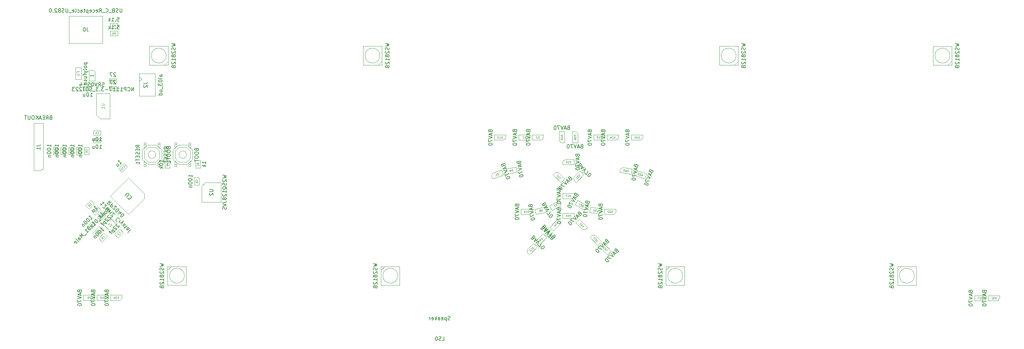
<source format=gbr>
G04 #@! TF.GenerationSoftware,KiCad,Pcbnew,(6.0.7)*
G04 #@! TF.CreationDate,2022-09-06T15:46:34+02:00*
G04 #@! TF.ProjectId,plain60-flex-edition,706c6169-6e36-4302-9d66-6c65782d6564,rev?*
G04 #@! TF.SameCoordinates,Original*
G04 #@! TF.FileFunction,AssemblyDrawing,Bot*
%FSLAX46Y46*%
G04 Gerber Fmt 4.6, Leading zero omitted, Abs format (unit mm)*
G04 Created by KiCad (PCBNEW (6.0.7)) date 2022-09-06 15:46:34*
%MOMM*%
%LPD*%
G01*
G04 APERTURE LIST*
%ADD10C,0.150000*%
%ADD11C,0.075000*%
%ADD12C,0.080000*%
%ADD13C,0.110000*%
%ADD14C,0.105000*%
%ADD15C,0.120000*%
%ADD16C,0.060000*%
%ADD17C,0.100000*%
G04 APERTURE END LIST*
D10*
X255178571Y-73271904D02*
X255226190Y-73414761D01*
X255273809Y-73462380D01*
X255369047Y-73510000D01*
X255511904Y-73510000D01*
X255607142Y-73462380D01*
X255654761Y-73414761D01*
X255702380Y-73319523D01*
X255702380Y-72938571D01*
X254702380Y-72938571D01*
X254702380Y-73271904D01*
X254750000Y-73367142D01*
X254797619Y-73414761D01*
X254892857Y-73462380D01*
X254988095Y-73462380D01*
X255083333Y-73414761D01*
X255130952Y-73367142D01*
X255178571Y-73271904D01*
X255178571Y-72938571D01*
X255416666Y-73890952D02*
X255416666Y-74367142D01*
X255702380Y-73795714D02*
X254702380Y-74129047D01*
X255702380Y-74462380D01*
X254702380Y-74652857D02*
X255702380Y-74986190D01*
X254702380Y-75319523D01*
X254702380Y-75557619D02*
X254702380Y-76224285D01*
X255702380Y-75795714D01*
X254702380Y-76795714D02*
X254702380Y-76890952D01*
X254750000Y-76986190D01*
X254797619Y-77033809D01*
X254892857Y-77081428D01*
X255083333Y-77129047D01*
X255321428Y-77129047D01*
X255511904Y-77081428D01*
X255607142Y-77033809D01*
X255654761Y-76986190D01*
X255702380Y-76890952D01*
X255702380Y-76795714D01*
X255654761Y-76700476D01*
X255607142Y-76652857D01*
X255511904Y-76605238D01*
X255321428Y-76557619D01*
X255083333Y-76557619D01*
X254892857Y-76605238D01*
X254797619Y-76652857D01*
X254750000Y-76700476D01*
X254702380Y-76795714D01*
D11*
X258357142Y-75236190D02*
X258357142Y-74736190D01*
X258238095Y-74736190D01*
X258166666Y-74760000D01*
X258119047Y-74807619D01*
X258095238Y-74855238D01*
X258071428Y-74950476D01*
X258071428Y-75021904D01*
X258095238Y-75117142D01*
X258119047Y-75164761D01*
X258166666Y-75212380D01*
X258238095Y-75236190D01*
X258357142Y-75236190D01*
X257880952Y-74783809D02*
X257857142Y-74760000D01*
X257809523Y-74736190D01*
X257690476Y-74736190D01*
X257642857Y-74760000D01*
X257619047Y-74783809D01*
X257595238Y-74831428D01*
X257595238Y-74879047D01*
X257619047Y-74950476D01*
X257904761Y-75236190D01*
X257595238Y-75236190D01*
X257428571Y-74736190D02*
X257095238Y-74736190D01*
X257309523Y-75236190D01*
D10*
X26970239Y197558D02*
X27446429Y197558D01*
X27494048Y-278632D01*
X27446429Y-231013D01*
X27351191Y-183394D01*
X27113096Y-183394D01*
X27017858Y-231013D01*
X26970239Y-278632D01*
X26922620Y-373870D01*
X26922620Y-611965D01*
X26970239Y-707203D01*
X27017858Y-754822D01*
X27113096Y-802441D01*
X27351191Y-802441D01*
X27446429Y-754822D01*
X27494048Y-707203D01*
X26494048Y-707203D02*
X26446429Y-754822D01*
X26494048Y-802441D01*
X26541667Y-754822D01*
X26494048Y-707203D01*
X26494048Y-802441D01*
X25494048Y-802441D02*
X26065477Y-802441D01*
X25779763Y-802441D02*
X25779763Y197558D01*
X25875001Y54700D01*
X25970239Y-40537D01*
X26065477Y-88156D01*
X25065477Y-802441D02*
X25065477Y197558D01*
X24970239Y-421489D02*
X24684525Y-802441D01*
X24684525Y-135775D02*
X25065477Y-516727D01*
D12*
X26172620Y-2226251D02*
X26339287Y-1988156D01*
X26458334Y-2226251D02*
X26458334Y-1726251D01*
X26267858Y-1726251D01*
X26220239Y-1750061D01*
X26196429Y-1773870D01*
X26172620Y-1821489D01*
X26172620Y-1892918D01*
X26196429Y-1940537D01*
X26220239Y-1964346D01*
X26267858Y-1988156D01*
X26458334Y-1988156D01*
X26005953Y-1726251D02*
X25672620Y-1726251D01*
X25886906Y-2226251D01*
D10*
X40492380Y-35077619D02*
X40016190Y-34744285D01*
X40492380Y-34506190D02*
X39492380Y-34506190D01*
X39492380Y-34887142D01*
X39540000Y-34982380D01*
X39587619Y-35030000D01*
X39682857Y-35077619D01*
X39825714Y-35077619D01*
X39920952Y-35030000D01*
X39968571Y-34982380D01*
X40016190Y-34887142D01*
X40016190Y-34506190D01*
X39968571Y-35506190D02*
X39968571Y-35839523D01*
X40492380Y-35982380D02*
X40492380Y-35506190D01*
X39492380Y-35506190D01*
X39492380Y-35982380D01*
X40444761Y-36363333D02*
X40492380Y-36506190D01*
X40492380Y-36744285D01*
X40444761Y-36839523D01*
X40397142Y-36887142D01*
X40301904Y-36934761D01*
X40206666Y-36934761D01*
X40111428Y-36887142D01*
X40063809Y-36839523D01*
X40016190Y-36744285D01*
X39968571Y-36553809D01*
X39920952Y-36458571D01*
X39873333Y-36410952D01*
X39778095Y-36363333D01*
X39682857Y-36363333D01*
X39587619Y-36410952D01*
X39540000Y-36458571D01*
X39492380Y-36553809D01*
X39492380Y-36791904D01*
X39540000Y-36934761D01*
X39968571Y-37363333D02*
X39968571Y-37696666D01*
X40492380Y-37839523D02*
X40492380Y-37363333D01*
X39492380Y-37363333D01*
X39492380Y-37839523D01*
X39492380Y-38125238D02*
X39492380Y-38696666D01*
X40492380Y-38410952D02*
X39492380Y-38410952D01*
X32992380Y-34601428D02*
X32516190Y-34268095D01*
X32992380Y-34030000D02*
X31992380Y-34030000D01*
X31992380Y-34410952D01*
X32040000Y-34506190D01*
X32087619Y-34553809D01*
X32182857Y-34601428D01*
X32325714Y-34601428D01*
X32420952Y-34553809D01*
X32468571Y-34506190D01*
X32516190Y-34410952D01*
X32516190Y-34030000D01*
X32468571Y-35030000D02*
X32468571Y-35363333D01*
X32992380Y-35506190D02*
X32992380Y-35030000D01*
X31992380Y-35030000D01*
X31992380Y-35506190D01*
X32944761Y-35887142D02*
X32992380Y-36030000D01*
X32992380Y-36268095D01*
X32944761Y-36363333D01*
X32897142Y-36410952D01*
X32801904Y-36458571D01*
X32706666Y-36458571D01*
X32611428Y-36410952D01*
X32563809Y-36363333D01*
X32516190Y-36268095D01*
X32468571Y-36077619D01*
X32420952Y-35982380D01*
X32373333Y-35934761D01*
X32278095Y-35887142D01*
X32182857Y-35887142D01*
X32087619Y-35934761D01*
X32040000Y-35982380D01*
X31992380Y-36077619D01*
X31992380Y-36315714D01*
X32040000Y-36458571D01*
X32468571Y-36887142D02*
X32468571Y-37220476D01*
X32992380Y-37363333D02*
X32992380Y-36887142D01*
X31992380Y-36887142D01*
X31992380Y-37363333D01*
X31992380Y-37649047D02*
X31992380Y-38220476D01*
X32992380Y-37934761D02*
X31992380Y-37934761D01*
X32992380Y-39077619D02*
X32992380Y-38506190D01*
X32992380Y-38791904D02*
X31992380Y-38791904D01*
X32135238Y-38696666D01*
X32230476Y-38601428D01*
X32278095Y-38506190D01*
X24758717Y-52857397D02*
X24691374Y-52857397D01*
X24590358Y-52891068D01*
X24422000Y-53059427D01*
X24388328Y-53160442D01*
X24388328Y-53227786D01*
X24422000Y-53328801D01*
X24489343Y-53396145D01*
X24624030Y-53463488D01*
X25432152Y-53463488D01*
X24994419Y-53901221D01*
X24085282Y-53530832D02*
X24017939Y-53530832D01*
X23916923Y-53564503D01*
X23748564Y-53732862D01*
X23714893Y-53833877D01*
X23714893Y-53901221D01*
X23748564Y-54002236D01*
X23815908Y-54069580D01*
X23950595Y-54136923D01*
X24758717Y-54136923D01*
X24320984Y-54574656D01*
X23546534Y-54406297D02*
X24253641Y-55113404D01*
X23580206Y-54439969D02*
X23479190Y-54473641D01*
X23344503Y-54608328D01*
X23310832Y-54709343D01*
X23310832Y-54776687D01*
X23344503Y-54877702D01*
X23546534Y-55079732D01*
X23647549Y-55113404D01*
X23714893Y-55113404D01*
X23815908Y-55079732D01*
X23950595Y-54945045D01*
X23984267Y-54844030D01*
X23007786Y-54945045D02*
X22738412Y-55214419D01*
X23378175Y-55517465D02*
X22772084Y-54911374D01*
X22671068Y-54877702D01*
X22570053Y-54911374D01*
X22502710Y-54978717D01*
D12*
X23015194Y-53117343D02*
X23048866Y-53117343D01*
X23116209Y-53083671D01*
X23149881Y-53050000D01*
X23183553Y-52982656D01*
X23183553Y-52915312D01*
X23166717Y-52864805D01*
X23116209Y-52780625D01*
X23065702Y-52730118D01*
X22981522Y-52679610D01*
X22931015Y-52662774D01*
X22863671Y-52662774D01*
X22796328Y-52696446D01*
X22762656Y-52730118D01*
X22728984Y-52797461D01*
X22728984Y-52831133D01*
X22577461Y-52915312D02*
X22358595Y-53134179D01*
X22611133Y-53151015D01*
X22560625Y-53201522D01*
X22543790Y-53252030D01*
X22543790Y-53285702D01*
X22560625Y-53336209D01*
X22644805Y-53420389D01*
X22695312Y-53437225D01*
X22728984Y-53437225D01*
X22779492Y-53420389D01*
X22880507Y-53319374D01*
X22897343Y-53268866D01*
X22897343Y-53235194D01*
D10*
X150068571Y-36791904D02*
X150116190Y-36934761D01*
X150163809Y-36982380D01*
X150259047Y-37030000D01*
X150401904Y-37030000D01*
X150497142Y-36982380D01*
X150544761Y-36934761D01*
X150592380Y-36839523D01*
X150592380Y-36458571D01*
X149592380Y-36458571D01*
X149592380Y-36791904D01*
X149640000Y-36887142D01*
X149687619Y-36934761D01*
X149782857Y-36982380D01*
X149878095Y-36982380D01*
X149973333Y-36934761D01*
X150020952Y-36887142D01*
X150068571Y-36791904D01*
X150068571Y-36458571D01*
X150306666Y-37410952D02*
X150306666Y-37887142D01*
X150592380Y-37315714D02*
X149592380Y-37649047D01*
X150592380Y-37982380D01*
X149592380Y-38172857D02*
X150592380Y-38506190D01*
X149592380Y-38839523D01*
X149592380Y-39077619D02*
X149592380Y-39744285D01*
X150592380Y-39315714D01*
X149592380Y-40315714D02*
X149592380Y-40410952D01*
X149640000Y-40506190D01*
X149687619Y-40553809D01*
X149782857Y-40601428D01*
X149973333Y-40649047D01*
X150211428Y-40649047D01*
X150401904Y-40601428D01*
X150497142Y-40553809D01*
X150544761Y-40506190D01*
X150592380Y-40410952D01*
X150592380Y-40315714D01*
X150544761Y-40220476D01*
X150497142Y-40172857D01*
X150401904Y-40125238D01*
X150211428Y-40077619D01*
X149973333Y-40077619D01*
X149782857Y-40125238D01*
X149687619Y-40172857D01*
X149640000Y-40220476D01*
X149592380Y-40315714D01*
D11*
X148247142Y-38756190D02*
X148247142Y-38256190D01*
X148128095Y-38256190D01*
X148056666Y-38280000D01*
X148009047Y-38327619D01*
X147985238Y-38375238D01*
X147961428Y-38470476D01*
X147961428Y-38541904D01*
X147985238Y-38637142D01*
X148009047Y-38684761D01*
X148056666Y-38732380D01*
X148128095Y-38756190D01*
X148247142Y-38756190D01*
X147485238Y-38756190D02*
X147770952Y-38756190D01*
X147628095Y-38756190D02*
X147628095Y-38256190D01*
X147675714Y-38327619D01*
X147723333Y-38375238D01*
X147770952Y-38399047D01*
X147056666Y-38256190D02*
X147151904Y-38256190D01*
X147199523Y-38280000D01*
X147223333Y-38303809D01*
X147270952Y-38375238D01*
X147294761Y-38470476D01*
X147294761Y-38660952D01*
X147270952Y-38708571D01*
X147247142Y-38732380D01*
X147199523Y-38756190D01*
X147104285Y-38756190D01*
X147056666Y-38732380D01*
X147032857Y-38708571D01*
X147009047Y-38660952D01*
X147009047Y-38541904D01*
X147032857Y-38494285D01*
X147056666Y-38470476D01*
X147104285Y-38446666D01*
X147199523Y-38446666D01*
X147247142Y-38470476D01*
X147270952Y-38494285D01*
X147294761Y-38541904D01*
D10*
X141144029Y-49920479D02*
X141256697Y-50020388D01*
X141321746Y-50037817D01*
X141428034Y-50031438D01*
X141551752Y-49960009D01*
X141610421Y-49871151D01*
X141627851Y-49806102D01*
X141621471Y-49699814D01*
X141430995Y-49369899D01*
X140564969Y-49869899D01*
X140731636Y-50158574D01*
X140820494Y-50217243D01*
X140885543Y-50234673D01*
X140991831Y-50228294D01*
X141074310Y-50180674D01*
X141132979Y-50091816D01*
X141150409Y-50026767D01*
X141144029Y-49920479D01*
X140977362Y-49631804D01*
X141659749Y-50337543D02*
X141897844Y-50749936D01*
X141859566Y-50112207D02*
X141160207Y-50900882D01*
X142192899Y-50689557D01*
X141422112Y-51354514D02*
X142454804Y-51143189D01*
X141755445Y-51931865D01*
X141874493Y-52138061D02*
X142207826Y-52715411D01*
X142859566Y-51844258D01*
X142493541Y-53210283D02*
X142541160Y-53292762D01*
X142630018Y-53351431D01*
X142695067Y-53368860D01*
X142801355Y-53362481D01*
X142990122Y-53308482D01*
X143196318Y-53189434D01*
X143337466Y-53052957D01*
X143396135Y-52964099D01*
X143413565Y-52899050D01*
X143407185Y-52792762D01*
X143359566Y-52710283D01*
X143270708Y-52651614D01*
X143205659Y-52634184D01*
X143099371Y-52640564D01*
X142910604Y-52694563D01*
X142704407Y-52813610D01*
X142563260Y-52950088D01*
X142504591Y-53038946D01*
X142487161Y-53103995D01*
X142493541Y-53210283D01*
D11*
X144672699Y-50151362D02*
X144422699Y-49718350D01*
X144319601Y-49777873D01*
X144269647Y-49834207D01*
X144252217Y-49899256D01*
X144255407Y-49952400D01*
X144282406Y-50046784D01*
X144318121Y-50108643D01*
X144386359Y-50179217D01*
X144430789Y-50208551D01*
X144495837Y-50225981D01*
X144569601Y-50210886D01*
X144672699Y-50151362D01*
X144030926Y-49944540D02*
X143762870Y-50099302D01*
X144002446Y-50180926D01*
X143940587Y-50216640D01*
X143911253Y-50261069D01*
X143902538Y-50293594D01*
X143905728Y-50346738D01*
X143965251Y-50449836D01*
X144009681Y-50479171D01*
X144042205Y-50487886D01*
X144095349Y-50484696D01*
X144219067Y-50413267D01*
X144248402Y-50368838D01*
X144257116Y-50336314D01*
D10*
X169686574Y-41047344D02*
X169682461Y-41197873D01*
X169710922Y-41258907D01*
X169784130Y-41336227D01*
X169918372Y-41385087D01*
X170024153Y-41372913D01*
X170085187Y-41344453D01*
X170162507Y-41271245D01*
X170292801Y-40913267D01*
X169353108Y-40571247D01*
X169239102Y-40884477D01*
X169251275Y-40990259D01*
X169279736Y-41051293D01*
X169352944Y-41128613D01*
X169442438Y-41161187D01*
X169548220Y-41149013D01*
X169609254Y-41120552D01*
X169686574Y-41047344D01*
X169800581Y-40734113D01*
X169698584Y-41710492D02*
X169535717Y-42157965D01*
X169999641Y-41718718D02*
X168945941Y-41689928D01*
X169771627Y-42345179D01*
X168766788Y-42182148D02*
X169592474Y-42837399D01*
X168538775Y-42808610D01*
X168457341Y-43032346D02*
X168229328Y-43658808D01*
X169315600Y-43598103D01*
X168033888Y-44195775D02*
X168001314Y-44285270D01*
X168013488Y-44391051D01*
X168041949Y-44452085D01*
X168115157Y-44529406D01*
X168277859Y-44639300D01*
X168501595Y-44720733D01*
X168696871Y-44741132D01*
X168802652Y-44728958D01*
X168863686Y-44700498D01*
X168941007Y-44627290D01*
X168973580Y-44537795D01*
X168961406Y-44432014D01*
X168932946Y-44370980D01*
X168859738Y-44293660D01*
X168697036Y-44183766D01*
X168473299Y-44102332D01*
X168278023Y-44081933D01*
X168172242Y-44094107D01*
X168111208Y-44122567D01*
X168033888Y-44195775D01*
D11*
X166316834Y-41429795D02*
X166145823Y-41899641D01*
X166257692Y-41940358D01*
X166332956Y-41942414D01*
X166393990Y-41913954D01*
X166432650Y-41877350D01*
X166487597Y-41795999D01*
X166512027Y-41728878D01*
X166522227Y-41631240D01*
X166516140Y-41578349D01*
X166487679Y-41517315D01*
X166428702Y-41470512D01*
X166316834Y-41429795D01*
X166609583Y-42017761D02*
X166623813Y-42048278D01*
X166660417Y-42086938D01*
X166772285Y-42127655D01*
X166825176Y-42121568D01*
X166855693Y-42107337D01*
X166894353Y-42070733D01*
X166910640Y-42025986D01*
X166912696Y-41950722D01*
X166741933Y-41584518D01*
X167032790Y-41690382D01*
X167256526Y-41771815D02*
X167346021Y-41804388D01*
X167382625Y-41843049D01*
X167396855Y-41873566D01*
X167417172Y-41956973D01*
X167406972Y-42054611D01*
X167341826Y-42233600D01*
X167303165Y-42270204D01*
X167272648Y-42284434D01*
X167219758Y-42290521D01*
X167130263Y-42257948D01*
X167093659Y-42219288D01*
X167079429Y-42188771D01*
X167073342Y-42135880D01*
X167114059Y-42024012D01*
X167152719Y-41987408D01*
X167183236Y-41973178D01*
X167236127Y-41967091D01*
X167325621Y-41999664D01*
X167362225Y-42038324D01*
X167376455Y-42068841D01*
X167382542Y-42121732D01*
D10*
X24567654Y-51728075D02*
X24634998Y-51728075D01*
X24769685Y-51660732D01*
X24837028Y-51593388D01*
X24904372Y-51458701D01*
X24904372Y-51324014D01*
X24870700Y-51222999D01*
X24769685Y-51054640D01*
X24668669Y-50953625D01*
X24500311Y-50852610D01*
X24399295Y-50818938D01*
X24264608Y-50818938D01*
X24129921Y-50886281D01*
X24062578Y-50953625D01*
X23995234Y-51088312D01*
X23995234Y-51155655D01*
X24230937Y-52199480D02*
X24264608Y-52098464D01*
X24264608Y-52031121D01*
X24230937Y-51930106D01*
X24028906Y-51728075D01*
X23927891Y-51694403D01*
X23860547Y-51694403D01*
X23759532Y-51728075D01*
X23658517Y-51829090D01*
X23624845Y-51930106D01*
X23624845Y-51997449D01*
X23658517Y-52098464D01*
X23860547Y-52300495D01*
X23961563Y-52334167D01*
X24028906Y-52334167D01*
X24129921Y-52300495D01*
X24230937Y-52199480D01*
X23220784Y-52266823D02*
X23692189Y-52738228D01*
X23288128Y-52334167D02*
X23220784Y-52334167D01*
X23119769Y-52367838D01*
X23018754Y-52468854D01*
X22985082Y-52569869D01*
X23018754Y-52670884D01*
X23389143Y-53041273D01*
X22581021Y-52906586D02*
X23052425Y-53377991D01*
X22648364Y-52973930D02*
X22581021Y-52973930D01*
X22480006Y-53007602D01*
X22378990Y-53108617D01*
X22345319Y-53209632D01*
X22378990Y-53310647D01*
X22749380Y-53681037D01*
X22648364Y-53916739D02*
X22109616Y-54455487D01*
X21032120Y-53984082D02*
X20964777Y-54051426D01*
X20931105Y-54152441D01*
X20931105Y-54219785D01*
X20964777Y-54320800D01*
X21065792Y-54489159D01*
X21234151Y-54657517D01*
X21402510Y-54758533D01*
X21503525Y-54792204D01*
X21570868Y-54792204D01*
X21671884Y-54758533D01*
X21739227Y-54691189D01*
X21772899Y-54590174D01*
X21772899Y-54522830D01*
X21739227Y-54421815D01*
X21638212Y-54253456D01*
X21469853Y-54085098D01*
X21301494Y-53984082D01*
X21200479Y-53950411D01*
X21133136Y-53950411D01*
X21032120Y-53984082D01*
X20830090Y-55600327D02*
X21234151Y-55196265D01*
X21032120Y-55398296D02*
X20325014Y-54691189D01*
X20493372Y-54724861D01*
X20628059Y-54724861D01*
X20729075Y-54691189D01*
X20594388Y-55836029D02*
X19752594Y-55735014D01*
X20122983Y-55364624D02*
X20223998Y-56206418D01*
X19112830Y-55903372D02*
X19045487Y-55970716D01*
X19011815Y-56071731D01*
X19011815Y-56139075D01*
X19045487Y-56240090D01*
X19146502Y-56408449D01*
X19314861Y-56576807D01*
X19483220Y-56677823D01*
X19584235Y-56711494D01*
X19651578Y-56711494D01*
X19752594Y-56677823D01*
X19819937Y-56610479D01*
X19853609Y-56509464D01*
X19853609Y-56442120D01*
X19819937Y-56341105D01*
X19718922Y-56172746D01*
X19550563Y-56004388D01*
X19382204Y-55903372D01*
X19281189Y-55869701D01*
X19213846Y-55869701D01*
X19112830Y-55903372D01*
X18910800Y-57519616D02*
X19314861Y-57115555D01*
X19112830Y-57317586D02*
X18405724Y-56610479D01*
X18574082Y-56644151D01*
X18708769Y-56644151D01*
X18809785Y-56610479D01*
X18843456Y-57721647D02*
X18304708Y-58260395D01*
X18069006Y-58361410D02*
X17361899Y-57654303D01*
X17631273Y-58395082D01*
X16890495Y-58125708D01*
X17597602Y-58832815D01*
X16957838Y-59472578D02*
X16587449Y-59102189D01*
X16553777Y-59001173D01*
X16587449Y-58900158D01*
X16722136Y-58765471D01*
X16823151Y-58731799D01*
X16924167Y-59438906D02*
X17025182Y-59405234D01*
X17193541Y-59236876D01*
X17227212Y-59135860D01*
X17193541Y-59034845D01*
X17126197Y-58967502D01*
X17025182Y-58933830D01*
X16924167Y-58967502D01*
X16755808Y-59135860D01*
X16654793Y-59169532D01*
X16520106Y-59910311D02*
X16553777Y-59809295D01*
X16520106Y-59708280D01*
X15914014Y-59102189D01*
X15947686Y-60415387D02*
X16048701Y-60381715D01*
X16183388Y-60247028D01*
X16217060Y-60146013D01*
X16183388Y-60044998D01*
X15914014Y-59775624D01*
X15812999Y-59741952D01*
X15711984Y-59775624D01*
X15577297Y-59910311D01*
X15543625Y-60011326D01*
X15577297Y-60112341D01*
X15644640Y-60179685D01*
X16048701Y-59910311D01*
D13*
X21584842Y-56636575D02*
X21968700Y-57020433D01*
X22071062Y-57071614D01*
X22173424Y-57071614D01*
X22275786Y-57020433D01*
X22326968Y-56969252D01*
X21277756Y-57301928D02*
X21636023Y-57660196D01*
X21200984Y-56969252D02*
X21712795Y-57225157D01*
X21380118Y-57557834D01*
D10*
X22232857Y-32882380D02*
X22804285Y-32882380D01*
X22518571Y-32882380D02*
X22518571Y-31882380D01*
X22613809Y-32025238D01*
X22709047Y-32120476D01*
X22804285Y-32168095D01*
X21613809Y-31882380D02*
X21518571Y-31882380D01*
X21423333Y-31930000D01*
X21375714Y-31977619D01*
X21328095Y-32072857D01*
X21280476Y-32263333D01*
X21280476Y-32501428D01*
X21328095Y-32691904D01*
X21375714Y-32787142D01*
X21423333Y-32834761D01*
X21518571Y-32882380D01*
X21613809Y-32882380D01*
X21709047Y-32834761D01*
X21756666Y-32787142D01*
X21804285Y-32691904D01*
X21851904Y-32501428D01*
X21851904Y-32263333D01*
X21804285Y-32072857D01*
X21756666Y-31977619D01*
X21709047Y-31930000D01*
X21613809Y-31882380D01*
X20423333Y-32215714D02*
X20423333Y-32882380D01*
X20851904Y-32215714D02*
X20851904Y-32739523D01*
X20804285Y-32834761D01*
X20709047Y-32882380D01*
X20566190Y-32882380D01*
X20470952Y-32834761D01*
X20423333Y-32787142D01*
D12*
X21673333Y-30928571D02*
X21697142Y-30952380D01*
X21768571Y-30976190D01*
X21816190Y-30976190D01*
X21887619Y-30952380D01*
X21935238Y-30904761D01*
X21959047Y-30857142D01*
X21982857Y-30761904D01*
X21982857Y-30690476D01*
X21959047Y-30595238D01*
X21935238Y-30547619D01*
X21887619Y-30500000D01*
X21816190Y-30476190D01*
X21768571Y-30476190D01*
X21697142Y-30500000D01*
X21673333Y-30523809D01*
X21244761Y-30642857D02*
X21244761Y-30976190D01*
X21363809Y-30452380D02*
X21482857Y-30809523D01*
X21173333Y-30809523D01*
D10*
X133858571Y-50121904D02*
X133906190Y-50264761D01*
X133953809Y-50312380D01*
X134049047Y-50360000D01*
X134191904Y-50360000D01*
X134287142Y-50312380D01*
X134334761Y-50264761D01*
X134382380Y-50169523D01*
X134382380Y-49788571D01*
X133382380Y-49788571D01*
X133382380Y-50121904D01*
X133430000Y-50217142D01*
X133477619Y-50264761D01*
X133572857Y-50312380D01*
X133668095Y-50312380D01*
X133763333Y-50264761D01*
X133810952Y-50217142D01*
X133858571Y-50121904D01*
X133858571Y-49788571D01*
X134096666Y-50740952D02*
X134096666Y-51217142D01*
X134382380Y-50645714D02*
X133382380Y-50979047D01*
X134382380Y-51312380D01*
X133382380Y-51502857D02*
X134382380Y-51836190D01*
X133382380Y-52169523D01*
X133382380Y-52407619D02*
X133382380Y-53074285D01*
X134382380Y-52645714D01*
X133382380Y-53645714D02*
X133382380Y-53740952D01*
X133430000Y-53836190D01*
X133477619Y-53883809D01*
X133572857Y-53931428D01*
X133763333Y-53979047D01*
X134001428Y-53979047D01*
X134191904Y-53931428D01*
X134287142Y-53883809D01*
X134334761Y-53836190D01*
X134382380Y-53740952D01*
X134382380Y-53645714D01*
X134334761Y-53550476D01*
X134287142Y-53502857D01*
X134191904Y-53455238D01*
X134001428Y-53407619D01*
X133763333Y-53407619D01*
X133572857Y-53455238D01*
X133477619Y-53502857D01*
X133430000Y-53550476D01*
X133382380Y-53645714D01*
D11*
X137037142Y-52086190D02*
X137037142Y-51586190D01*
X136918095Y-51586190D01*
X136846666Y-51610000D01*
X136799047Y-51657619D01*
X136775238Y-51705238D01*
X136751428Y-51800476D01*
X136751428Y-51871904D01*
X136775238Y-51967142D01*
X136799047Y-52014761D01*
X136846666Y-52062380D01*
X136918095Y-52086190D01*
X137037142Y-52086190D01*
X136275238Y-52086190D02*
X136560952Y-52086190D01*
X136418095Y-52086190D02*
X136418095Y-51586190D01*
X136465714Y-51657619D01*
X136513333Y-51705238D01*
X136560952Y-51729047D01*
X135846666Y-51752857D02*
X135846666Y-52086190D01*
X135965714Y-51562380D02*
X136084761Y-51919523D01*
X135775238Y-51919523D01*
D10*
X160451278Y-62322990D02*
X160383934Y-62457677D01*
X160383934Y-62525020D01*
X160417606Y-62626036D01*
X160518621Y-62727051D01*
X160619637Y-62760723D01*
X160686980Y-62760723D01*
X160787995Y-62727051D01*
X161057369Y-62457677D01*
X160350263Y-61750570D01*
X160114560Y-61986272D01*
X160080889Y-62087288D01*
X160080889Y-62154631D01*
X160114560Y-62255646D01*
X160181904Y-62322990D01*
X160282919Y-62356662D01*
X160350263Y-62356662D01*
X160451278Y-62322990D01*
X160686980Y-62087288D01*
X160181904Y-62929081D02*
X159845186Y-63265799D01*
X160451278Y-63063768D02*
X159508469Y-62592364D01*
X159979873Y-63535173D01*
X159138079Y-62962753D02*
X159609484Y-63905562D01*
X158666675Y-63434158D01*
X158498316Y-63602517D02*
X158026912Y-64073921D01*
X159037064Y-64477982D01*
X157622851Y-64477982D02*
X157555507Y-64545326D01*
X157521835Y-64646341D01*
X157521835Y-64713684D01*
X157555507Y-64814700D01*
X157656522Y-64983058D01*
X157824881Y-65151417D01*
X157993240Y-65252432D01*
X158094255Y-65286104D01*
X158161599Y-65286104D01*
X158262614Y-65252432D01*
X158329957Y-65185089D01*
X158363629Y-65084074D01*
X158363629Y-65016730D01*
X158329957Y-64915715D01*
X158228942Y-64747356D01*
X158060583Y-64578997D01*
X157892225Y-64477982D01*
X157791209Y-64444310D01*
X157723866Y-64444310D01*
X157622851Y-64477982D01*
D11*
X157235625Y-61245494D02*
X156882072Y-61599047D01*
X156966251Y-61683227D01*
X157033595Y-61716898D01*
X157100938Y-61716898D01*
X157151446Y-61700062D01*
X157235625Y-61649555D01*
X157286133Y-61599047D01*
X157336641Y-61514868D01*
X157353477Y-61464360D01*
X157353477Y-61397017D01*
X157319805Y-61329673D01*
X157235625Y-61245494D01*
X157252461Y-61902093D02*
X157252461Y-61935765D01*
X157269297Y-61986272D01*
X157353477Y-62070452D01*
X157403984Y-62087288D01*
X157437656Y-62087288D01*
X157488164Y-62070452D01*
X157521835Y-62036780D01*
X157555507Y-61969437D01*
X157555507Y-61565375D01*
X157774374Y-61784242D01*
X158111091Y-62120959D02*
X157909061Y-61918929D01*
X158010076Y-62019944D02*
X157656522Y-62373498D01*
X157673358Y-62289318D01*
X157673358Y-62221975D01*
X157656522Y-62171467D01*
D10*
X233592380Y-65710537D02*
X234592380Y-65948632D01*
X233878095Y-66139108D01*
X234592380Y-66329584D01*
X233592380Y-66567680D01*
X234544761Y-66901013D02*
X234592380Y-67043870D01*
X234592380Y-67281965D01*
X234544761Y-67377203D01*
X234497142Y-67424822D01*
X234401904Y-67472441D01*
X234306666Y-67472441D01*
X234211428Y-67424822D01*
X234163809Y-67377203D01*
X234116190Y-67281965D01*
X234068571Y-67091489D01*
X234020952Y-66996251D01*
X233973333Y-66948632D01*
X233878095Y-66901013D01*
X233782857Y-66901013D01*
X233687619Y-66948632D01*
X233640000Y-66996251D01*
X233592380Y-67091489D01*
X233592380Y-67329584D01*
X233640000Y-67472441D01*
X233687619Y-67853394D02*
X233640000Y-67901013D01*
X233592380Y-67996251D01*
X233592380Y-68234346D01*
X233640000Y-68329584D01*
X233687619Y-68377203D01*
X233782857Y-68424822D01*
X233878095Y-68424822D01*
X234020952Y-68377203D01*
X234592380Y-67805775D01*
X234592380Y-68424822D01*
X234020952Y-68996251D02*
X233973333Y-68901013D01*
X233925714Y-68853394D01*
X233830476Y-68805775D01*
X233782857Y-68805775D01*
X233687619Y-68853394D01*
X233640000Y-68901013D01*
X233592380Y-68996251D01*
X233592380Y-69186727D01*
X233640000Y-69281965D01*
X233687619Y-69329584D01*
X233782857Y-69377203D01*
X233830476Y-69377203D01*
X233925714Y-69329584D01*
X233973333Y-69281965D01*
X234020952Y-69186727D01*
X234020952Y-68996251D01*
X234068571Y-68901013D01*
X234116190Y-68853394D01*
X234211428Y-68805775D01*
X234401904Y-68805775D01*
X234497142Y-68853394D01*
X234544761Y-68901013D01*
X234592380Y-68996251D01*
X234592380Y-69186727D01*
X234544761Y-69281965D01*
X234497142Y-69329584D01*
X234401904Y-69377203D01*
X234211428Y-69377203D01*
X234116190Y-69329584D01*
X234068571Y-69281965D01*
X234020952Y-69186727D01*
X234592380Y-70329584D02*
X234592380Y-69758156D01*
X234592380Y-70043870D02*
X233592380Y-70043870D01*
X233735238Y-69948632D01*
X233830476Y-69853394D01*
X233878095Y-69758156D01*
X233687619Y-70710537D02*
X233640000Y-70758156D01*
X233592380Y-70853394D01*
X233592380Y-71091489D01*
X233640000Y-71186727D01*
X233687619Y-71234346D01*
X233782857Y-71281965D01*
X233878095Y-71281965D01*
X234020952Y-71234346D01*
X234592380Y-70662918D01*
X234592380Y-71281965D01*
X234068571Y-72043870D02*
X234116190Y-72186727D01*
X234163809Y-72234346D01*
X234259047Y-72281965D01*
X234401904Y-72281965D01*
X234497142Y-72234346D01*
X234544761Y-72186727D01*
X234592380Y-72091489D01*
X234592380Y-71710537D01*
X233592380Y-71710537D01*
X233592380Y-72043870D01*
X233640000Y-72139108D01*
X233687619Y-72186727D01*
X233782857Y-72234346D01*
X233878095Y-72234346D01*
X233973333Y-72186727D01*
X234020952Y-72139108D01*
X234068571Y-72043870D01*
X234068571Y-71710537D01*
X48188571Y-35192857D02*
X48236190Y-35335714D01*
X48283809Y-35383333D01*
X48379047Y-35430952D01*
X48521904Y-35430952D01*
X48617142Y-35383333D01*
X48664761Y-35335714D01*
X48712380Y-35240476D01*
X48712380Y-34859523D01*
X47712380Y-34859523D01*
X47712380Y-35192857D01*
X47760000Y-35288095D01*
X47807619Y-35335714D01*
X47902857Y-35383333D01*
X47998095Y-35383333D01*
X48093333Y-35335714D01*
X48140952Y-35288095D01*
X48188571Y-35192857D01*
X48188571Y-34859523D01*
X47712380Y-36050000D02*
X47712380Y-36240476D01*
X47760000Y-36335714D01*
X47855238Y-36430952D01*
X48045714Y-36478571D01*
X48379047Y-36478571D01*
X48569523Y-36430952D01*
X48664761Y-36335714D01*
X48712380Y-36240476D01*
X48712380Y-36050000D01*
X48664761Y-35954761D01*
X48569523Y-35859523D01*
X48379047Y-35811904D01*
X48045714Y-35811904D01*
X47855238Y-35859523D01*
X47760000Y-35954761D01*
X47712380Y-36050000D01*
X47712380Y-37097619D02*
X47712380Y-37288095D01*
X47760000Y-37383333D01*
X47855238Y-37478571D01*
X48045714Y-37526190D01*
X48379047Y-37526190D01*
X48569523Y-37478571D01*
X48664761Y-37383333D01*
X48712380Y-37288095D01*
X48712380Y-37097619D01*
X48664761Y-37002380D01*
X48569523Y-36907142D01*
X48379047Y-36859523D01*
X48045714Y-36859523D01*
X47855238Y-36907142D01*
X47760000Y-37002380D01*
X47712380Y-37097619D01*
X47712380Y-37811904D02*
X47712380Y-38383333D01*
X48712380Y-38097619D02*
X47712380Y-38097619D01*
X40688571Y-34716666D02*
X40736190Y-34859523D01*
X40783809Y-34907142D01*
X40879047Y-34954761D01*
X41021904Y-34954761D01*
X41117142Y-34907142D01*
X41164761Y-34859523D01*
X41212380Y-34764285D01*
X41212380Y-34383333D01*
X40212380Y-34383333D01*
X40212380Y-34716666D01*
X40260000Y-34811904D01*
X40307619Y-34859523D01*
X40402857Y-34907142D01*
X40498095Y-34907142D01*
X40593333Y-34859523D01*
X40640952Y-34811904D01*
X40688571Y-34716666D01*
X40688571Y-34383333D01*
X40212380Y-35573809D02*
X40212380Y-35764285D01*
X40260000Y-35859523D01*
X40355238Y-35954761D01*
X40545714Y-36002380D01*
X40879047Y-36002380D01*
X41069523Y-35954761D01*
X41164761Y-35859523D01*
X41212380Y-35764285D01*
X41212380Y-35573809D01*
X41164761Y-35478571D01*
X41069523Y-35383333D01*
X40879047Y-35335714D01*
X40545714Y-35335714D01*
X40355238Y-35383333D01*
X40260000Y-35478571D01*
X40212380Y-35573809D01*
X40212380Y-36621428D02*
X40212380Y-36811904D01*
X40260000Y-36907142D01*
X40355238Y-37002380D01*
X40545714Y-37050000D01*
X40879047Y-37050000D01*
X41069523Y-37002380D01*
X41164761Y-36907142D01*
X41212380Y-36811904D01*
X41212380Y-36621428D01*
X41164761Y-36526190D01*
X41069523Y-36430952D01*
X40879047Y-36383333D01*
X40545714Y-36383333D01*
X40355238Y-36430952D01*
X40260000Y-36526190D01*
X40212380Y-36621428D01*
X40212380Y-37335714D02*
X40212380Y-37907142D01*
X41212380Y-37621428D02*
X40212380Y-37621428D01*
X41212380Y-38764285D02*
X41212380Y-38192857D01*
X41212380Y-38478571D02*
X40212380Y-38478571D01*
X40355238Y-38383333D01*
X40450476Y-38288095D01*
X40498095Y-38192857D01*
X156208571Y-50121904D02*
X156256190Y-50264761D01*
X156303809Y-50312380D01*
X156399047Y-50360000D01*
X156541904Y-50360000D01*
X156637142Y-50312380D01*
X156684761Y-50264761D01*
X156732380Y-50169523D01*
X156732380Y-49788571D01*
X155732380Y-49788571D01*
X155732380Y-50121904D01*
X155780000Y-50217142D01*
X155827619Y-50264761D01*
X155922857Y-50312380D01*
X156018095Y-50312380D01*
X156113333Y-50264761D01*
X156160952Y-50217142D01*
X156208571Y-50121904D01*
X156208571Y-49788571D01*
X156446666Y-50740952D02*
X156446666Y-51217142D01*
X156732380Y-50645714D02*
X155732380Y-50979047D01*
X156732380Y-51312380D01*
X155732380Y-51502857D02*
X156732380Y-51836190D01*
X155732380Y-52169523D01*
X155732380Y-52407619D02*
X155732380Y-53074285D01*
X156732380Y-52645714D01*
X155732380Y-53645714D02*
X155732380Y-53740952D01*
X155780000Y-53836190D01*
X155827619Y-53883809D01*
X155922857Y-53931428D01*
X156113333Y-53979047D01*
X156351428Y-53979047D01*
X156541904Y-53931428D01*
X156637142Y-53883809D01*
X156684761Y-53836190D01*
X156732380Y-53740952D01*
X156732380Y-53645714D01*
X156684761Y-53550476D01*
X156637142Y-53502857D01*
X156541904Y-53455238D01*
X156351428Y-53407619D01*
X156113333Y-53407619D01*
X155922857Y-53455238D01*
X155827619Y-53502857D01*
X155780000Y-53550476D01*
X155732380Y-53645714D01*
D11*
X159387142Y-52086190D02*
X159387142Y-51586190D01*
X159268095Y-51586190D01*
X159196666Y-51610000D01*
X159149047Y-51657619D01*
X159125238Y-51705238D01*
X159101428Y-51800476D01*
X159101428Y-51871904D01*
X159125238Y-51967142D01*
X159149047Y-52014761D01*
X159196666Y-52062380D01*
X159268095Y-52086190D01*
X159387142Y-52086190D01*
X158910952Y-51633809D02*
X158887142Y-51610000D01*
X158839523Y-51586190D01*
X158720476Y-51586190D01*
X158672857Y-51610000D01*
X158649047Y-51633809D01*
X158625238Y-51681428D01*
X158625238Y-51729047D01*
X158649047Y-51800476D01*
X158934761Y-52086190D01*
X158625238Y-52086190D01*
X158434761Y-51633809D02*
X158410952Y-51610000D01*
X158363333Y-51586190D01*
X158244285Y-51586190D01*
X158196666Y-51610000D01*
X158172857Y-51633809D01*
X158149047Y-51681428D01*
X158149047Y-51729047D01*
X158172857Y-51800476D01*
X158458571Y-52086190D01*
X158149047Y-52086190D01*
D10*
X27002839Y-55101519D02*
X26935496Y-55101519D01*
X26834480Y-55135190D01*
X26666122Y-55303549D01*
X26632450Y-55404564D01*
X26632450Y-55471908D01*
X26666122Y-55572923D01*
X26733465Y-55640267D01*
X26868152Y-55707610D01*
X27676274Y-55707610D01*
X27238541Y-56145343D01*
X26329404Y-55774954D02*
X26262061Y-55774954D01*
X26161045Y-55808625D01*
X25992686Y-55976984D01*
X25959015Y-56077999D01*
X25959015Y-56145343D01*
X25992686Y-56246358D01*
X26060030Y-56313702D01*
X26194717Y-56381045D01*
X27002839Y-56381045D01*
X26565106Y-56818778D01*
X25790656Y-56650419D02*
X26497763Y-57357526D01*
X25824328Y-56684091D02*
X25723312Y-56717763D01*
X25588625Y-56852450D01*
X25554954Y-56953465D01*
X25554954Y-57020809D01*
X25588625Y-57121824D01*
X25790656Y-57323854D01*
X25891671Y-57357526D01*
X25959015Y-57357526D01*
X26060030Y-57323854D01*
X26194717Y-57189167D01*
X26228389Y-57088152D01*
X25251908Y-57189167D02*
X24982534Y-57458541D01*
X25622297Y-57761587D02*
X25016206Y-57155496D01*
X24915190Y-57121824D01*
X24814175Y-57155496D01*
X24746832Y-57222839D01*
D12*
X27635194Y-57737343D02*
X27668866Y-57737343D01*
X27736209Y-57703671D01*
X27769881Y-57670000D01*
X27803553Y-57602656D01*
X27803553Y-57535312D01*
X27786717Y-57484805D01*
X27736209Y-57400625D01*
X27685702Y-57350118D01*
X27601522Y-57299610D01*
X27551015Y-57282774D01*
X27483671Y-57282774D01*
X27416328Y-57316446D01*
X27382656Y-57350118D01*
X27348984Y-57417461D01*
X27348984Y-57451133D01*
X27214297Y-57585820D02*
X27180625Y-57585820D01*
X27130118Y-57602656D01*
X27045938Y-57686835D01*
X27029103Y-57737343D01*
X27029103Y-57771015D01*
X27045938Y-57821522D01*
X27079610Y-57855194D01*
X27146954Y-57888866D01*
X27551015Y-57888866D01*
X27332148Y-58107732D01*
D10*
X258848571Y-73271904D02*
X258896190Y-73414761D01*
X258943809Y-73462380D01*
X259039047Y-73510000D01*
X259181904Y-73510000D01*
X259277142Y-73462380D01*
X259324761Y-73414761D01*
X259372380Y-73319523D01*
X259372380Y-72938571D01*
X258372380Y-72938571D01*
X258372380Y-73271904D01*
X258420000Y-73367142D01*
X258467619Y-73414761D01*
X258562857Y-73462380D01*
X258658095Y-73462380D01*
X258753333Y-73414761D01*
X258800952Y-73367142D01*
X258848571Y-73271904D01*
X258848571Y-72938571D01*
X259086666Y-73890952D02*
X259086666Y-74367142D01*
X259372380Y-73795714D02*
X258372380Y-74129047D01*
X259372380Y-74462380D01*
X258372380Y-74652857D02*
X259372380Y-74986190D01*
X258372380Y-75319523D01*
X258372380Y-75557619D02*
X258372380Y-76224285D01*
X259372380Y-75795714D01*
X258372380Y-76795714D02*
X258372380Y-76890952D01*
X258420000Y-76986190D01*
X258467619Y-77033809D01*
X258562857Y-77081428D01*
X258753333Y-77129047D01*
X258991428Y-77129047D01*
X259181904Y-77081428D01*
X259277142Y-77033809D01*
X259324761Y-76986190D01*
X259372380Y-76890952D01*
X259372380Y-76795714D01*
X259324761Y-76700476D01*
X259277142Y-76652857D01*
X259181904Y-76605238D01*
X258991428Y-76557619D01*
X258753333Y-76557619D01*
X258562857Y-76605238D01*
X258467619Y-76652857D01*
X258420000Y-76700476D01*
X258372380Y-76795714D01*
D11*
X262027142Y-75236190D02*
X262027142Y-74736190D01*
X261908095Y-74736190D01*
X261836666Y-74760000D01*
X261789047Y-74807619D01*
X261765238Y-74855238D01*
X261741428Y-74950476D01*
X261741428Y-75021904D01*
X261765238Y-75117142D01*
X261789047Y-75164761D01*
X261836666Y-75212380D01*
X261908095Y-75236190D01*
X262027142Y-75236190D01*
X261574761Y-74736190D02*
X261265238Y-74736190D01*
X261431904Y-74926666D01*
X261360476Y-74926666D01*
X261312857Y-74950476D01*
X261289047Y-74974285D01*
X261265238Y-75021904D01*
X261265238Y-75140952D01*
X261289047Y-75188571D01*
X261312857Y-75212380D01*
X261360476Y-75236190D01*
X261503333Y-75236190D01*
X261550952Y-75212380D01*
X261574761Y-75188571D01*
X261074761Y-74783809D02*
X261050952Y-74760000D01*
X261003333Y-74736190D01*
X260884285Y-74736190D01*
X260836666Y-74760000D01*
X260812857Y-74783809D01*
X260789047Y-74831428D01*
X260789047Y-74879047D01*
X260812857Y-74950476D01*
X261098571Y-75236190D01*
X260789047Y-75236190D01*
D10*
X23113228Y-57110656D02*
X23517289Y-56706595D01*
X23315259Y-56908625D02*
X22608152Y-56201519D01*
X22776511Y-56235190D01*
X22911198Y-56235190D01*
X23012213Y-56201519D01*
X21968389Y-56841282D02*
X21901045Y-56908625D01*
X21867373Y-57009641D01*
X21867373Y-57076984D01*
X21901045Y-57177999D01*
X22002061Y-57346358D01*
X22170419Y-57514717D01*
X22338778Y-57615732D01*
X22439793Y-57649404D01*
X22507137Y-57649404D01*
X22608152Y-57615732D01*
X22675496Y-57548389D01*
X22709167Y-57447373D01*
X22709167Y-57380030D01*
X22675496Y-57279015D01*
X22574480Y-57110656D01*
X22406122Y-56942297D01*
X22237763Y-56841282D01*
X22136748Y-56807610D01*
X22069404Y-56807610D01*
X21968389Y-56841282D01*
X21294954Y-57514717D02*
X21227610Y-57582061D01*
X21193938Y-57683076D01*
X21193938Y-57750419D01*
X21227610Y-57851435D01*
X21328625Y-58019793D01*
X21496984Y-58188152D01*
X21665343Y-58289167D01*
X21766358Y-58322839D01*
X21833702Y-58322839D01*
X21934717Y-58289167D01*
X22002061Y-58221824D01*
X22035732Y-58120809D01*
X22035732Y-58053465D01*
X22002061Y-57952450D01*
X21901045Y-57784091D01*
X21732686Y-57615732D01*
X21564328Y-57514717D01*
X21463312Y-57481045D01*
X21395969Y-57481045D01*
X21294954Y-57514717D01*
X20991908Y-58289167D02*
X21463312Y-58760572D01*
X21059251Y-58356511D02*
X20991908Y-58356511D01*
X20890893Y-58390183D01*
X20789877Y-58491198D01*
X20756206Y-58592213D01*
X20789877Y-58693228D01*
X21160267Y-59063618D01*
D12*
X23375194Y-58837343D02*
X23408866Y-58837343D01*
X23476209Y-58803671D01*
X23509881Y-58770000D01*
X23543553Y-58702656D01*
X23543553Y-58635312D01*
X23526717Y-58584805D01*
X23476209Y-58500625D01*
X23425702Y-58450118D01*
X23341522Y-58399610D01*
X23291015Y-58382774D01*
X23223671Y-58382774D01*
X23156328Y-58416446D01*
X23122656Y-58450118D01*
X23088984Y-58517461D01*
X23088984Y-58551133D01*
X22752267Y-58820507D02*
X22819610Y-58753164D01*
X22870118Y-58736328D01*
X22903790Y-58736328D01*
X22987969Y-58753164D01*
X23072148Y-58803671D01*
X23206835Y-58938358D01*
X23223671Y-58988866D01*
X23223671Y-59022538D01*
X23206835Y-59073045D01*
X23139492Y-59140389D01*
X23088984Y-59157225D01*
X23055312Y-59157225D01*
X23004805Y-59140389D01*
X22920625Y-59056209D01*
X22903790Y-59005702D01*
X22903790Y-58972030D01*
X22920625Y-58921522D01*
X22987969Y-58854179D01*
X23038477Y-58837343D01*
X23072148Y-58837343D01*
X23122656Y-58854179D01*
D10*
X149712124Y-47349051D02*
X149681935Y-47496578D01*
X149699365Y-47561627D01*
X149758034Y-47650485D01*
X149881752Y-47721914D01*
X149988040Y-47728294D01*
X150053089Y-47710864D01*
X150141947Y-47652195D01*
X150332423Y-47322280D01*
X149466398Y-46822280D01*
X149299731Y-47110955D01*
X149293351Y-47217243D01*
X149310781Y-47282292D01*
X149369450Y-47371151D01*
X149451929Y-47418770D01*
X149558217Y-47425149D01*
X149623266Y-47407720D01*
X149712124Y-47349051D01*
X149878791Y-47060375D01*
X149608797Y-48004209D02*
X149370702Y-48416602D01*
X149903852Y-48064588D02*
X148871160Y-47853263D01*
X149570518Y-48641938D01*
X148609255Y-48306895D02*
X149308614Y-49095570D01*
X148275922Y-48884245D01*
X148156874Y-49090442D02*
X147823541Y-49667792D01*
X148903852Y-49796639D01*
X147537826Y-50162664D02*
X147490207Y-50245143D01*
X147483828Y-50351431D01*
X147501257Y-50416479D01*
X147559926Y-50505338D01*
X147701074Y-50641815D01*
X147907271Y-50760863D01*
X148096037Y-50814862D01*
X148202326Y-50821241D01*
X148267374Y-50803812D01*
X148356233Y-50745143D01*
X148403852Y-50662664D01*
X148410231Y-50556376D01*
X148392802Y-50491327D01*
X148334133Y-50402469D01*
X148192985Y-50265991D01*
X147986788Y-50146944D01*
X147798022Y-50092945D01*
X147691734Y-50086565D01*
X147626685Y-50103995D01*
X147537826Y-50162664D01*
D11*
X150657294Y-49640541D02*
X150407294Y-50073554D01*
X150510392Y-50133078D01*
X150584156Y-50148173D01*
X150649204Y-50130743D01*
X150693634Y-50101408D01*
X150761872Y-50030834D01*
X150797587Y-49968975D01*
X150824586Y-49874592D01*
X150827776Y-49821448D01*
X150810346Y-49756399D01*
X150760392Y-49700065D01*
X150657294Y-49640541D01*
X150843496Y-50270410D02*
X150852211Y-50302934D01*
X150881546Y-50347364D01*
X150984644Y-50406887D01*
X151037788Y-50410077D01*
X151070312Y-50401362D01*
X151114742Y-50372028D01*
X151138551Y-50330789D01*
X151153646Y-50257025D01*
X151049067Y-49866732D01*
X151317122Y-50021494D01*
X151421701Y-50411787D02*
X151368557Y-50408597D01*
X151336033Y-50417312D01*
X151291604Y-50446646D01*
X151279699Y-50467266D01*
X151276509Y-50520410D01*
X151285224Y-50552934D01*
X151314558Y-50597364D01*
X151397037Y-50644983D01*
X151450181Y-50648173D01*
X151482705Y-50639458D01*
X151527135Y-50610123D01*
X151539039Y-50589503D01*
X151542229Y-50536359D01*
X151533514Y-50503835D01*
X151504180Y-50459406D01*
X151421701Y-50411787D01*
X151392367Y-50367358D01*
X151383652Y-50334833D01*
X151386842Y-50281689D01*
X151434461Y-50199210D01*
X151478890Y-50169876D01*
X151511414Y-50161161D01*
X151564558Y-50164351D01*
X151647037Y-50211970D01*
X151676371Y-50256399D01*
X151685086Y-50288924D01*
X151681896Y-50342068D01*
X151634277Y-50424546D01*
X151589848Y-50453881D01*
X151557324Y-50462596D01*
X151504180Y-50459406D01*
D10*
X19762857Y-20932380D02*
X20334285Y-20932380D01*
X20048571Y-20932380D02*
X20048571Y-19932380D01*
X20143809Y-20075238D01*
X20239047Y-20170476D01*
X20334285Y-20218095D01*
X19143809Y-19932380D02*
X19048571Y-19932380D01*
X18953333Y-19980000D01*
X18905714Y-20027619D01*
X18858095Y-20122857D01*
X18810476Y-20313333D01*
X18810476Y-20551428D01*
X18858095Y-20741904D01*
X18905714Y-20837142D01*
X18953333Y-20884761D01*
X19048571Y-20932380D01*
X19143809Y-20932380D01*
X19239047Y-20884761D01*
X19286666Y-20837142D01*
X19334285Y-20741904D01*
X19381904Y-20551428D01*
X19381904Y-20313333D01*
X19334285Y-20122857D01*
X19286666Y-20027619D01*
X19239047Y-19980000D01*
X19143809Y-19932380D01*
X17953333Y-20265714D02*
X17953333Y-20932380D01*
X18381904Y-20265714D02*
X18381904Y-20789523D01*
X18334285Y-20884761D01*
X18239047Y-20932380D01*
X18096190Y-20932380D01*
X18000952Y-20884761D01*
X17953333Y-20837142D01*
D12*
X19203333Y-18978571D02*
X19227142Y-19002380D01*
X19298571Y-19026190D01*
X19346190Y-19026190D01*
X19417619Y-19002380D01*
X19465238Y-18954761D01*
X19489047Y-18907142D01*
X19512857Y-18811904D01*
X19512857Y-18740476D01*
X19489047Y-18645238D01*
X19465238Y-18597619D01*
X19417619Y-18550000D01*
X19346190Y-18526190D01*
X19298571Y-18526190D01*
X19227142Y-18550000D01*
X19203333Y-18573809D01*
X18727142Y-19026190D02*
X19012857Y-19026190D01*
X18870000Y-19026190D02*
X18870000Y-18526190D01*
X18917619Y-18597619D01*
X18965238Y-18645238D01*
X19012857Y-18669047D01*
D10*
X163393571Y-30196654D02*
X163441190Y-30339511D01*
X163488809Y-30387130D01*
X163584047Y-30434750D01*
X163726904Y-30434750D01*
X163822142Y-30387130D01*
X163869761Y-30339511D01*
X163917380Y-30244273D01*
X163917380Y-29863321D01*
X162917380Y-29863321D01*
X162917380Y-30196654D01*
X162965000Y-30291892D01*
X163012619Y-30339511D01*
X163107857Y-30387130D01*
X163203095Y-30387130D01*
X163298333Y-30339511D01*
X163345952Y-30291892D01*
X163393571Y-30196654D01*
X163393571Y-29863321D01*
X163631666Y-30815702D02*
X163631666Y-31291892D01*
X163917380Y-30720464D02*
X162917380Y-31053797D01*
X163917380Y-31387130D01*
X162917380Y-31577607D02*
X163917380Y-31910940D01*
X162917380Y-32244273D01*
X162917380Y-32482369D02*
X162917380Y-33149035D01*
X163917380Y-32720464D01*
X162917380Y-33720464D02*
X162917380Y-33815702D01*
X162965000Y-33910940D01*
X163012619Y-33958559D01*
X163107857Y-34006178D01*
X163298333Y-34053797D01*
X163536428Y-34053797D01*
X163726904Y-34006178D01*
X163822142Y-33958559D01*
X163869761Y-33910940D01*
X163917380Y-33815702D01*
X163917380Y-33720464D01*
X163869761Y-33625226D01*
X163822142Y-33577607D01*
X163726904Y-33529988D01*
X163536428Y-33482369D01*
X163298333Y-33482369D01*
X163107857Y-33529988D01*
X163012619Y-33577607D01*
X162965000Y-33625226D01*
X162917380Y-33720464D01*
D11*
X166572142Y-32160940D02*
X166572142Y-31660940D01*
X166453095Y-31660940D01*
X166381666Y-31684750D01*
X166334047Y-31732369D01*
X166310238Y-31779988D01*
X166286428Y-31875226D01*
X166286428Y-31946654D01*
X166310238Y-32041892D01*
X166334047Y-32089511D01*
X166381666Y-32137130D01*
X166453095Y-32160940D01*
X166572142Y-32160940D01*
X166095952Y-31708559D02*
X166072142Y-31684750D01*
X166024523Y-31660940D01*
X165905476Y-31660940D01*
X165857857Y-31684750D01*
X165834047Y-31708559D01*
X165810238Y-31756178D01*
X165810238Y-31803797D01*
X165834047Y-31875226D01*
X166119761Y-32160940D01*
X165810238Y-32160940D01*
X165500714Y-31660940D02*
X165453095Y-31660940D01*
X165405476Y-31684750D01*
X165381666Y-31708559D01*
X165357857Y-31756178D01*
X165334047Y-31851416D01*
X165334047Y-31970464D01*
X165357857Y-32065702D01*
X165381666Y-32113321D01*
X165405476Y-32137130D01*
X165453095Y-32160940D01*
X165500714Y-32160940D01*
X165548333Y-32137130D01*
X165572142Y-32113321D01*
X165595952Y-32065702D01*
X165619761Y-31970464D01*
X165619761Y-31851416D01*
X165595952Y-31756178D01*
X165572142Y-31708559D01*
X165548333Y-31684750D01*
X165500714Y-31660940D01*
D10*
X50682380Y-39010952D02*
X50682380Y-38439523D01*
X50682380Y-38725238D02*
X49682380Y-38725238D01*
X49825238Y-38630000D01*
X49920476Y-38534761D01*
X49968095Y-38439523D01*
X50682380Y-39439523D02*
X49682380Y-39439523D01*
X50301428Y-39534761D02*
X50682380Y-39820476D01*
X50015714Y-39820476D02*
X50396666Y-39439523D01*
D12*
X48806190Y-39046666D02*
X48568095Y-38880000D01*
X48806190Y-38760952D02*
X48306190Y-38760952D01*
X48306190Y-38951428D01*
X48330000Y-38999047D01*
X48353809Y-39022857D01*
X48401428Y-39046666D01*
X48472857Y-39046666D01*
X48520476Y-39022857D01*
X48544285Y-38999047D01*
X48568095Y-38951428D01*
X48568095Y-38760952D01*
X48806190Y-39522857D02*
X48806190Y-39237142D01*
X48806190Y-39380000D02*
X48306190Y-39380000D01*
X48377619Y-39332380D01*
X48425238Y-39284761D01*
X48449047Y-39237142D01*
D10*
X41552380Y-6690476D02*
X42552380Y-6928571D01*
X41838095Y-7119047D01*
X42552380Y-7309523D01*
X41552380Y-7547619D01*
X42504761Y-7880952D02*
X42552380Y-8023809D01*
X42552380Y-8261904D01*
X42504761Y-8357142D01*
X42457142Y-8404761D01*
X42361904Y-8452380D01*
X42266666Y-8452380D01*
X42171428Y-8404761D01*
X42123809Y-8357142D01*
X42076190Y-8261904D01*
X42028571Y-8071428D01*
X41980952Y-7976190D01*
X41933333Y-7928571D01*
X41838095Y-7880952D01*
X41742857Y-7880952D01*
X41647619Y-7928571D01*
X41600000Y-7976190D01*
X41552380Y-8071428D01*
X41552380Y-8309523D01*
X41600000Y-8452380D01*
X41647619Y-8833333D02*
X41600000Y-8880952D01*
X41552380Y-8976190D01*
X41552380Y-9214285D01*
X41600000Y-9309523D01*
X41647619Y-9357142D01*
X41742857Y-9404761D01*
X41838095Y-9404761D01*
X41980952Y-9357142D01*
X42552380Y-8785714D01*
X42552380Y-9404761D01*
X41980952Y-9976190D02*
X41933333Y-9880952D01*
X41885714Y-9833333D01*
X41790476Y-9785714D01*
X41742857Y-9785714D01*
X41647619Y-9833333D01*
X41600000Y-9880952D01*
X41552380Y-9976190D01*
X41552380Y-10166666D01*
X41600000Y-10261904D01*
X41647619Y-10309523D01*
X41742857Y-10357142D01*
X41790476Y-10357142D01*
X41885714Y-10309523D01*
X41933333Y-10261904D01*
X41980952Y-10166666D01*
X41980952Y-9976190D01*
X42028571Y-9880952D01*
X42076190Y-9833333D01*
X42171428Y-9785714D01*
X42361904Y-9785714D01*
X42457142Y-9833333D01*
X42504761Y-9880952D01*
X42552380Y-9976190D01*
X42552380Y-10166666D01*
X42504761Y-10261904D01*
X42457142Y-10309523D01*
X42361904Y-10357142D01*
X42171428Y-10357142D01*
X42076190Y-10309523D01*
X42028571Y-10261904D01*
X41980952Y-10166666D01*
X42552380Y-11309523D02*
X42552380Y-10738095D01*
X42552380Y-11023809D02*
X41552380Y-11023809D01*
X41695238Y-10928571D01*
X41790476Y-10833333D01*
X41838095Y-10738095D01*
X41647619Y-11690476D02*
X41600000Y-11738095D01*
X41552380Y-11833333D01*
X41552380Y-12071428D01*
X41600000Y-12166666D01*
X41647619Y-12214285D01*
X41742857Y-12261904D01*
X41838095Y-12261904D01*
X41980952Y-12214285D01*
X42552380Y-11642857D01*
X42552380Y-12261904D01*
X42028571Y-13023809D02*
X42076190Y-13166666D01*
X42123809Y-13214285D01*
X42219047Y-13261904D01*
X42361904Y-13261904D01*
X42457142Y-13214285D01*
X42504761Y-13166666D01*
X42552380Y-13071428D01*
X42552380Y-12690476D01*
X41552380Y-12690476D01*
X41552380Y-13023809D01*
X41600000Y-13119047D01*
X41647619Y-13166666D01*
X41742857Y-13214285D01*
X41838095Y-13214285D01*
X41933333Y-13166666D01*
X41980952Y-13119047D01*
X42028571Y-13023809D01*
X42028571Y-12690476D01*
X134379858Y-38716593D02*
X134451561Y-38849011D01*
X134506725Y-38887638D01*
X134608785Y-38917995D01*
X134749472Y-38893189D01*
X134834994Y-38829755D01*
X134873621Y-38774590D01*
X134903979Y-38672530D01*
X134837827Y-38297365D01*
X133853019Y-38471014D01*
X133910902Y-38799283D01*
X133974335Y-38884805D01*
X134029500Y-38923432D01*
X134131560Y-38953789D01*
X134225351Y-38937252D01*
X134310874Y-38873818D01*
X134349500Y-38818653D01*
X134379858Y-38716593D01*
X134321975Y-38388324D01*
X134721833Y-39284891D02*
X134804522Y-39753847D01*
X134986668Y-39141486D02*
X134059743Y-39643404D01*
X135102434Y-39798025D01*
X134150702Y-40159255D02*
X135193392Y-40313877D01*
X134266467Y-40815794D01*
X134307812Y-41050272D02*
X134423578Y-41706811D01*
X135333965Y-41111102D01*
X134522805Y-42269558D02*
X134539343Y-42363349D01*
X134602776Y-42448871D01*
X134657941Y-42487498D01*
X134760001Y-42517856D01*
X134955853Y-42531675D01*
X135190331Y-42490331D01*
X135369644Y-42410359D01*
X135455166Y-42346926D01*
X135493793Y-42291761D01*
X135524151Y-42189701D01*
X135507613Y-42095910D01*
X135444179Y-42010387D01*
X135389015Y-41971761D01*
X135286955Y-41941403D01*
X135091103Y-41927583D01*
X134856625Y-41968928D01*
X134677312Y-42048900D01*
X134591789Y-42112333D01*
X134553163Y-42167498D01*
X134522805Y-42269558D01*
D11*
X132692718Y-41008669D02*
X132605894Y-40516265D01*
X132488655Y-40536938D01*
X132422446Y-40572789D01*
X132383819Y-40627954D01*
X132368640Y-40678984D01*
X132361731Y-40776909D01*
X132374134Y-40847253D01*
X132414120Y-40936909D01*
X132445837Y-40979671D01*
X132501001Y-41018297D01*
X132575479Y-41029342D01*
X132692718Y-41008669D01*
X131902460Y-40640300D02*
X131996251Y-40623762D01*
X132047281Y-40638941D01*
X132074863Y-40658254D01*
X132134162Y-40720328D01*
X132174148Y-40809985D01*
X132207224Y-40997568D01*
X132192045Y-41048598D01*
X132172732Y-41076180D01*
X132129971Y-41107897D01*
X132036180Y-41124435D01*
X131985149Y-41109256D01*
X131957567Y-41089942D01*
X131925850Y-41047181D01*
X131905178Y-40929942D01*
X131920357Y-40878912D01*
X131939670Y-40851330D01*
X131982431Y-40819613D01*
X132076222Y-40803075D01*
X132127253Y-40818254D01*
X132154835Y-40837567D01*
X132186552Y-40880329D01*
D10*
X140798240Y-56343721D02*
X140932927Y-56411065D01*
X141000270Y-56411065D01*
X141101286Y-56377393D01*
X141202301Y-56276378D01*
X141235973Y-56175362D01*
X141235973Y-56108019D01*
X141202301Y-56007004D01*
X140932927Y-55737630D01*
X140225820Y-56444736D01*
X140461522Y-56680439D01*
X140562538Y-56714110D01*
X140629881Y-56714110D01*
X140730896Y-56680439D01*
X140798240Y-56613095D01*
X140831912Y-56512080D01*
X140831912Y-56444736D01*
X140798240Y-56343721D01*
X140562538Y-56108019D01*
X141404331Y-56613095D02*
X141741049Y-56949813D01*
X141539018Y-56343721D02*
X141067614Y-57286530D01*
X142010423Y-56815126D01*
X141438003Y-57656920D02*
X142380812Y-57185515D01*
X141909408Y-58128324D01*
X142077767Y-58296683D02*
X142549171Y-58768087D01*
X142953232Y-57757935D01*
X142953232Y-59172148D02*
X143020576Y-59239492D01*
X143121591Y-59273164D01*
X143188934Y-59273164D01*
X143289950Y-59239492D01*
X143458308Y-59138477D01*
X143626667Y-58970118D01*
X143727682Y-58801759D01*
X143761354Y-58700744D01*
X143761354Y-58633400D01*
X143727682Y-58532385D01*
X143660339Y-58465042D01*
X143559324Y-58431370D01*
X143491980Y-58431370D01*
X143390965Y-58465042D01*
X143222606Y-58566057D01*
X143054247Y-58734416D01*
X142953232Y-58902774D01*
X142919560Y-59003790D01*
X142919560Y-59071133D01*
X142953232Y-59172148D01*
D11*
X140730896Y-59188984D02*
X140377343Y-58835431D01*
X140293164Y-58919610D01*
X140259492Y-58986954D01*
X140259492Y-59054297D01*
X140276328Y-59104805D01*
X140326835Y-59188984D01*
X140377343Y-59239492D01*
X140461522Y-59289999D01*
X140512030Y-59306835D01*
X140579374Y-59306835D01*
X140646717Y-59273164D01*
X140730896Y-59188984D01*
X140360507Y-59559374D02*
X140293164Y-59626717D01*
X140242656Y-59643553D01*
X140208984Y-59643553D01*
X140124805Y-59626717D01*
X140040625Y-59576209D01*
X139905938Y-59441522D01*
X139889103Y-59391015D01*
X139889103Y-59357343D01*
X139905938Y-59306835D01*
X139973282Y-59239492D01*
X140023790Y-59222656D01*
X140057461Y-59222656D01*
X140107969Y-59239492D01*
X140192148Y-59323671D01*
X140208984Y-59374179D01*
X140208984Y-59407851D01*
X140192148Y-59458358D01*
X140124805Y-59525702D01*
X140074297Y-59542538D01*
X140040625Y-59542538D01*
X139990118Y-59525702D01*
D10*
X26581191Y-14667680D02*
X26533572Y-14620061D01*
X26438334Y-14572441D01*
X26200239Y-14572441D01*
X26105001Y-14620061D01*
X26057382Y-14667680D01*
X26009763Y-14762918D01*
X26009763Y-14858156D01*
X26057382Y-15001013D01*
X26628810Y-15572441D01*
X26009763Y-15572441D01*
X25676429Y-14572441D02*
X25009763Y-14572441D01*
X25438334Y-15572441D01*
D12*
X25902620Y-16996251D02*
X26069287Y-16758156D01*
X26188334Y-16996251D02*
X26188334Y-16496251D01*
X25997858Y-16496251D01*
X25950239Y-16520061D01*
X25926429Y-16543870D01*
X25902620Y-16591489D01*
X25902620Y-16662918D01*
X25926429Y-16710537D01*
X25950239Y-16734346D01*
X25997858Y-16758156D01*
X26188334Y-16758156D01*
X25735953Y-16496251D02*
X25426429Y-16496251D01*
X25593096Y-16686727D01*
X25521667Y-16686727D01*
X25474048Y-16710537D01*
X25450239Y-16734346D01*
X25426429Y-16781965D01*
X25426429Y-16901013D01*
X25450239Y-16948632D01*
X25474048Y-16972441D01*
X25521667Y-16996251D01*
X25664525Y-16996251D01*
X25712144Y-16972441D01*
X25735953Y-16948632D01*
D10*
X39222380Y-38524761D02*
X39222380Y-37953333D01*
X39222380Y-38239047D02*
X38222380Y-38239047D01*
X38365238Y-38143809D01*
X38460476Y-38048571D01*
X38508095Y-37953333D01*
X38222380Y-39143809D02*
X38222380Y-39239047D01*
X38270000Y-39334285D01*
X38317619Y-39381904D01*
X38412857Y-39429523D01*
X38603333Y-39477142D01*
X38841428Y-39477142D01*
X39031904Y-39429523D01*
X39127142Y-39381904D01*
X39174761Y-39334285D01*
X39222380Y-39239047D01*
X39222380Y-39143809D01*
X39174761Y-39048571D01*
X39127142Y-39000952D01*
X39031904Y-38953333D01*
X38841428Y-38905714D01*
X38603333Y-38905714D01*
X38412857Y-38953333D01*
X38317619Y-39000952D01*
X38270000Y-39048571D01*
X38222380Y-39143809D01*
X39222380Y-39905714D02*
X38222380Y-39905714D01*
X38841428Y-40000952D02*
X39222380Y-40286666D01*
X38555714Y-40286666D02*
X38936666Y-39905714D01*
D12*
X40646190Y-39036666D02*
X40408095Y-38870000D01*
X40646190Y-38750952D02*
X40146190Y-38750952D01*
X40146190Y-38941428D01*
X40170000Y-38989047D01*
X40193809Y-39012857D01*
X40241428Y-39036666D01*
X40312857Y-39036666D01*
X40360476Y-39012857D01*
X40384285Y-38989047D01*
X40408095Y-38941428D01*
X40408095Y-38750952D01*
X40360476Y-39322380D02*
X40336666Y-39274761D01*
X40312857Y-39250952D01*
X40265238Y-39227142D01*
X40241428Y-39227142D01*
X40193809Y-39250952D01*
X40170000Y-39274761D01*
X40146190Y-39322380D01*
X40146190Y-39417619D01*
X40170000Y-39465238D01*
X40193809Y-39489047D01*
X40241428Y-39512857D01*
X40265238Y-39512857D01*
X40312857Y-39489047D01*
X40336666Y-39465238D01*
X40360476Y-39417619D01*
X40360476Y-39322380D01*
X40384285Y-39274761D01*
X40408095Y-39250952D01*
X40455714Y-39227142D01*
X40550952Y-39227142D01*
X40598571Y-39250952D01*
X40622380Y-39274761D01*
X40646190Y-39322380D01*
X40646190Y-39417619D01*
X40622380Y-39465238D01*
X40598571Y-39489047D01*
X40550952Y-39512857D01*
X40455714Y-39512857D01*
X40408095Y-39489047D01*
X40384285Y-39465238D01*
X40360476Y-39417619D01*
D10*
X21315671Y-51349969D02*
X21719732Y-50945908D01*
X21517702Y-51147939D02*
X20810595Y-50440832D01*
X20978954Y-50474503D01*
X21113641Y-50474503D01*
X21214656Y-50440832D01*
X20238175Y-51484656D02*
X20709580Y-51956061D01*
X20541221Y-51181610D02*
X20911610Y-51552000D01*
X20945282Y-51653015D01*
X20911610Y-51754030D01*
X20810595Y-51855045D01*
X20709580Y-51888717D01*
X20642236Y-51888717D01*
D12*
X19875194Y-50027343D02*
X19908866Y-50027343D01*
X19976209Y-49993671D01*
X20009881Y-49960000D01*
X20043553Y-49892656D01*
X20043553Y-49825312D01*
X20026717Y-49774805D01*
X19976209Y-49690625D01*
X19925702Y-49640118D01*
X19841522Y-49589610D01*
X19791015Y-49572774D01*
X19723671Y-49572774D01*
X19656328Y-49606446D01*
X19622656Y-49640118D01*
X19588984Y-49707461D01*
X19588984Y-49741133D01*
X19504805Y-50061015D02*
X19521641Y-50010507D01*
X19521641Y-49976835D01*
X19504805Y-49926328D01*
X19487969Y-49909492D01*
X19437461Y-49892656D01*
X19403790Y-49892656D01*
X19353282Y-49909492D01*
X19285938Y-49976835D01*
X19269103Y-50027343D01*
X19269103Y-50061015D01*
X19285938Y-50111522D01*
X19302774Y-50128358D01*
X19353282Y-50145194D01*
X19386954Y-50145194D01*
X19437461Y-50128358D01*
X19504805Y-50061015D01*
X19555312Y-50044179D01*
X19588984Y-50044179D01*
X19639492Y-50061015D01*
X19706835Y-50128358D01*
X19723671Y-50178866D01*
X19723671Y-50212538D01*
X19706835Y-50263045D01*
X19639492Y-50330389D01*
X19588984Y-50347225D01*
X19555312Y-50347225D01*
X19504805Y-50330389D01*
X19437461Y-50263045D01*
X19420625Y-50212538D01*
X19420625Y-50178866D01*
X19437461Y-50128358D01*
D10*
X171661667Y-65710537D02*
X172661667Y-65948632D01*
X171947382Y-66139108D01*
X172661667Y-66329584D01*
X171661667Y-66567680D01*
X172614048Y-66901013D02*
X172661667Y-67043870D01*
X172661667Y-67281965D01*
X172614048Y-67377203D01*
X172566429Y-67424822D01*
X172471191Y-67472441D01*
X172375953Y-67472441D01*
X172280715Y-67424822D01*
X172233096Y-67377203D01*
X172185477Y-67281965D01*
X172137858Y-67091489D01*
X172090239Y-66996251D01*
X172042620Y-66948632D01*
X171947382Y-66901013D01*
X171852144Y-66901013D01*
X171756906Y-66948632D01*
X171709287Y-66996251D01*
X171661667Y-67091489D01*
X171661667Y-67329584D01*
X171709287Y-67472441D01*
X171756906Y-67853394D02*
X171709287Y-67901013D01*
X171661667Y-67996251D01*
X171661667Y-68234346D01*
X171709287Y-68329584D01*
X171756906Y-68377203D01*
X171852144Y-68424822D01*
X171947382Y-68424822D01*
X172090239Y-68377203D01*
X172661667Y-67805775D01*
X172661667Y-68424822D01*
X172090239Y-68996251D02*
X172042620Y-68901013D01*
X171995001Y-68853394D01*
X171899763Y-68805775D01*
X171852144Y-68805775D01*
X171756906Y-68853394D01*
X171709287Y-68901013D01*
X171661667Y-68996251D01*
X171661667Y-69186727D01*
X171709287Y-69281965D01*
X171756906Y-69329584D01*
X171852144Y-69377203D01*
X171899763Y-69377203D01*
X171995001Y-69329584D01*
X172042620Y-69281965D01*
X172090239Y-69186727D01*
X172090239Y-68996251D01*
X172137858Y-68901013D01*
X172185477Y-68853394D01*
X172280715Y-68805775D01*
X172471191Y-68805775D01*
X172566429Y-68853394D01*
X172614048Y-68901013D01*
X172661667Y-68996251D01*
X172661667Y-69186727D01*
X172614048Y-69281965D01*
X172566429Y-69329584D01*
X172471191Y-69377203D01*
X172280715Y-69377203D01*
X172185477Y-69329584D01*
X172137858Y-69281965D01*
X172090239Y-69186727D01*
X172661667Y-70329584D02*
X172661667Y-69758156D01*
X172661667Y-70043870D02*
X171661667Y-70043870D01*
X171804525Y-69948632D01*
X171899763Y-69853394D01*
X171947382Y-69758156D01*
X171756906Y-70710537D02*
X171709287Y-70758156D01*
X171661667Y-70853394D01*
X171661667Y-71091489D01*
X171709287Y-71186727D01*
X171756906Y-71234346D01*
X171852144Y-71281965D01*
X171947382Y-71281965D01*
X172090239Y-71234346D01*
X172661667Y-70662918D01*
X172661667Y-71281965D01*
X172137858Y-72043870D02*
X172185477Y-72186727D01*
X172233096Y-72234346D01*
X172328334Y-72281965D01*
X172471191Y-72281965D01*
X172566429Y-72234346D01*
X172614048Y-72186727D01*
X172661667Y-72091489D01*
X172661667Y-71710537D01*
X171661667Y-71710537D01*
X171661667Y-72043870D01*
X171709287Y-72139108D01*
X171756906Y-72186727D01*
X171852144Y-72234346D01*
X171947382Y-72234346D01*
X172042620Y-72186727D01*
X172090239Y-72139108D01*
X172137858Y-72043870D01*
X172137858Y-71710537D01*
X151163095Y-34303321D02*
X151020238Y-34350940D01*
X150972619Y-34398559D01*
X150925000Y-34493797D01*
X150925000Y-34636654D01*
X150972619Y-34731892D01*
X151020238Y-34779511D01*
X151115476Y-34827130D01*
X151496428Y-34827130D01*
X151496428Y-33827130D01*
X151163095Y-33827130D01*
X151067857Y-33874750D01*
X151020238Y-33922369D01*
X150972619Y-34017607D01*
X150972619Y-34112845D01*
X151020238Y-34208083D01*
X151067857Y-34255702D01*
X151163095Y-34303321D01*
X151496428Y-34303321D01*
X150544047Y-34541416D02*
X150067857Y-34541416D01*
X150639285Y-34827130D02*
X150305952Y-33827130D01*
X149972619Y-34827130D01*
X149782142Y-33827130D02*
X149448809Y-34827130D01*
X149115476Y-33827130D01*
X148877380Y-33827130D02*
X148210714Y-33827130D01*
X148639285Y-34827130D01*
X147639285Y-33827130D02*
X147544047Y-33827130D01*
X147448809Y-33874750D01*
X147401190Y-33922369D01*
X147353571Y-34017607D01*
X147305952Y-34208083D01*
X147305952Y-34446178D01*
X147353571Y-34636654D01*
X147401190Y-34731892D01*
X147448809Y-34779511D01*
X147544047Y-34827130D01*
X147639285Y-34827130D01*
X147734523Y-34779511D01*
X147782142Y-34731892D01*
X147829761Y-34636654D01*
X147877380Y-34446178D01*
X147877380Y-34208083D01*
X147829761Y-34017607D01*
X147782142Y-33922369D01*
X147734523Y-33874750D01*
X147639285Y-33827130D01*
D11*
X149651190Y-31267607D02*
X149151190Y-31267607D01*
X149151190Y-31386654D01*
X149175000Y-31458083D01*
X149222619Y-31505702D01*
X149270238Y-31529511D01*
X149365476Y-31553321D01*
X149436904Y-31553321D01*
X149532142Y-31529511D01*
X149579761Y-31505702D01*
X149627380Y-31458083D01*
X149651190Y-31386654D01*
X149651190Y-31267607D01*
X149198809Y-31743797D02*
X149175000Y-31767607D01*
X149151190Y-31815226D01*
X149151190Y-31934273D01*
X149175000Y-31981892D01*
X149198809Y-32005702D01*
X149246428Y-32029511D01*
X149294047Y-32029511D01*
X149365476Y-32005702D01*
X149651190Y-31719988D01*
X149651190Y-32029511D01*
X149151190Y-32458083D02*
X149151190Y-32362845D01*
X149175000Y-32315226D01*
X149198809Y-32291416D01*
X149270238Y-32243797D01*
X149365476Y-32219988D01*
X149555952Y-32219988D01*
X149603571Y-32243797D01*
X149627380Y-32267607D01*
X149651190Y-32315226D01*
X149651190Y-32410464D01*
X149627380Y-32458083D01*
X149603571Y-32481892D01*
X149555952Y-32505702D01*
X149436904Y-32505702D01*
X149389285Y-32481892D01*
X149365476Y-32458083D01*
X149341666Y-32410464D01*
X149341666Y-32315226D01*
X149365476Y-32267607D01*
X149389285Y-32243797D01*
X149436904Y-32219988D01*
D10*
X138253240Y-58898471D02*
X138387927Y-58965815D01*
X138455270Y-58965815D01*
X138556286Y-58932143D01*
X138657301Y-58831128D01*
X138690973Y-58730112D01*
X138690973Y-58662769D01*
X138657301Y-58561754D01*
X138387927Y-58292380D01*
X137680820Y-58999486D01*
X137916522Y-59235189D01*
X138017538Y-59268860D01*
X138084881Y-59268860D01*
X138185896Y-59235189D01*
X138253240Y-59167845D01*
X138286912Y-59066830D01*
X138286912Y-58999486D01*
X138253240Y-58898471D01*
X138017538Y-58662769D01*
X138859331Y-59167845D02*
X139196049Y-59504563D01*
X138994018Y-58898471D02*
X138522614Y-59841280D01*
X139465423Y-59369876D01*
X138893003Y-60211670D02*
X139835812Y-59740265D01*
X139364408Y-60683074D01*
X139532767Y-60851433D02*
X140004171Y-61322837D01*
X140408232Y-60312685D01*
X140408232Y-61726898D02*
X140475576Y-61794242D01*
X140576591Y-61827914D01*
X140643934Y-61827914D01*
X140744950Y-61794242D01*
X140913308Y-61693227D01*
X141081667Y-61524868D01*
X141182682Y-61356509D01*
X141216354Y-61255494D01*
X141216354Y-61188150D01*
X141182682Y-61087135D01*
X141115339Y-61019792D01*
X141014324Y-60986120D01*
X140946980Y-60986120D01*
X140845965Y-61019792D01*
X140677606Y-61120807D01*
X140509247Y-61289166D01*
X140408232Y-61457524D01*
X140374560Y-61558540D01*
X140374560Y-61625883D01*
X140408232Y-61726898D01*
D11*
X138354255Y-61575375D02*
X138000702Y-61221822D01*
X137916522Y-61306001D01*
X137882851Y-61373345D01*
X137882851Y-61440688D01*
X137899687Y-61491196D01*
X137950194Y-61575375D01*
X138000702Y-61625883D01*
X138084881Y-61676391D01*
X138135389Y-61693227D01*
X138202732Y-61693227D01*
X138270076Y-61659555D01*
X138354255Y-61575375D01*
X137815507Y-62114124D02*
X138017538Y-61912093D01*
X137916522Y-62013108D02*
X137562969Y-61659555D01*
X137647148Y-61676391D01*
X137714492Y-61676391D01*
X137765000Y-61659555D01*
X137360938Y-61928929D02*
X137327267Y-61928929D01*
X137276759Y-61945765D01*
X137192580Y-62029944D01*
X137175744Y-62080452D01*
X137175744Y-62114124D01*
X137192580Y-62164631D01*
X137226251Y-62198303D01*
X137293595Y-62231975D01*
X137697656Y-62231975D01*
X137478790Y-62450841D01*
D10*
X26990239Y-1862441D02*
X27466429Y-1862441D01*
X27514048Y-2338632D01*
X27466429Y-2291013D01*
X27371191Y-2243394D01*
X27133096Y-2243394D01*
X27037858Y-2291013D01*
X26990239Y-2338632D01*
X26942620Y-2433870D01*
X26942620Y-2671965D01*
X26990239Y-2767203D01*
X27037858Y-2814822D01*
X27133096Y-2862441D01*
X27371191Y-2862441D01*
X27466429Y-2814822D01*
X27514048Y-2767203D01*
X26514048Y-2767203D02*
X26466429Y-2814822D01*
X26514048Y-2862441D01*
X26561667Y-2814822D01*
X26514048Y-2767203D01*
X26514048Y-2862441D01*
X25514048Y-2862441D02*
X26085477Y-2862441D01*
X25799763Y-2862441D02*
X25799763Y-1862441D01*
X25895001Y-2005299D01*
X25990239Y-2100537D01*
X26085477Y-2148156D01*
X25085477Y-2862441D02*
X25085477Y-1862441D01*
X24990239Y-2481489D02*
X24704525Y-2862441D01*
X24704525Y-2195775D02*
X25085477Y-2576727D01*
D12*
X26192620Y-4286251D02*
X26359287Y-4048156D01*
X26478334Y-4286251D02*
X26478334Y-3786251D01*
X26287858Y-3786251D01*
X26240239Y-3810061D01*
X26216429Y-3833870D01*
X26192620Y-3881489D01*
X26192620Y-3952918D01*
X26216429Y-4000537D01*
X26240239Y-4024346D01*
X26287858Y-4048156D01*
X26478334Y-4048156D01*
X25764048Y-3786251D02*
X25859287Y-3786251D01*
X25906906Y-3810061D01*
X25930715Y-3833870D01*
X25978334Y-3905299D01*
X26002144Y-4000537D01*
X26002144Y-4191013D01*
X25978334Y-4238632D01*
X25954525Y-4262441D01*
X25906906Y-4286251D01*
X25811667Y-4286251D01*
X25764048Y-4262441D01*
X25740239Y-4238632D01*
X25716429Y-4191013D01*
X25716429Y-4071965D01*
X25740239Y-4024346D01*
X25764048Y-4000537D01*
X25811667Y-3976727D01*
X25906906Y-3976727D01*
X25954525Y-4000537D01*
X25978334Y-4024346D01*
X26002144Y-4071965D01*
D10*
X150590744Y-52392706D02*
X150523400Y-52527393D01*
X150523400Y-52594736D01*
X150557072Y-52695752D01*
X150658087Y-52796767D01*
X150759103Y-52830439D01*
X150826446Y-52830439D01*
X150927461Y-52796767D01*
X151196835Y-52527393D01*
X150489729Y-51820286D01*
X150254026Y-52055988D01*
X150220355Y-52157004D01*
X150220355Y-52224347D01*
X150254026Y-52325362D01*
X150321370Y-52392706D01*
X150422385Y-52426378D01*
X150489729Y-52426378D01*
X150590744Y-52392706D01*
X150826446Y-52157004D01*
X150321370Y-52998797D02*
X149984652Y-53335515D01*
X150590744Y-53133484D02*
X149647935Y-52662080D01*
X150119339Y-53604889D01*
X149277545Y-53032469D02*
X149748950Y-53975278D01*
X148806141Y-53503874D01*
X148637782Y-53672233D02*
X148166378Y-54143637D01*
X149176530Y-54547698D01*
X147762317Y-54547698D02*
X147694973Y-54615042D01*
X147661301Y-54716057D01*
X147661301Y-54783400D01*
X147694973Y-54884416D01*
X147795988Y-55052774D01*
X147964347Y-55221133D01*
X148132706Y-55322148D01*
X148233721Y-55355820D01*
X148301065Y-55355820D01*
X148402080Y-55322148D01*
X148469423Y-55254805D01*
X148503095Y-55153790D01*
X148503095Y-55086446D01*
X148469423Y-54985431D01*
X148368408Y-54817072D01*
X148200049Y-54648713D01*
X148031691Y-54547698D01*
X147930675Y-54514026D01*
X147863332Y-54514026D01*
X147762317Y-54547698D01*
D11*
X150910625Y-54850744D02*
X150557072Y-55204297D01*
X150641251Y-55288477D01*
X150708595Y-55322148D01*
X150775938Y-55322148D01*
X150826446Y-55305312D01*
X150910625Y-55254805D01*
X150961133Y-55204297D01*
X151011641Y-55120118D01*
X151028477Y-55069610D01*
X151028477Y-55002267D01*
X150994805Y-54934923D01*
X150910625Y-54850744D01*
X150876954Y-55524179D02*
X151095820Y-55743045D01*
X151112656Y-55490507D01*
X151163164Y-55541015D01*
X151213671Y-55557851D01*
X151247343Y-55557851D01*
X151297851Y-55541015D01*
X151382030Y-55456835D01*
X151398866Y-55406328D01*
X151398866Y-55372656D01*
X151382030Y-55322148D01*
X151281015Y-55221133D01*
X151230507Y-55204297D01*
X151196835Y-55204297D01*
X151314687Y-55961912D02*
X151348358Y-55995583D01*
X151398866Y-56012419D01*
X151432538Y-56012419D01*
X151483045Y-55995583D01*
X151567225Y-55945076D01*
X151651404Y-55860896D01*
X151701912Y-55776717D01*
X151718748Y-55726209D01*
X151718748Y-55692538D01*
X151701912Y-55642030D01*
X151668240Y-55608358D01*
X151617732Y-55591522D01*
X151584061Y-55591522D01*
X151533553Y-55608358D01*
X151449374Y-55658866D01*
X151365194Y-55743045D01*
X151314687Y-55827225D01*
X151297851Y-55877732D01*
X151297851Y-55911404D01*
X151314687Y-55961912D01*
D10*
X156893571Y-30196654D02*
X156941190Y-30339511D01*
X156988809Y-30387130D01*
X157084047Y-30434750D01*
X157226904Y-30434750D01*
X157322142Y-30387130D01*
X157369761Y-30339511D01*
X157417380Y-30244273D01*
X157417380Y-29863321D01*
X156417380Y-29863321D01*
X156417380Y-30196654D01*
X156465000Y-30291892D01*
X156512619Y-30339511D01*
X156607857Y-30387130D01*
X156703095Y-30387130D01*
X156798333Y-30339511D01*
X156845952Y-30291892D01*
X156893571Y-30196654D01*
X156893571Y-29863321D01*
X157131666Y-30815702D02*
X157131666Y-31291892D01*
X157417380Y-30720464D02*
X156417380Y-31053797D01*
X157417380Y-31387130D01*
X156417380Y-31577607D02*
X157417380Y-31910940D01*
X156417380Y-32244273D01*
X156417380Y-32482369D02*
X156417380Y-33149035D01*
X157417380Y-32720464D01*
X156417380Y-33720464D02*
X156417380Y-33815702D01*
X156465000Y-33910940D01*
X156512619Y-33958559D01*
X156607857Y-34006178D01*
X156798333Y-34053797D01*
X157036428Y-34053797D01*
X157226904Y-34006178D01*
X157322142Y-33958559D01*
X157369761Y-33910940D01*
X157417380Y-33815702D01*
X157417380Y-33720464D01*
X157369761Y-33625226D01*
X157322142Y-33577607D01*
X157226904Y-33529988D01*
X157036428Y-33482369D01*
X156798333Y-33482369D01*
X156607857Y-33529988D01*
X156512619Y-33577607D01*
X156465000Y-33625226D01*
X156417380Y-33720464D01*
D11*
X160072142Y-32160940D02*
X160072142Y-31660940D01*
X159953095Y-31660940D01*
X159881666Y-31684750D01*
X159834047Y-31732369D01*
X159810238Y-31779988D01*
X159786428Y-31875226D01*
X159786428Y-31946654D01*
X159810238Y-32041892D01*
X159834047Y-32089511D01*
X159881666Y-32137130D01*
X159953095Y-32160940D01*
X160072142Y-32160940D01*
X159595952Y-31708559D02*
X159572142Y-31684750D01*
X159524523Y-31660940D01*
X159405476Y-31660940D01*
X159357857Y-31684750D01*
X159334047Y-31708559D01*
X159310238Y-31756178D01*
X159310238Y-31803797D01*
X159334047Y-31875226D01*
X159619761Y-32160940D01*
X159310238Y-32160940D01*
X158881666Y-31827607D02*
X158881666Y-32160940D01*
X159000714Y-31637130D02*
X159119761Y-31994273D01*
X158810238Y-31994273D01*
D10*
X165683492Y-39560026D02*
X165705581Y-39708982D01*
X165744208Y-39764147D01*
X165829730Y-39827580D01*
X165970417Y-39852387D01*
X166072477Y-39822029D01*
X166127641Y-39783403D01*
X166191075Y-39697881D01*
X166257227Y-39322716D01*
X165272419Y-39149068D01*
X165214536Y-39477337D01*
X165244894Y-39579397D01*
X165283520Y-39634562D01*
X165369043Y-39697995D01*
X165462834Y-39714533D01*
X165564894Y-39684175D01*
X165620059Y-39645549D01*
X165683492Y-39560026D01*
X165741375Y-39231757D01*
X165810474Y-40211014D02*
X165727784Y-40679970D01*
X166108385Y-40166837D02*
X165065695Y-40321458D01*
X165992620Y-40823375D01*
X164974736Y-40837309D02*
X165901661Y-41339227D01*
X164858971Y-41493848D01*
X164817626Y-41728326D02*
X164701861Y-42384864D01*
X165761089Y-42136452D01*
X164602633Y-42947612D02*
X164586095Y-43041403D01*
X164616453Y-43143463D01*
X164655079Y-43198628D01*
X164740602Y-43262061D01*
X164919915Y-43342033D01*
X165154393Y-43383377D01*
X165350245Y-43369558D01*
X165452305Y-43339200D01*
X165507469Y-43300573D01*
X165570903Y-43215051D01*
X165587441Y-43121260D01*
X165557083Y-43019200D01*
X165518456Y-42964035D01*
X165432934Y-42900602D01*
X165253621Y-42820630D01*
X165019143Y-42779285D01*
X164823291Y-42793105D01*
X164721231Y-42823463D01*
X164666067Y-42862089D01*
X164602633Y-42947612D01*
D11*
X162431358Y-40521816D02*
X162344534Y-41014220D01*
X162461773Y-41034892D01*
X162536251Y-41023848D01*
X162591415Y-40985221D01*
X162623132Y-40942460D01*
X162663118Y-40852804D01*
X162675521Y-40782460D01*
X162668612Y-40684534D01*
X162653433Y-40633504D01*
X162614806Y-40578340D01*
X162548597Y-40542489D01*
X162431358Y-40521816D01*
X162790042Y-41092775D02*
X163094864Y-41146523D01*
X162963805Y-40930000D01*
X163034148Y-40942403D01*
X163085178Y-40927224D01*
X163112761Y-40907911D01*
X163144477Y-40865150D01*
X163165150Y-40747911D01*
X163149971Y-40696881D01*
X163130658Y-40669298D01*
X163087897Y-40637582D01*
X162947210Y-40612775D01*
X162896180Y-40627954D01*
X162868597Y-40647267D01*
X163258998Y-41175465D02*
X163563820Y-41229213D01*
X163432761Y-41012689D01*
X163503104Y-41025093D01*
X163554134Y-41009914D01*
X163581717Y-40990600D01*
X163613434Y-40947839D01*
X163634106Y-40830600D01*
X163618927Y-40779570D01*
X163599614Y-40751988D01*
X163556853Y-40720271D01*
X163416166Y-40695464D01*
X163365136Y-40710643D01*
X163337553Y-40729956D01*
D10*
X26591191Y-16697680D02*
X26543572Y-16650061D01*
X26448334Y-16602441D01*
X26210239Y-16602441D01*
X26115001Y-16650061D01*
X26067382Y-16697680D01*
X26019763Y-16792918D01*
X26019763Y-16888156D01*
X26067382Y-17031013D01*
X26638810Y-17602441D01*
X26019763Y-17602441D01*
X25686429Y-16602441D02*
X25019763Y-16602441D01*
X25448334Y-17602441D01*
D12*
X25912620Y-19026251D02*
X26079287Y-18788156D01*
X26198334Y-19026251D02*
X26198334Y-18526251D01*
X26007858Y-18526251D01*
X25960239Y-18550061D01*
X25936429Y-18573870D01*
X25912620Y-18621489D01*
X25912620Y-18692918D01*
X25936429Y-18740537D01*
X25960239Y-18764346D01*
X26007858Y-18788156D01*
X26198334Y-18788156D01*
X25484048Y-18692918D02*
X25484048Y-19026251D01*
X25603096Y-18502441D02*
X25722144Y-18859584D01*
X25412620Y-18859584D01*
D10*
X24158571Y-73151904D02*
X24206190Y-73294761D01*
X24253809Y-73342380D01*
X24349047Y-73390000D01*
X24491904Y-73390000D01*
X24587142Y-73342380D01*
X24634761Y-73294761D01*
X24682380Y-73199523D01*
X24682380Y-72818571D01*
X23682380Y-72818571D01*
X23682380Y-73151904D01*
X23730000Y-73247142D01*
X23777619Y-73294761D01*
X23872857Y-73342380D01*
X23968095Y-73342380D01*
X24063333Y-73294761D01*
X24110952Y-73247142D01*
X24158571Y-73151904D01*
X24158571Y-72818571D01*
X24396666Y-73770952D02*
X24396666Y-74247142D01*
X24682380Y-73675714D02*
X23682380Y-74009047D01*
X24682380Y-74342380D01*
X23682380Y-74532857D02*
X24682380Y-74866190D01*
X23682380Y-75199523D01*
X23682380Y-75437619D02*
X23682380Y-76104285D01*
X24682380Y-75675714D01*
X23682380Y-76675714D02*
X23682380Y-76770952D01*
X23730000Y-76866190D01*
X23777619Y-76913809D01*
X23872857Y-76961428D01*
X24063333Y-77009047D01*
X24301428Y-77009047D01*
X24491904Y-76961428D01*
X24587142Y-76913809D01*
X24634761Y-76866190D01*
X24682380Y-76770952D01*
X24682380Y-76675714D01*
X24634761Y-76580476D01*
X24587142Y-76532857D01*
X24491904Y-76485238D01*
X24301428Y-76437619D01*
X24063333Y-76437619D01*
X23872857Y-76485238D01*
X23777619Y-76532857D01*
X23730000Y-76580476D01*
X23682380Y-76675714D01*
D11*
X27337142Y-75116190D02*
X27337142Y-74616190D01*
X27218095Y-74616190D01*
X27146666Y-74640000D01*
X27099047Y-74687619D01*
X27075238Y-74735238D01*
X27051428Y-74830476D01*
X27051428Y-74901904D01*
X27075238Y-74997142D01*
X27099047Y-75044761D01*
X27146666Y-75092380D01*
X27218095Y-75116190D01*
X27337142Y-75116190D01*
X26884761Y-74616190D02*
X26575238Y-74616190D01*
X26741904Y-74806666D01*
X26670476Y-74806666D01*
X26622857Y-74830476D01*
X26599047Y-74854285D01*
X26575238Y-74901904D01*
X26575238Y-75020952D01*
X26599047Y-75068571D01*
X26622857Y-75092380D01*
X26670476Y-75116190D01*
X26813333Y-75116190D01*
X26860952Y-75092380D01*
X26884761Y-75068571D01*
X26146666Y-74782857D02*
X26146666Y-75116190D01*
X26265714Y-74592380D02*
X26384761Y-74949523D01*
X26075238Y-74949523D01*
D10*
X23502580Y-49627993D02*
X23098519Y-49223932D01*
X23300549Y-49425962D02*
X22593443Y-50133069D01*
X22627114Y-49964710D01*
X22627114Y-49830023D01*
X22593443Y-49729008D01*
X23132191Y-50537130D02*
X23132191Y-50604473D01*
X23165862Y-50705489D01*
X23334221Y-50873847D01*
X23435236Y-50907519D01*
X23502580Y-50907519D01*
X23603595Y-50873847D01*
X23670939Y-50806504D01*
X23738282Y-50671817D01*
X23738282Y-49863695D01*
X24176015Y-50301428D01*
X24479061Y-50604473D02*
X23771954Y-51311580D01*
X24512732Y-51042206D01*
X24243358Y-51782985D01*
X24950465Y-51075878D01*
X25287183Y-51412595D02*
X24580076Y-52119702D01*
X24916793Y-51782985D02*
X25320854Y-52187046D01*
X25691244Y-51816656D02*
X24984137Y-52523763D01*
X25253511Y-52793137D02*
X25724915Y-53264542D01*
X25960618Y-52086030D01*
X26432022Y-52557435D01*
X27576862Y-53836962D02*
X27576862Y-53769618D01*
X27509518Y-53634931D01*
X27442175Y-53567587D01*
X27307488Y-53500244D01*
X27172801Y-53500244D01*
X27071786Y-53533916D01*
X26903427Y-53634931D01*
X26802411Y-53735946D01*
X26701396Y-53904305D01*
X26667724Y-54005320D01*
X26667724Y-54140007D01*
X26735068Y-54274694D01*
X26802412Y-54342038D01*
X26937099Y-54409381D01*
X27004442Y-54409381D01*
X27947251Y-54072664D02*
X27475847Y-54544068D01*
X27610534Y-54409381D02*
X27576862Y-54510397D01*
X27576862Y-54577740D01*
X27610534Y-54678755D01*
X27677877Y-54746099D01*
X27846236Y-54914458D02*
X28485999Y-54611412D01*
X28182953Y-55251175D02*
X28485999Y-54611412D01*
X28587014Y-54375710D01*
X28587014Y-54308366D01*
X28553343Y-54207351D01*
X28856388Y-55049145D02*
X28957404Y-55082816D01*
X29092091Y-55217503D01*
X29125762Y-55318519D01*
X29092091Y-55419534D01*
X29058419Y-55453206D01*
X28957404Y-55486877D01*
X28856388Y-55453206D01*
X28755373Y-55352190D01*
X28654358Y-55318519D01*
X28553343Y-55352190D01*
X28519671Y-55385862D01*
X28485999Y-55486877D01*
X28519671Y-55587893D01*
X28620686Y-55688908D01*
X28721701Y-55722580D01*
X28923732Y-55991954D02*
X29193106Y-56261328D01*
X28789045Y-56328671D02*
X29395136Y-55722580D01*
X29496152Y-55688908D01*
X29597167Y-55722580D01*
X29664510Y-55789923D01*
X30203258Y-56328671D02*
X29832869Y-56699060D01*
X29731854Y-56732732D01*
X29630839Y-56699060D01*
X29496152Y-56564373D01*
X29462480Y-56463358D01*
X30169587Y-56362343D02*
X30135915Y-56261328D01*
X29967556Y-56092969D01*
X29866541Y-56059297D01*
X29765526Y-56092969D01*
X29698182Y-56160312D01*
X29664510Y-56261328D01*
X29698182Y-56362343D01*
X29866541Y-56530702D01*
X29900213Y-56631717D01*
X30640991Y-56766404D02*
X30539976Y-56732732D01*
X30438961Y-56766404D01*
X29832869Y-57372495D01*
D14*
X24822512Y-55076082D02*
X25058214Y-54840380D01*
X24398248Y-55170363D02*
X24822512Y-55076082D01*
X24728231Y-55500346D01*
X24987504Y-55759619D02*
X25034644Y-55806759D01*
X25105355Y-55830330D01*
X25152495Y-55830330D01*
X25223206Y-55806759D01*
X25341057Y-55736049D01*
X25458908Y-55618198D01*
X25529619Y-55500346D01*
X25553189Y-55429636D01*
X25553189Y-55382495D01*
X25529619Y-55311785D01*
X25482478Y-55264644D01*
X25411768Y-55241074D01*
X25364627Y-55241074D01*
X25293917Y-55264644D01*
X25176066Y-55335355D01*
X25058214Y-55453206D01*
X24987504Y-55571057D01*
X24963933Y-55641768D01*
X24963933Y-55688908D01*
X24987504Y-55759619D01*
D10*
X130247647Y-39386104D02*
X130341254Y-39504059D01*
X130402288Y-39532520D01*
X130508069Y-39544694D01*
X130642311Y-39495834D01*
X130715519Y-39418513D01*
X130743980Y-39357479D01*
X130756154Y-39251698D01*
X130625860Y-38893720D01*
X129686168Y-39235740D01*
X129800174Y-39548971D01*
X129877495Y-39622179D01*
X129938529Y-39650639D01*
X130044310Y-39662813D01*
X130133805Y-39630240D01*
X130207013Y-39552919D01*
X130235473Y-39491885D01*
X130247647Y-39386104D01*
X130133640Y-39072873D01*
X130683110Y-39886385D02*
X130845977Y-40333858D01*
X130919020Y-39699171D02*
X130093334Y-40354422D01*
X131147034Y-40325633D01*
X130272488Y-40846642D02*
X131326187Y-40817852D01*
X130500501Y-41473103D01*
X130581935Y-41696840D02*
X130809948Y-42323302D01*
X131603061Y-41578556D01*
X131005388Y-42860269D02*
X131037962Y-42949763D01*
X131115282Y-43022971D01*
X131176316Y-43051432D01*
X131282097Y-43063606D01*
X131477373Y-43043206D01*
X131701109Y-42961773D01*
X131863812Y-42851879D01*
X131937020Y-42774558D01*
X131965480Y-42713524D01*
X131977654Y-42607743D01*
X131945081Y-42518249D01*
X131867760Y-42445041D01*
X131806726Y-42416580D01*
X131700945Y-42404406D01*
X131505669Y-42424806D01*
X131281933Y-42506239D01*
X131119231Y-42616133D01*
X131046023Y-42693454D01*
X131017562Y-42754488D01*
X131005388Y-42860269D01*
D11*
X128984153Y-41936327D02*
X128813142Y-41466481D01*
X128701274Y-41507198D01*
X128642297Y-41554001D01*
X128613836Y-41615035D01*
X128607749Y-41667926D01*
X128617949Y-41765564D01*
X128642379Y-41832685D01*
X128697326Y-41914036D01*
X128735986Y-41950640D01*
X128797020Y-41979100D01*
X128872284Y-41977044D01*
X128984153Y-41936327D01*
X128268196Y-42196914D02*
X128536680Y-42099194D01*
X128402438Y-42148054D02*
X128231428Y-41678208D01*
X128300605Y-41729042D01*
X128361639Y-41757503D01*
X128414530Y-41763590D01*
D10*
X38422380Y-65710476D02*
X39422380Y-65948571D01*
X38708095Y-66139047D01*
X39422380Y-66329523D01*
X38422380Y-66567619D01*
X39374761Y-66900952D02*
X39422380Y-67043809D01*
X39422380Y-67281904D01*
X39374761Y-67377142D01*
X39327142Y-67424761D01*
X39231904Y-67472380D01*
X39136666Y-67472380D01*
X39041428Y-67424761D01*
X38993809Y-67377142D01*
X38946190Y-67281904D01*
X38898571Y-67091428D01*
X38850952Y-66996190D01*
X38803333Y-66948571D01*
X38708095Y-66900952D01*
X38612857Y-66900952D01*
X38517619Y-66948571D01*
X38470000Y-66996190D01*
X38422380Y-67091428D01*
X38422380Y-67329523D01*
X38470000Y-67472380D01*
X38517619Y-67853333D02*
X38470000Y-67900952D01*
X38422380Y-67996190D01*
X38422380Y-68234285D01*
X38470000Y-68329523D01*
X38517619Y-68377142D01*
X38612857Y-68424761D01*
X38708095Y-68424761D01*
X38850952Y-68377142D01*
X39422380Y-67805714D01*
X39422380Y-68424761D01*
X38850952Y-68996190D02*
X38803333Y-68900952D01*
X38755714Y-68853333D01*
X38660476Y-68805714D01*
X38612857Y-68805714D01*
X38517619Y-68853333D01*
X38470000Y-68900952D01*
X38422380Y-68996190D01*
X38422380Y-69186666D01*
X38470000Y-69281904D01*
X38517619Y-69329523D01*
X38612857Y-69377142D01*
X38660476Y-69377142D01*
X38755714Y-69329523D01*
X38803333Y-69281904D01*
X38850952Y-69186666D01*
X38850952Y-68996190D01*
X38898571Y-68900952D01*
X38946190Y-68853333D01*
X39041428Y-68805714D01*
X39231904Y-68805714D01*
X39327142Y-68853333D01*
X39374761Y-68900952D01*
X39422380Y-68996190D01*
X39422380Y-69186666D01*
X39374761Y-69281904D01*
X39327142Y-69329523D01*
X39231904Y-69377142D01*
X39041428Y-69377142D01*
X38946190Y-69329523D01*
X38898571Y-69281904D01*
X38850952Y-69186666D01*
X39422380Y-70329523D02*
X39422380Y-69758095D01*
X39422380Y-70043809D02*
X38422380Y-70043809D01*
X38565238Y-69948571D01*
X38660476Y-69853333D01*
X38708095Y-69758095D01*
X38517619Y-70710476D02*
X38470000Y-70758095D01*
X38422380Y-70853333D01*
X38422380Y-71091428D01*
X38470000Y-71186666D01*
X38517619Y-71234285D01*
X38612857Y-71281904D01*
X38708095Y-71281904D01*
X38850952Y-71234285D01*
X39422380Y-70662857D01*
X39422380Y-71281904D01*
X38898571Y-72043809D02*
X38946190Y-72186666D01*
X38993809Y-72234285D01*
X39089047Y-72281904D01*
X39231904Y-72281904D01*
X39327142Y-72234285D01*
X39374761Y-72186666D01*
X39422380Y-72091428D01*
X39422380Y-71710476D01*
X38422380Y-71710476D01*
X38422380Y-72043809D01*
X38470000Y-72139047D01*
X38517619Y-72186666D01*
X38612857Y-72234285D01*
X38708095Y-72234285D01*
X38803333Y-72186666D01*
X38850952Y-72139047D01*
X38898571Y-72043809D01*
X38898571Y-71710476D01*
X9198095Y-26588571D02*
X9055238Y-26636190D01*
X9007619Y-26683809D01*
X8960000Y-26779047D01*
X8960000Y-26921904D01*
X9007619Y-27017142D01*
X9055238Y-27064761D01*
X9150476Y-27112380D01*
X9531428Y-27112380D01*
X9531428Y-26112380D01*
X9198095Y-26112380D01*
X9102857Y-26160000D01*
X9055238Y-26207619D01*
X9007619Y-26302857D01*
X9007619Y-26398095D01*
X9055238Y-26493333D01*
X9102857Y-26540952D01*
X9198095Y-26588571D01*
X9531428Y-26588571D01*
X7959999Y-27112380D02*
X8293333Y-26636190D01*
X8531428Y-27112380D02*
X8531428Y-26112380D01*
X8150476Y-26112380D01*
X8055238Y-26160000D01*
X8007619Y-26207619D01*
X7959999Y-26302857D01*
X7959999Y-26445714D01*
X8007619Y-26540952D01*
X8055238Y-26588571D01*
X8150476Y-26636190D01*
X8531428Y-26636190D01*
X7531428Y-26588571D02*
X7198095Y-26588571D01*
X7055238Y-27112380D02*
X7531428Y-27112380D01*
X7531428Y-26112380D01*
X7055238Y-26112380D01*
X6674285Y-26826666D02*
X6198095Y-26826666D01*
X6769523Y-27112380D02*
X6436190Y-26112380D01*
X6102857Y-27112380D01*
X5769523Y-27112380D02*
X5769523Y-26112380D01*
X5198095Y-27112380D02*
X5626666Y-26540952D01*
X5198095Y-26112380D02*
X5769523Y-26683809D01*
X4579047Y-26112380D02*
X4388571Y-26112380D01*
X4293333Y-26160000D01*
X4198095Y-26255238D01*
X4150476Y-26445714D01*
X4150476Y-26779047D01*
X4198095Y-26969523D01*
X4293333Y-27064761D01*
X4388571Y-27112380D01*
X4579047Y-27112380D01*
X4674285Y-27064761D01*
X4769523Y-26969523D01*
X4817142Y-26779047D01*
X4817142Y-26445714D01*
X4769523Y-26255238D01*
X4674285Y-26160000D01*
X4579047Y-26112380D01*
X3721904Y-26112380D02*
X3721904Y-26921904D01*
X3674285Y-27017142D01*
X3626666Y-27064761D01*
X3531428Y-27112380D01*
X3340952Y-27112380D01*
X3245714Y-27064761D01*
X3198095Y-27017142D01*
X3150476Y-26921904D01*
X3150476Y-26112380D01*
X2817142Y-26112380D02*
X2245714Y-26112380D01*
X2531428Y-27112380D02*
X2531428Y-26112380D01*
X5412380Y-34176666D02*
X6126666Y-34176666D01*
X6269523Y-34129047D01*
X6364761Y-34033809D01*
X6412380Y-33890952D01*
X6412380Y-33795714D01*
X6412380Y-35176666D02*
X6412380Y-34605238D01*
X6412380Y-34890952D02*
X5412380Y-34890952D01*
X5555238Y-34795714D01*
X5650476Y-34700476D01*
X5698095Y-34605238D01*
X55182380Y-42030952D02*
X56182380Y-42269047D01*
X55468095Y-42459523D01*
X56182380Y-42650000D01*
X55182380Y-42888095D01*
X55277619Y-43221428D02*
X55230000Y-43269047D01*
X55182380Y-43364285D01*
X55182380Y-43602380D01*
X55230000Y-43697619D01*
X55277619Y-43745238D01*
X55372857Y-43792857D01*
X55468095Y-43792857D01*
X55610952Y-43745238D01*
X56182380Y-43173809D01*
X56182380Y-43792857D01*
X55182380Y-44697619D02*
X55182380Y-44221428D01*
X55658571Y-44173809D01*
X55610952Y-44221428D01*
X55563333Y-44316666D01*
X55563333Y-44554761D01*
X55610952Y-44650000D01*
X55658571Y-44697619D01*
X55753809Y-44745238D01*
X55991904Y-44745238D01*
X56087142Y-44697619D01*
X56134761Y-44650000D01*
X56182380Y-44554761D01*
X56182380Y-44316666D01*
X56134761Y-44221428D01*
X56087142Y-44173809D01*
X56277619Y-45840476D02*
X56230000Y-45745238D01*
X56134761Y-45650000D01*
X55991904Y-45507142D01*
X55944285Y-45411904D01*
X55944285Y-45316666D01*
X56182380Y-45364285D02*
X56134761Y-45269047D01*
X56039523Y-45173809D01*
X55849047Y-45126190D01*
X55515714Y-45126190D01*
X55325238Y-45173809D01*
X55230000Y-45269047D01*
X55182380Y-45364285D01*
X55182380Y-45554761D01*
X55230000Y-45650000D01*
X55325238Y-45745238D01*
X55515714Y-45792857D01*
X55849047Y-45792857D01*
X56039523Y-45745238D01*
X56134761Y-45650000D01*
X56182380Y-45554761D01*
X56182380Y-45364285D01*
X56182380Y-46745238D02*
X56182380Y-46173809D01*
X56182380Y-46459523D02*
X55182380Y-46459523D01*
X55325238Y-46364285D01*
X55420476Y-46269047D01*
X55468095Y-46173809D01*
X55277619Y-47126190D02*
X55230000Y-47173809D01*
X55182380Y-47269047D01*
X55182380Y-47507142D01*
X55230000Y-47602380D01*
X55277619Y-47650000D01*
X55372857Y-47697619D01*
X55468095Y-47697619D01*
X55610952Y-47650000D01*
X56182380Y-47078571D01*
X56182380Y-47697619D01*
X55610952Y-48269047D02*
X55563333Y-48173809D01*
X55515714Y-48126190D01*
X55420476Y-48078571D01*
X55372857Y-48078571D01*
X55277619Y-48126190D01*
X55230000Y-48173809D01*
X55182380Y-48269047D01*
X55182380Y-48459523D01*
X55230000Y-48554761D01*
X55277619Y-48602380D01*
X55372857Y-48650000D01*
X55420476Y-48650000D01*
X55515714Y-48602380D01*
X55563333Y-48554761D01*
X55610952Y-48459523D01*
X55610952Y-48269047D01*
X55658571Y-48173809D01*
X55706190Y-48126190D01*
X55801428Y-48078571D01*
X55991904Y-48078571D01*
X56087142Y-48126190D01*
X56134761Y-48173809D01*
X56182380Y-48269047D01*
X56182380Y-48459523D01*
X56134761Y-48554761D01*
X56087142Y-48602380D01*
X55991904Y-48650000D01*
X55801428Y-48650000D01*
X55706190Y-48602380D01*
X55658571Y-48554761D01*
X55610952Y-48459523D01*
X55182380Y-49364285D02*
X55896666Y-49364285D01*
X56039523Y-49316666D01*
X56134761Y-49221428D01*
X56182380Y-49078571D01*
X56182380Y-48983333D01*
X55182380Y-49697619D02*
X56182380Y-50030952D01*
X55182380Y-50364285D01*
X56134761Y-50650000D02*
X56182380Y-50792857D01*
X56182380Y-51030952D01*
X56134761Y-51126190D01*
X56087142Y-51173809D01*
X55991904Y-51221428D01*
X55896666Y-51221428D01*
X55801428Y-51173809D01*
X55753809Y-51126190D01*
X55706190Y-51030952D01*
X55658571Y-50840476D01*
X55610952Y-50745238D01*
X55563333Y-50697619D01*
X55468095Y-50650000D01*
X55372857Y-50650000D01*
X55277619Y-50697619D01*
X55230000Y-50745238D01*
X55182380Y-50840476D01*
X55182380Y-51078571D01*
X55230000Y-51221428D01*
X51622380Y-45888095D02*
X52431904Y-45888095D01*
X52527142Y-45935714D01*
X52574761Y-45983333D01*
X52622380Y-46078571D01*
X52622380Y-46269047D01*
X52574761Y-46364285D01*
X52527142Y-46411904D01*
X52431904Y-46459523D01*
X51622380Y-46459523D01*
X51717619Y-46888095D02*
X51670000Y-46935714D01*
X51622380Y-47030952D01*
X51622380Y-47269047D01*
X51670000Y-47364285D01*
X51717619Y-47411904D01*
X51812857Y-47459523D01*
X51908095Y-47459523D01*
X52050952Y-47411904D01*
X52622380Y-46840476D01*
X52622380Y-47459523D01*
X16898571Y-73161904D02*
X16946190Y-73304761D01*
X16993809Y-73352380D01*
X17089047Y-73400000D01*
X17231904Y-73400000D01*
X17327142Y-73352380D01*
X17374761Y-73304761D01*
X17422380Y-73209523D01*
X17422380Y-72828571D01*
X16422380Y-72828571D01*
X16422380Y-73161904D01*
X16470000Y-73257142D01*
X16517619Y-73304761D01*
X16612857Y-73352380D01*
X16708095Y-73352380D01*
X16803333Y-73304761D01*
X16850952Y-73257142D01*
X16898571Y-73161904D01*
X16898571Y-72828571D01*
X17136666Y-73780952D02*
X17136666Y-74257142D01*
X17422380Y-73685714D02*
X16422380Y-74019047D01*
X17422380Y-74352380D01*
X16422380Y-74542857D02*
X17422380Y-74876190D01*
X16422380Y-75209523D01*
X16422380Y-75447619D02*
X16422380Y-76114285D01*
X17422380Y-75685714D01*
X16422380Y-76685714D02*
X16422380Y-76780952D01*
X16470000Y-76876190D01*
X16517619Y-76923809D01*
X16612857Y-76971428D01*
X16803333Y-77019047D01*
X17041428Y-77019047D01*
X17231904Y-76971428D01*
X17327142Y-76923809D01*
X17374761Y-76876190D01*
X17422380Y-76780952D01*
X17422380Y-76685714D01*
X17374761Y-76590476D01*
X17327142Y-76542857D01*
X17231904Y-76495238D01*
X17041428Y-76447619D01*
X16803333Y-76447619D01*
X16612857Y-76495238D01*
X16517619Y-76542857D01*
X16470000Y-76590476D01*
X16422380Y-76685714D01*
D11*
X19839047Y-75126190D02*
X19839047Y-74626190D01*
X19720000Y-74626190D01*
X19648571Y-74650000D01*
X19600952Y-74697619D01*
X19577142Y-74745238D01*
X19553333Y-74840476D01*
X19553333Y-74911904D01*
X19577142Y-75007142D01*
X19600952Y-75054761D01*
X19648571Y-75102380D01*
X19720000Y-75126190D01*
X19839047Y-75126190D01*
X19100952Y-74626190D02*
X19339047Y-74626190D01*
X19362857Y-74864285D01*
X19339047Y-74840476D01*
X19291428Y-74816666D01*
X19172380Y-74816666D01*
X19124761Y-74840476D01*
X19100952Y-74864285D01*
X19077142Y-74911904D01*
X19077142Y-75030952D01*
X19100952Y-75078571D01*
X19124761Y-75102380D01*
X19172380Y-75126190D01*
X19291428Y-75126190D01*
X19339047Y-75102380D01*
X19362857Y-75078571D01*
D10*
X95472380Y-65710537D02*
X96472380Y-65948632D01*
X95758095Y-66139108D01*
X96472380Y-66329584D01*
X95472380Y-66567680D01*
X96424761Y-66901013D02*
X96472380Y-67043870D01*
X96472380Y-67281965D01*
X96424761Y-67377203D01*
X96377142Y-67424822D01*
X96281904Y-67472441D01*
X96186666Y-67472441D01*
X96091428Y-67424822D01*
X96043809Y-67377203D01*
X95996190Y-67281965D01*
X95948571Y-67091489D01*
X95900952Y-66996251D01*
X95853333Y-66948632D01*
X95758095Y-66901013D01*
X95662857Y-66901013D01*
X95567619Y-66948632D01*
X95520000Y-66996251D01*
X95472380Y-67091489D01*
X95472380Y-67329584D01*
X95520000Y-67472441D01*
X95567619Y-67853394D02*
X95520000Y-67901013D01*
X95472380Y-67996251D01*
X95472380Y-68234346D01*
X95520000Y-68329584D01*
X95567619Y-68377203D01*
X95662857Y-68424822D01*
X95758095Y-68424822D01*
X95900952Y-68377203D01*
X96472380Y-67805775D01*
X96472380Y-68424822D01*
X95900952Y-68996251D02*
X95853333Y-68901013D01*
X95805714Y-68853394D01*
X95710476Y-68805775D01*
X95662857Y-68805775D01*
X95567619Y-68853394D01*
X95520000Y-68901013D01*
X95472380Y-68996251D01*
X95472380Y-69186727D01*
X95520000Y-69281965D01*
X95567619Y-69329584D01*
X95662857Y-69377203D01*
X95710476Y-69377203D01*
X95805714Y-69329584D01*
X95853333Y-69281965D01*
X95900952Y-69186727D01*
X95900952Y-68996251D01*
X95948571Y-68901013D01*
X95996190Y-68853394D01*
X96091428Y-68805775D01*
X96281904Y-68805775D01*
X96377142Y-68853394D01*
X96424761Y-68901013D01*
X96472380Y-68996251D01*
X96472380Y-69186727D01*
X96424761Y-69281965D01*
X96377142Y-69329584D01*
X96281904Y-69377203D01*
X96091428Y-69377203D01*
X95996190Y-69329584D01*
X95948571Y-69281965D01*
X95900952Y-69186727D01*
X96472380Y-70329584D02*
X96472380Y-69758156D01*
X96472380Y-70043870D02*
X95472380Y-70043870D01*
X95615238Y-69948632D01*
X95710476Y-69853394D01*
X95758095Y-69758156D01*
X95567619Y-70710537D02*
X95520000Y-70758156D01*
X95472380Y-70853394D01*
X95472380Y-71091489D01*
X95520000Y-71186727D01*
X95567619Y-71234346D01*
X95662857Y-71281965D01*
X95758095Y-71281965D01*
X95900952Y-71234346D01*
X96472380Y-70662918D01*
X96472380Y-71281965D01*
X95948571Y-72043870D02*
X95996190Y-72186727D01*
X96043809Y-72234346D01*
X96139047Y-72281965D01*
X96281904Y-72281965D01*
X96377142Y-72234346D01*
X96424761Y-72186727D01*
X96472380Y-72091489D01*
X96472380Y-71710537D01*
X95472380Y-71710537D01*
X95472380Y-72043870D01*
X95520000Y-72139108D01*
X95567619Y-72186727D01*
X95662857Y-72234346D01*
X95758095Y-72234346D01*
X95853333Y-72186727D01*
X95900952Y-72139108D01*
X95948571Y-72043870D01*
X95948571Y-71710537D01*
X22232857Y-34912380D02*
X22804285Y-34912380D01*
X22518571Y-34912380D02*
X22518571Y-33912380D01*
X22613809Y-34055238D01*
X22709047Y-34150476D01*
X22804285Y-34198095D01*
X21613809Y-33912380D02*
X21518571Y-33912380D01*
X21423333Y-33960000D01*
X21375714Y-34007619D01*
X21328095Y-34102857D01*
X21280476Y-34293333D01*
X21280476Y-34531428D01*
X21328095Y-34721904D01*
X21375714Y-34817142D01*
X21423333Y-34864761D01*
X21518571Y-34912380D01*
X21613809Y-34912380D01*
X21709047Y-34864761D01*
X21756666Y-34817142D01*
X21804285Y-34721904D01*
X21851904Y-34531428D01*
X21851904Y-34293333D01*
X21804285Y-34102857D01*
X21756666Y-34007619D01*
X21709047Y-33960000D01*
X21613809Y-33912380D01*
X20423333Y-34245714D02*
X20423333Y-34912380D01*
X20851904Y-34245714D02*
X20851904Y-34769523D01*
X20804285Y-34864761D01*
X20709047Y-34912380D01*
X20566190Y-34912380D01*
X20470952Y-34864761D01*
X20423333Y-34817142D01*
D12*
X21911428Y-32958571D02*
X21935238Y-32982380D01*
X22006666Y-33006190D01*
X22054285Y-33006190D01*
X22125714Y-32982380D01*
X22173333Y-32934761D01*
X22197142Y-32887142D01*
X22220952Y-32791904D01*
X22220952Y-32720476D01*
X22197142Y-32625238D01*
X22173333Y-32577619D01*
X22125714Y-32530000D01*
X22054285Y-32506190D01*
X22006666Y-32506190D01*
X21935238Y-32530000D01*
X21911428Y-32553809D01*
X21435238Y-33006190D02*
X21720952Y-33006190D01*
X21578095Y-33006190D02*
X21578095Y-32506190D01*
X21625714Y-32577619D01*
X21673333Y-32625238D01*
X21720952Y-32649047D01*
X21268571Y-32506190D02*
X20935238Y-32506190D01*
X21149523Y-33006190D01*
D10*
X193952380Y-6690476D02*
X194952380Y-6928571D01*
X194238095Y-7119047D01*
X194952380Y-7309523D01*
X193952380Y-7547619D01*
X194904761Y-7880952D02*
X194952380Y-8023809D01*
X194952380Y-8261904D01*
X194904761Y-8357142D01*
X194857142Y-8404761D01*
X194761904Y-8452380D01*
X194666666Y-8452380D01*
X194571428Y-8404761D01*
X194523809Y-8357142D01*
X194476190Y-8261904D01*
X194428571Y-8071428D01*
X194380952Y-7976190D01*
X194333333Y-7928571D01*
X194238095Y-7880952D01*
X194142857Y-7880952D01*
X194047619Y-7928571D01*
X194000000Y-7976190D01*
X193952380Y-8071428D01*
X193952380Y-8309523D01*
X194000000Y-8452380D01*
X194047619Y-8833333D02*
X194000000Y-8880952D01*
X193952380Y-8976190D01*
X193952380Y-9214285D01*
X194000000Y-9309523D01*
X194047619Y-9357142D01*
X194142857Y-9404761D01*
X194238095Y-9404761D01*
X194380952Y-9357142D01*
X194952380Y-8785714D01*
X194952380Y-9404761D01*
X194380952Y-9976190D02*
X194333333Y-9880952D01*
X194285714Y-9833333D01*
X194190476Y-9785714D01*
X194142857Y-9785714D01*
X194047619Y-9833333D01*
X194000000Y-9880952D01*
X193952380Y-9976190D01*
X193952380Y-10166666D01*
X194000000Y-10261904D01*
X194047619Y-10309523D01*
X194142857Y-10357142D01*
X194190476Y-10357142D01*
X194285714Y-10309523D01*
X194333333Y-10261904D01*
X194380952Y-10166666D01*
X194380952Y-9976190D01*
X194428571Y-9880952D01*
X194476190Y-9833333D01*
X194571428Y-9785714D01*
X194761904Y-9785714D01*
X194857142Y-9833333D01*
X194904761Y-9880952D01*
X194952380Y-9976190D01*
X194952380Y-10166666D01*
X194904761Y-10261904D01*
X194857142Y-10309523D01*
X194761904Y-10357142D01*
X194571428Y-10357142D01*
X194476190Y-10309523D01*
X194428571Y-10261904D01*
X194380952Y-10166666D01*
X194952380Y-11309523D02*
X194952380Y-10738095D01*
X194952380Y-11023809D02*
X193952380Y-11023809D01*
X194095238Y-10928571D01*
X194190476Y-10833333D01*
X194238095Y-10738095D01*
X194047619Y-11690476D02*
X194000000Y-11738095D01*
X193952380Y-11833333D01*
X193952380Y-12071428D01*
X194000000Y-12166666D01*
X194047619Y-12214285D01*
X194142857Y-12261904D01*
X194238095Y-12261904D01*
X194380952Y-12214285D01*
X194952380Y-11642857D01*
X194952380Y-12261904D01*
X194428571Y-13023809D02*
X194476190Y-13166666D01*
X194523809Y-13214285D01*
X194619047Y-13261904D01*
X194761904Y-13261904D01*
X194857142Y-13214285D01*
X194904761Y-13166666D01*
X194952380Y-13071428D01*
X194952380Y-12690476D01*
X193952380Y-12690476D01*
X193952380Y-13023809D01*
X194000000Y-13119047D01*
X194047619Y-13166666D01*
X194142857Y-13214285D01*
X194238095Y-13214285D01*
X194333333Y-13166666D01*
X194380952Y-13119047D01*
X194428571Y-13023809D01*
X194428571Y-12690476D01*
X39017380Y-15592845D02*
X38493571Y-15592845D01*
X38398333Y-15545226D01*
X38350714Y-15449988D01*
X38350714Y-15259511D01*
X38398333Y-15164273D01*
X38969761Y-15592845D02*
X39017380Y-15497607D01*
X39017380Y-15259511D01*
X38969761Y-15164273D01*
X38874523Y-15116654D01*
X38779285Y-15116654D01*
X38684047Y-15164273D01*
X38636428Y-15259511D01*
X38636428Y-15497607D01*
X38588809Y-15592845D01*
X39017380Y-16069035D02*
X38350714Y-16069035D01*
X38017380Y-16069035D02*
X38065000Y-16021416D01*
X38112619Y-16069035D01*
X38065000Y-16116654D01*
X38017380Y-16069035D01*
X38112619Y-16069035D01*
X38017380Y-16735702D02*
X38017380Y-16830940D01*
X38065000Y-16926178D01*
X38112619Y-16973797D01*
X38207857Y-17021416D01*
X38398333Y-17069035D01*
X38636428Y-17069035D01*
X38826904Y-17021416D01*
X38922142Y-16973797D01*
X38969761Y-16926178D01*
X39017380Y-16830940D01*
X39017380Y-16735702D01*
X38969761Y-16640464D01*
X38922142Y-16592845D01*
X38826904Y-16545226D01*
X38636428Y-16497607D01*
X38398333Y-16497607D01*
X38207857Y-16545226D01*
X38112619Y-16592845D01*
X38065000Y-16640464D01*
X38017380Y-16735702D01*
X38017380Y-17402369D02*
X38017380Y-18021416D01*
X38398333Y-17688083D01*
X38398333Y-17830940D01*
X38445952Y-17926178D01*
X38493571Y-17973797D01*
X38588809Y-18021416D01*
X38826904Y-18021416D01*
X38922142Y-17973797D01*
X38969761Y-17926178D01*
X39017380Y-17830940D01*
X39017380Y-17545226D01*
X38969761Y-17449988D01*
X38922142Y-17402369D01*
X39112619Y-18211892D02*
X39112619Y-18973797D01*
X38350714Y-19640464D02*
X39017380Y-19640464D01*
X38350714Y-19211892D02*
X38874523Y-19211892D01*
X38969761Y-19259511D01*
X39017380Y-19354750D01*
X39017380Y-19497607D01*
X38969761Y-19592845D01*
X38922142Y-19640464D01*
X39017380Y-20545226D02*
X38017380Y-20545226D01*
X38969761Y-20545226D02*
X39017380Y-20449988D01*
X39017380Y-20259511D01*
X38969761Y-20164273D01*
X38922142Y-20116654D01*
X38826904Y-20069035D01*
X38541190Y-20069035D01*
X38445952Y-20116654D01*
X38398333Y-20164273D01*
X38350714Y-20259511D01*
X38350714Y-20449988D01*
X38398333Y-20545226D01*
X34037380Y-17521416D02*
X34751666Y-17521416D01*
X34894523Y-17473797D01*
X34989761Y-17378559D01*
X35037380Y-17235702D01*
X35037380Y-17140464D01*
X34132619Y-17949988D02*
X34085000Y-17997607D01*
X34037380Y-18092845D01*
X34037380Y-18330940D01*
X34085000Y-18426178D01*
X34132619Y-18473797D01*
X34227857Y-18521416D01*
X34323095Y-18521416D01*
X34465952Y-18473797D01*
X35037380Y-17902369D01*
X35037380Y-18521416D01*
X9242380Y-34420952D02*
X9242380Y-33849523D01*
X9242380Y-34135238D02*
X8242380Y-34135238D01*
X8385238Y-34040000D01*
X8480476Y-33944761D01*
X8528095Y-33849523D01*
X8242380Y-35040000D02*
X8242380Y-35135238D01*
X8290000Y-35230476D01*
X8337619Y-35278095D01*
X8432857Y-35325714D01*
X8623333Y-35373333D01*
X8861428Y-35373333D01*
X9051904Y-35325714D01*
X9147142Y-35278095D01*
X9194761Y-35230476D01*
X9242380Y-35135238D01*
X9242380Y-35040000D01*
X9194761Y-34944761D01*
X9147142Y-34897142D01*
X9051904Y-34849523D01*
X8861428Y-34801904D01*
X8623333Y-34801904D01*
X8432857Y-34849523D01*
X8337619Y-34897142D01*
X8290000Y-34944761D01*
X8242380Y-35040000D01*
X8242380Y-35992380D02*
X8242380Y-36087619D01*
X8290000Y-36182857D01*
X8337619Y-36230476D01*
X8432857Y-36278095D01*
X8623333Y-36325714D01*
X8861428Y-36325714D01*
X9051904Y-36278095D01*
X9147142Y-36230476D01*
X9194761Y-36182857D01*
X9242380Y-36087619D01*
X9242380Y-35992380D01*
X9194761Y-35897142D01*
X9147142Y-35849523D01*
X9051904Y-35801904D01*
X8861428Y-35754285D01*
X8623333Y-35754285D01*
X8432857Y-35801904D01*
X8337619Y-35849523D01*
X8290000Y-35897142D01*
X8242380Y-35992380D01*
X8575714Y-36754285D02*
X9242380Y-36754285D01*
X8670952Y-36754285D02*
X8623333Y-36801904D01*
X8575714Y-36897142D01*
X8575714Y-37040000D01*
X8623333Y-37135238D01*
X8718571Y-37182857D01*
X9242380Y-37182857D01*
D12*
X10648571Y-35218571D02*
X10672380Y-35194761D01*
X10696190Y-35123333D01*
X10696190Y-35075714D01*
X10672380Y-35004285D01*
X10624761Y-34956666D01*
X10577142Y-34932857D01*
X10481904Y-34909047D01*
X10410476Y-34909047D01*
X10315238Y-34932857D01*
X10267619Y-34956666D01*
X10220000Y-35004285D01*
X10196190Y-35075714D01*
X10196190Y-35123333D01*
X10220000Y-35194761D01*
X10243809Y-35218571D01*
X10696190Y-35694761D02*
X10696190Y-35409047D01*
X10696190Y-35551904D02*
X10196190Y-35551904D01*
X10267619Y-35504285D01*
X10315238Y-35456666D01*
X10339047Y-35409047D01*
X10196190Y-35861428D02*
X10196190Y-36170952D01*
X10386666Y-36004285D01*
X10386666Y-36075714D01*
X10410476Y-36123333D01*
X10434285Y-36147142D01*
X10481904Y-36170952D01*
X10600952Y-36170952D01*
X10648571Y-36147142D01*
X10672380Y-36123333D01*
X10696190Y-36075714D01*
X10696190Y-35932857D01*
X10672380Y-35885238D01*
X10648571Y-35861428D01*
D10*
X47012380Y-42570952D02*
X47012380Y-41999523D01*
X47012380Y-42285238D02*
X46012380Y-42285238D01*
X46155238Y-42190000D01*
X46250476Y-42094761D01*
X46298095Y-41999523D01*
X46012380Y-43190000D02*
X46012380Y-43285238D01*
X46060000Y-43380476D01*
X46107619Y-43428095D01*
X46202857Y-43475714D01*
X46393333Y-43523333D01*
X46631428Y-43523333D01*
X46821904Y-43475714D01*
X46917142Y-43428095D01*
X46964761Y-43380476D01*
X47012380Y-43285238D01*
X47012380Y-43190000D01*
X46964761Y-43094761D01*
X46917142Y-43047142D01*
X46821904Y-42999523D01*
X46631428Y-42951904D01*
X46393333Y-42951904D01*
X46202857Y-42999523D01*
X46107619Y-43047142D01*
X46060000Y-43094761D01*
X46012380Y-43190000D01*
X46012380Y-44142380D02*
X46012380Y-44237619D01*
X46060000Y-44332857D01*
X46107619Y-44380476D01*
X46202857Y-44428095D01*
X46393333Y-44475714D01*
X46631428Y-44475714D01*
X46821904Y-44428095D01*
X46917142Y-44380476D01*
X46964761Y-44332857D01*
X47012380Y-44237619D01*
X47012380Y-44142380D01*
X46964761Y-44047142D01*
X46917142Y-43999523D01*
X46821904Y-43951904D01*
X46631428Y-43904285D01*
X46393333Y-43904285D01*
X46202857Y-43951904D01*
X46107619Y-43999523D01*
X46060000Y-44047142D01*
X46012380Y-44142380D01*
X46345714Y-44904285D02*
X47012380Y-44904285D01*
X46440952Y-44904285D02*
X46393333Y-44951904D01*
X46345714Y-45047142D01*
X46345714Y-45190000D01*
X46393333Y-45285238D01*
X46488571Y-45332857D01*
X47012380Y-45332857D01*
D12*
X48418571Y-43606666D02*
X48442380Y-43582857D01*
X48466190Y-43511428D01*
X48466190Y-43463809D01*
X48442380Y-43392380D01*
X48394761Y-43344761D01*
X48347142Y-43320952D01*
X48251904Y-43297142D01*
X48180476Y-43297142D01*
X48085238Y-43320952D01*
X48037619Y-43344761D01*
X47990000Y-43392380D01*
X47966190Y-43463809D01*
X47966190Y-43511428D01*
X47990000Y-43582857D01*
X48013809Y-43606666D01*
X47966190Y-44059047D02*
X47966190Y-43820952D01*
X48204285Y-43797142D01*
X48180476Y-43820952D01*
X48156666Y-43868571D01*
X48156666Y-43987619D01*
X48180476Y-44035238D01*
X48204285Y-44059047D01*
X48251904Y-44082857D01*
X48370952Y-44082857D01*
X48418571Y-44059047D01*
X48442380Y-44035238D01*
X48466190Y-43987619D01*
X48466190Y-43868571D01*
X48442380Y-43820952D01*
X48418571Y-43797142D01*
D10*
X11312380Y-34420952D02*
X11312380Y-33849523D01*
X11312380Y-34135238D02*
X10312380Y-34135238D01*
X10455238Y-34040000D01*
X10550476Y-33944761D01*
X10598095Y-33849523D01*
X10312380Y-35040000D02*
X10312380Y-35135238D01*
X10360000Y-35230476D01*
X10407619Y-35278095D01*
X10502857Y-35325714D01*
X10693333Y-35373333D01*
X10931428Y-35373333D01*
X11121904Y-35325714D01*
X11217142Y-35278095D01*
X11264761Y-35230476D01*
X11312380Y-35135238D01*
X11312380Y-35040000D01*
X11264761Y-34944761D01*
X11217142Y-34897142D01*
X11121904Y-34849523D01*
X10931428Y-34801904D01*
X10693333Y-34801904D01*
X10502857Y-34849523D01*
X10407619Y-34897142D01*
X10360000Y-34944761D01*
X10312380Y-35040000D01*
X10312380Y-35992380D02*
X10312380Y-36087619D01*
X10360000Y-36182857D01*
X10407619Y-36230476D01*
X10502857Y-36278095D01*
X10693333Y-36325714D01*
X10931428Y-36325714D01*
X11121904Y-36278095D01*
X11217142Y-36230476D01*
X11264761Y-36182857D01*
X11312380Y-36087619D01*
X11312380Y-35992380D01*
X11264761Y-35897142D01*
X11217142Y-35849523D01*
X11121904Y-35801904D01*
X10931428Y-35754285D01*
X10693333Y-35754285D01*
X10502857Y-35801904D01*
X10407619Y-35849523D01*
X10360000Y-35897142D01*
X10312380Y-35992380D01*
X10645714Y-36754285D02*
X11312380Y-36754285D01*
X10740952Y-36754285D02*
X10693333Y-36801904D01*
X10645714Y-36897142D01*
X10645714Y-37040000D01*
X10693333Y-37135238D01*
X10788571Y-37182857D01*
X11312380Y-37182857D01*
D12*
X12718571Y-35218571D02*
X12742380Y-35194761D01*
X12766190Y-35123333D01*
X12766190Y-35075714D01*
X12742380Y-35004285D01*
X12694761Y-34956666D01*
X12647142Y-34932857D01*
X12551904Y-34909047D01*
X12480476Y-34909047D01*
X12385238Y-34932857D01*
X12337619Y-34956666D01*
X12290000Y-35004285D01*
X12266190Y-35075714D01*
X12266190Y-35123333D01*
X12290000Y-35194761D01*
X12313809Y-35218571D01*
X12766190Y-35694761D02*
X12766190Y-35409047D01*
X12766190Y-35551904D02*
X12266190Y-35551904D01*
X12337619Y-35504285D01*
X12385238Y-35456666D01*
X12409047Y-35409047D01*
X12432857Y-36123333D02*
X12766190Y-36123333D01*
X12242380Y-36004285D02*
X12599523Y-35885238D01*
X12599523Y-36194761D01*
D10*
X145078571Y-51171904D02*
X145126190Y-51314761D01*
X145173809Y-51362380D01*
X145269047Y-51410000D01*
X145411904Y-51410000D01*
X145507142Y-51362380D01*
X145554761Y-51314761D01*
X145602380Y-51219523D01*
X145602380Y-50838571D01*
X144602380Y-50838571D01*
X144602380Y-51171904D01*
X144650000Y-51267142D01*
X144697619Y-51314761D01*
X144792857Y-51362380D01*
X144888095Y-51362380D01*
X144983333Y-51314761D01*
X145030952Y-51267142D01*
X145078571Y-51171904D01*
X145078571Y-50838571D01*
X145316666Y-51790952D02*
X145316666Y-52267142D01*
X145602380Y-51695714D02*
X144602380Y-52029047D01*
X145602380Y-52362380D01*
X144602380Y-52552857D02*
X145602380Y-52886190D01*
X144602380Y-53219523D01*
X144602380Y-53457619D02*
X144602380Y-54124285D01*
X145602380Y-53695714D01*
X144602380Y-54695714D02*
X144602380Y-54790952D01*
X144650000Y-54886190D01*
X144697619Y-54933809D01*
X144792857Y-54981428D01*
X144983333Y-55029047D01*
X145221428Y-55029047D01*
X145411904Y-54981428D01*
X145507142Y-54933809D01*
X145554761Y-54886190D01*
X145602380Y-54790952D01*
X145602380Y-54695714D01*
X145554761Y-54600476D01*
X145507142Y-54552857D01*
X145411904Y-54505238D01*
X145221428Y-54457619D01*
X144983333Y-54457619D01*
X144792857Y-54505238D01*
X144697619Y-54552857D01*
X144650000Y-54600476D01*
X144602380Y-54695714D01*
D11*
X148257142Y-53136190D02*
X148257142Y-52636190D01*
X148138095Y-52636190D01*
X148066666Y-52660000D01*
X148019047Y-52707619D01*
X147995238Y-52755238D01*
X147971428Y-52850476D01*
X147971428Y-52921904D01*
X147995238Y-53017142D01*
X148019047Y-53064761D01*
X148066666Y-53112380D01*
X148138095Y-53136190D01*
X148257142Y-53136190D01*
X147495238Y-53136190D02*
X147780952Y-53136190D01*
X147638095Y-53136190D02*
X147638095Y-52636190D01*
X147685714Y-52707619D01*
X147733333Y-52755238D01*
X147780952Y-52779047D01*
X147042857Y-52636190D02*
X147280952Y-52636190D01*
X147304761Y-52874285D01*
X147280952Y-52850476D01*
X147233333Y-52826666D01*
X147114285Y-52826666D01*
X147066666Y-52850476D01*
X147042857Y-52874285D01*
X147019047Y-52921904D01*
X147019047Y-53040952D01*
X147042857Y-53088571D01*
X147066666Y-53112380D01*
X147114285Y-53136190D01*
X147233333Y-53136190D01*
X147280952Y-53112380D01*
X147304761Y-53088571D01*
D10*
X17552380Y-34420952D02*
X17552380Y-33849523D01*
X17552380Y-34135238D02*
X16552380Y-34135238D01*
X16695238Y-34040000D01*
X16790476Y-33944761D01*
X16838095Y-33849523D01*
X16552380Y-35040000D02*
X16552380Y-35135238D01*
X16600000Y-35230476D01*
X16647619Y-35278095D01*
X16742857Y-35325714D01*
X16933333Y-35373333D01*
X17171428Y-35373333D01*
X17361904Y-35325714D01*
X17457142Y-35278095D01*
X17504761Y-35230476D01*
X17552380Y-35135238D01*
X17552380Y-35040000D01*
X17504761Y-34944761D01*
X17457142Y-34897142D01*
X17361904Y-34849523D01*
X17171428Y-34801904D01*
X16933333Y-34801904D01*
X16742857Y-34849523D01*
X16647619Y-34897142D01*
X16600000Y-34944761D01*
X16552380Y-35040000D01*
X16552380Y-35992380D02*
X16552380Y-36087619D01*
X16600000Y-36182857D01*
X16647619Y-36230476D01*
X16742857Y-36278095D01*
X16933333Y-36325714D01*
X17171428Y-36325714D01*
X17361904Y-36278095D01*
X17457142Y-36230476D01*
X17504761Y-36182857D01*
X17552380Y-36087619D01*
X17552380Y-35992380D01*
X17504761Y-35897142D01*
X17457142Y-35849523D01*
X17361904Y-35801904D01*
X17171428Y-35754285D01*
X16933333Y-35754285D01*
X16742857Y-35801904D01*
X16647619Y-35849523D01*
X16600000Y-35897142D01*
X16552380Y-35992380D01*
X16885714Y-36754285D02*
X17552380Y-36754285D01*
X16980952Y-36754285D02*
X16933333Y-36801904D01*
X16885714Y-36897142D01*
X16885714Y-37040000D01*
X16933333Y-37135238D01*
X17028571Y-37182857D01*
X17552380Y-37182857D01*
D12*
X18958571Y-35456666D02*
X18982380Y-35432857D01*
X19006190Y-35361428D01*
X19006190Y-35313809D01*
X18982380Y-35242380D01*
X18934761Y-35194761D01*
X18887142Y-35170952D01*
X18791904Y-35147142D01*
X18720476Y-35147142D01*
X18625238Y-35170952D01*
X18577619Y-35194761D01*
X18530000Y-35242380D01*
X18506190Y-35313809D01*
X18506190Y-35361428D01*
X18530000Y-35432857D01*
X18553809Y-35456666D01*
X19006190Y-35694761D02*
X19006190Y-35790000D01*
X18982380Y-35837619D01*
X18958571Y-35861428D01*
X18887142Y-35909047D01*
X18791904Y-35932857D01*
X18601428Y-35932857D01*
X18553809Y-35909047D01*
X18530000Y-35885238D01*
X18506190Y-35837619D01*
X18506190Y-35742380D01*
X18530000Y-35694761D01*
X18553809Y-35670952D01*
X18601428Y-35647142D01*
X18720476Y-35647142D01*
X18768095Y-35670952D01*
X18791904Y-35694761D01*
X18815714Y-35742380D01*
X18815714Y-35837619D01*
X18791904Y-35885238D01*
X18768095Y-35909047D01*
X18720476Y-35932857D01*
D10*
X15472380Y-34430952D02*
X15472380Y-33859523D01*
X15472380Y-34145238D02*
X14472380Y-34145238D01*
X14615238Y-34050000D01*
X14710476Y-33954761D01*
X14758095Y-33859523D01*
X14472380Y-35050000D02*
X14472380Y-35145238D01*
X14520000Y-35240476D01*
X14567619Y-35288095D01*
X14662857Y-35335714D01*
X14853333Y-35383333D01*
X15091428Y-35383333D01*
X15281904Y-35335714D01*
X15377142Y-35288095D01*
X15424761Y-35240476D01*
X15472380Y-35145238D01*
X15472380Y-35050000D01*
X15424761Y-34954761D01*
X15377142Y-34907142D01*
X15281904Y-34859523D01*
X15091428Y-34811904D01*
X14853333Y-34811904D01*
X14662857Y-34859523D01*
X14567619Y-34907142D01*
X14520000Y-34954761D01*
X14472380Y-35050000D01*
X14472380Y-36002380D02*
X14472380Y-36097619D01*
X14520000Y-36192857D01*
X14567619Y-36240476D01*
X14662857Y-36288095D01*
X14853333Y-36335714D01*
X15091428Y-36335714D01*
X15281904Y-36288095D01*
X15377142Y-36240476D01*
X15424761Y-36192857D01*
X15472380Y-36097619D01*
X15472380Y-36002380D01*
X15424761Y-35907142D01*
X15377142Y-35859523D01*
X15281904Y-35811904D01*
X15091428Y-35764285D01*
X14853333Y-35764285D01*
X14662857Y-35811904D01*
X14567619Y-35859523D01*
X14520000Y-35907142D01*
X14472380Y-36002380D01*
X14805714Y-36764285D02*
X15472380Y-36764285D01*
X14900952Y-36764285D02*
X14853333Y-36811904D01*
X14805714Y-36907142D01*
X14805714Y-37050000D01*
X14853333Y-37145238D01*
X14948571Y-37192857D01*
X15472380Y-37192857D01*
D12*
X16878571Y-35228571D02*
X16902380Y-35204761D01*
X16926190Y-35133333D01*
X16926190Y-35085714D01*
X16902380Y-35014285D01*
X16854761Y-34966666D01*
X16807142Y-34942857D01*
X16711904Y-34919047D01*
X16640476Y-34919047D01*
X16545238Y-34942857D01*
X16497619Y-34966666D01*
X16450000Y-35014285D01*
X16426190Y-35085714D01*
X16426190Y-35133333D01*
X16450000Y-35204761D01*
X16473809Y-35228571D01*
X16926190Y-35704761D02*
X16926190Y-35419047D01*
X16926190Y-35561904D02*
X16426190Y-35561904D01*
X16497619Y-35514285D01*
X16545238Y-35466666D01*
X16569047Y-35419047D01*
X16926190Y-36180952D02*
X16926190Y-35895238D01*
X16926190Y-36038095D02*
X16426190Y-36038095D01*
X16497619Y-35990476D01*
X16545238Y-35942857D01*
X16569047Y-35895238D01*
D10*
X31410476Y-19502380D02*
X31410476Y-18502380D01*
X30839047Y-19502380D01*
X30839047Y-18502380D01*
X29791428Y-19407142D02*
X29839047Y-19454761D01*
X29981904Y-19502380D01*
X30077142Y-19502380D01*
X30220000Y-19454761D01*
X30315238Y-19359523D01*
X30362857Y-19264285D01*
X30410476Y-19073809D01*
X30410476Y-18930952D01*
X30362857Y-18740476D01*
X30315238Y-18645238D01*
X30220000Y-18550000D01*
X30077142Y-18502380D01*
X29981904Y-18502380D01*
X29839047Y-18550000D01*
X29791428Y-18597619D01*
X29362857Y-19502380D02*
X29362857Y-18502380D01*
X28981904Y-18502380D01*
X28886666Y-18550000D01*
X28839047Y-18597619D01*
X28791428Y-18692857D01*
X28791428Y-18835714D01*
X28839047Y-18930952D01*
X28886666Y-18978571D01*
X28981904Y-19026190D01*
X29362857Y-19026190D01*
X27839047Y-19502380D02*
X28410476Y-19502380D01*
X28124761Y-19502380D02*
X28124761Y-18502380D01*
X28220000Y-18645238D01*
X28315238Y-18740476D01*
X28410476Y-18788095D01*
X26886666Y-19502380D02*
X27458095Y-19502380D01*
X27172380Y-19502380D02*
X27172380Y-18502380D01*
X27267619Y-18645238D01*
X27362857Y-18740476D01*
X27458095Y-18788095D01*
X25934285Y-19502380D02*
X26505714Y-19502380D01*
X26220000Y-19502380D02*
X26220000Y-18502380D01*
X26315238Y-18645238D01*
X26410476Y-18740476D01*
X26505714Y-18788095D01*
X25600952Y-18502380D02*
X24934285Y-18502380D01*
X25362857Y-19502380D01*
X24553333Y-19121428D02*
X23791428Y-19121428D01*
X23410476Y-18502380D02*
X22791428Y-18502380D01*
X23124761Y-18883333D01*
X22981904Y-18883333D01*
X22886666Y-18930952D01*
X22839047Y-18978571D01*
X22791428Y-19073809D01*
X22791428Y-19311904D01*
X22839047Y-19407142D01*
X22886666Y-19454761D01*
X22981904Y-19502380D01*
X23267619Y-19502380D01*
X23362857Y-19454761D01*
X23410476Y-19407142D01*
X22362857Y-19407142D02*
X22315238Y-19454761D01*
X22362857Y-19502380D01*
X22410476Y-19454761D01*
X22362857Y-19407142D01*
X22362857Y-19502380D01*
X21981904Y-18502380D02*
X21362857Y-18502380D01*
X21696190Y-18883333D01*
X21553333Y-18883333D01*
X21458095Y-18930952D01*
X21410476Y-18978571D01*
X21362857Y-19073809D01*
X21362857Y-19311904D01*
X21410476Y-19407142D01*
X21458095Y-19454761D01*
X21553333Y-19502380D01*
X21839047Y-19502380D01*
X21934285Y-19454761D01*
X21981904Y-19407142D01*
X21172380Y-19597619D02*
X20410476Y-19597619D01*
X20220000Y-19454761D02*
X20077142Y-19502380D01*
X19839047Y-19502380D01*
X19743809Y-19454761D01*
X19696190Y-19407142D01*
X19648571Y-19311904D01*
X19648571Y-19216666D01*
X19696190Y-19121428D01*
X19743809Y-19073809D01*
X19839047Y-19026190D01*
X20029523Y-18978571D01*
X20124761Y-18930952D01*
X20172380Y-18883333D01*
X20220000Y-18788095D01*
X20220000Y-18692857D01*
X20172380Y-18597619D01*
X20124761Y-18550000D01*
X20029523Y-18502380D01*
X19791428Y-18502380D01*
X19648571Y-18550000D01*
X19029523Y-18502380D02*
X18839047Y-18502380D01*
X18743809Y-18550000D01*
X18648571Y-18645238D01*
X18600952Y-18835714D01*
X18600952Y-19169047D01*
X18648571Y-19359523D01*
X18743809Y-19454761D01*
X18839047Y-19502380D01*
X19029523Y-19502380D01*
X19124761Y-19454761D01*
X19220000Y-19359523D01*
X19267619Y-19169047D01*
X19267619Y-18835714D01*
X19220000Y-18645238D01*
X19124761Y-18550000D01*
X19029523Y-18502380D01*
X18315238Y-18502380D02*
X17743809Y-18502380D01*
X18029523Y-19502380D02*
X18029523Y-18502380D01*
X17458095Y-18597619D02*
X17410476Y-18550000D01*
X17315238Y-18502380D01*
X17077142Y-18502380D01*
X16981904Y-18550000D01*
X16934285Y-18597619D01*
X16886666Y-18692857D01*
X16886666Y-18788095D01*
X16934285Y-18930952D01*
X17505714Y-19502380D01*
X16886666Y-19502380D01*
X16505714Y-18597619D02*
X16458095Y-18550000D01*
X16362857Y-18502380D01*
X16124761Y-18502380D01*
X16029523Y-18550000D01*
X15981904Y-18597619D01*
X15934285Y-18692857D01*
X15934285Y-18788095D01*
X15981904Y-18930952D01*
X16553333Y-19502380D01*
X15934285Y-19502380D01*
X15600952Y-18502380D02*
X14981904Y-18502380D01*
X15315238Y-18883333D01*
X15172380Y-18883333D01*
X15077142Y-18930952D01*
X15029523Y-18978571D01*
X14981904Y-19073809D01*
X14981904Y-19311904D01*
X15029523Y-19407142D01*
X15077142Y-19454761D01*
X15172380Y-19502380D01*
X15458095Y-19502380D01*
X15553333Y-19454761D01*
X15600952Y-19407142D01*
D15*
X22781904Y-22940476D02*
X23429523Y-22940476D01*
X23505714Y-22978571D01*
X23543809Y-23016666D01*
X23581904Y-23092857D01*
X23581904Y-23245238D01*
X23543809Y-23321428D01*
X23505714Y-23359523D01*
X23429523Y-23397619D01*
X22781904Y-23397619D01*
X23581904Y-24197619D02*
X23581904Y-23740476D01*
X23581904Y-23969047D02*
X22781904Y-23969047D01*
X22896190Y-23892857D01*
X22972380Y-23816666D01*
X23010476Y-23740476D01*
D10*
X18195001Y-11909108D02*
X19195001Y-11909108D01*
X18242620Y-11909108D02*
X18195001Y-12004346D01*
X18195001Y-12194822D01*
X18242620Y-12290061D01*
X18290239Y-12337680D01*
X18385477Y-12385299D01*
X18671191Y-12385299D01*
X18766429Y-12337680D01*
X18814048Y-12290061D01*
X18861667Y-12194822D01*
X18861667Y-12004346D01*
X18814048Y-11909108D01*
X18861667Y-12956727D02*
X18814048Y-12861489D01*
X18766429Y-12813870D01*
X18671191Y-12766251D01*
X18385477Y-12766251D01*
X18290239Y-12813870D01*
X18242620Y-12861489D01*
X18195001Y-12956727D01*
X18195001Y-13099584D01*
X18242620Y-13194822D01*
X18290239Y-13242441D01*
X18385477Y-13290061D01*
X18671191Y-13290061D01*
X18766429Y-13242441D01*
X18814048Y-13194822D01*
X18861667Y-13099584D01*
X18861667Y-12956727D01*
X18861667Y-13861489D02*
X18814048Y-13766251D01*
X18718810Y-13718632D01*
X17861667Y-13718632D01*
X18195001Y-14147203D02*
X18861667Y-14385299D01*
X18195001Y-14623394D02*
X18861667Y-14385299D01*
X19099763Y-14290061D01*
X19147382Y-14242441D01*
X19195001Y-14147203D01*
X18195001Y-14861489D02*
X18195001Y-15242441D01*
X18861667Y-15004346D02*
X18004525Y-15004346D01*
X17909287Y-15051965D01*
X17861667Y-15147203D01*
X17861667Y-15242441D01*
X18195001Y-16004346D02*
X18861667Y-16004346D01*
X18195001Y-15575775D02*
X18718810Y-15575775D01*
X18814048Y-15623394D01*
X18861667Y-15718632D01*
X18861667Y-15861489D01*
X18814048Y-15956727D01*
X18766429Y-16004346D01*
X18814048Y-16432918D02*
X18861667Y-16528156D01*
X18861667Y-16718632D01*
X18814048Y-16813870D01*
X18718810Y-16861489D01*
X18671191Y-16861489D01*
X18575953Y-16813870D01*
X18528334Y-16718632D01*
X18528334Y-16575775D01*
X18480715Y-16480537D01*
X18385477Y-16432918D01*
X18337858Y-16432918D01*
X18242620Y-16480537D01*
X18195001Y-16575775D01*
X18195001Y-16718632D01*
X18242620Y-16813870D01*
X18814048Y-17671013D02*
X18861667Y-17575775D01*
X18861667Y-17385299D01*
X18814048Y-17290061D01*
X18718810Y-17242441D01*
X18337858Y-17242441D01*
X18242620Y-17290061D01*
X18195001Y-17385299D01*
X18195001Y-17575775D01*
X18242620Y-17671013D01*
X18337858Y-17718632D01*
X18433096Y-17718632D01*
X18528334Y-17242441D01*
D15*
X16532144Y-14523394D02*
X16532144Y-14256727D01*
X16951191Y-14256727D02*
X16151191Y-14256727D01*
X16151191Y-14637680D01*
X16151191Y-15094822D02*
X16151191Y-15171013D01*
X16189287Y-15247203D01*
X16227382Y-15285299D01*
X16303572Y-15323394D01*
X16455953Y-15361489D01*
X16646429Y-15361489D01*
X16798810Y-15323394D01*
X16875001Y-15285299D01*
X16913096Y-15247203D01*
X16951191Y-15171013D01*
X16951191Y-15094822D01*
X16913096Y-15018632D01*
X16875001Y-14980537D01*
X16798810Y-14942441D01*
X16646429Y-14904346D01*
X16455953Y-14904346D01*
X16303572Y-14942441D01*
X16227382Y-14980537D01*
X16189287Y-15018632D01*
X16151191Y-15094822D01*
D10*
X251102380Y-6700476D02*
X252102380Y-6938571D01*
X251388095Y-7129047D01*
X252102380Y-7319523D01*
X251102380Y-7557619D01*
X252054761Y-7890952D02*
X252102380Y-8033809D01*
X252102380Y-8271904D01*
X252054761Y-8367142D01*
X252007142Y-8414761D01*
X251911904Y-8462380D01*
X251816666Y-8462380D01*
X251721428Y-8414761D01*
X251673809Y-8367142D01*
X251626190Y-8271904D01*
X251578571Y-8081428D01*
X251530952Y-7986190D01*
X251483333Y-7938571D01*
X251388095Y-7890952D01*
X251292857Y-7890952D01*
X251197619Y-7938571D01*
X251150000Y-7986190D01*
X251102380Y-8081428D01*
X251102380Y-8319523D01*
X251150000Y-8462380D01*
X251197619Y-8843333D02*
X251150000Y-8890952D01*
X251102380Y-8986190D01*
X251102380Y-9224285D01*
X251150000Y-9319523D01*
X251197619Y-9367142D01*
X251292857Y-9414761D01*
X251388095Y-9414761D01*
X251530952Y-9367142D01*
X252102380Y-8795714D01*
X252102380Y-9414761D01*
X251530952Y-9986190D02*
X251483333Y-9890952D01*
X251435714Y-9843333D01*
X251340476Y-9795714D01*
X251292857Y-9795714D01*
X251197619Y-9843333D01*
X251150000Y-9890952D01*
X251102380Y-9986190D01*
X251102380Y-10176666D01*
X251150000Y-10271904D01*
X251197619Y-10319523D01*
X251292857Y-10367142D01*
X251340476Y-10367142D01*
X251435714Y-10319523D01*
X251483333Y-10271904D01*
X251530952Y-10176666D01*
X251530952Y-9986190D01*
X251578571Y-9890952D01*
X251626190Y-9843333D01*
X251721428Y-9795714D01*
X251911904Y-9795714D01*
X252007142Y-9843333D01*
X252054761Y-9890952D01*
X252102380Y-9986190D01*
X252102380Y-10176666D01*
X252054761Y-10271904D01*
X252007142Y-10319523D01*
X251911904Y-10367142D01*
X251721428Y-10367142D01*
X251626190Y-10319523D01*
X251578571Y-10271904D01*
X251530952Y-10176666D01*
X252102380Y-11319523D02*
X252102380Y-10748095D01*
X252102380Y-11033809D02*
X251102380Y-11033809D01*
X251245238Y-10938571D01*
X251340476Y-10843333D01*
X251388095Y-10748095D01*
X251197619Y-11700476D02*
X251150000Y-11748095D01*
X251102380Y-11843333D01*
X251102380Y-12081428D01*
X251150000Y-12176666D01*
X251197619Y-12224285D01*
X251292857Y-12271904D01*
X251388095Y-12271904D01*
X251530952Y-12224285D01*
X252102380Y-11652857D01*
X252102380Y-12271904D01*
X251578571Y-13033809D02*
X251626190Y-13176666D01*
X251673809Y-13224285D01*
X251769047Y-13271904D01*
X251911904Y-13271904D01*
X252007142Y-13224285D01*
X252054761Y-13176666D01*
X252102380Y-13081428D01*
X252102380Y-12700476D01*
X251102380Y-12700476D01*
X251102380Y-13033809D01*
X251150000Y-13129047D01*
X251197619Y-13176666D01*
X251292857Y-13224285D01*
X251388095Y-13224285D01*
X251483333Y-13176666D01*
X251530952Y-13129047D01*
X251578571Y-13033809D01*
X251578571Y-12700476D01*
X25480069Y-49286816D02*
X24907649Y-49387831D01*
X25076008Y-48882755D02*
X24368901Y-49589862D01*
X24638275Y-49859236D01*
X24739291Y-49892907D01*
X24806634Y-49892907D01*
X24907649Y-49859236D01*
X25008665Y-49758220D01*
X25042336Y-49657205D01*
X25042336Y-49589862D01*
X25008665Y-49488846D01*
X24739291Y-49219472D01*
X25783115Y-49589862D02*
X25076008Y-50296968D01*
X25345382Y-50566342D01*
X25446397Y-50600014D01*
X25513741Y-50600014D01*
X25614756Y-50566342D01*
X25715771Y-50465327D01*
X25749443Y-50364312D01*
X25749443Y-50296968D01*
X25715771Y-50195953D01*
X25446397Y-49926579D01*
X25816787Y-50903060D02*
X25816787Y-50970403D01*
X25850458Y-51071419D01*
X26018817Y-51239777D01*
X26119832Y-51273449D01*
X26187176Y-51273449D01*
X26288191Y-51239777D01*
X26355535Y-51172434D01*
X26422878Y-51037747D01*
X26422878Y-50229625D01*
X26860611Y-50667358D01*
X26591237Y-51812197D02*
X26658580Y-51879541D01*
X26759596Y-51913212D01*
X26826939Y-51913212D01*
X26927954Y-51879541D01*
X27096313Y-51778525D01*
X27264672Y-51610167D01*
X27365687Y-51441808D01*
X27399359Y-51340793D01*
X27399359Y-51273449D01*
X27365687Y-51172434D01*
X27298344Y-51105090D01*
X27197328Y-51071419D01*
X27129985Y-51071419D01*
X27028970Y-51105090D01*
X26860611Y-51206106D01*
X26692252Y-51374464D01*
X26591237Y-51542823D01*
X26557565Y-51643838D01*
X26557565Y-51711182D01*
X26591237Y-51812197D01*
X27668733Y-52418289D02*
X28140137Y-51946884D01*
X27231000Y-52519304D02*
X27567718Y-51845869D01*
X28005450Y-52283602D01*
X27938107Y-53159067D02*
X28005450Y-53226411D01*
X28106466Y-53260082D01*
X28173809Y-53260082D01*
X28274824Y-53226411D01*
X28443183Y-53125395D01*
X28611542Y-52957037D01*
X28712557Y-52788678D01*
X28746229Y-52687663D01*
X28746229Y-52620319D01*
X28712557Y-52519304D01*
X28645214Y-52451960D01*
X28544198Y-52418289D01*
X28476855Y-52418289D01*
X28375840Y-52451960D01*
X28207481Y-52552976D01*
X28039122Y-52721334D01*
X27938107Y-52889693D01*
X27904435Y-52990708D01*
X27904435Y-53058052D01*
X27938107Y-53159067D01*
X29124026Y-47528477D02*
X29696446Y-46956057D01*
X29797461Y-46922385D01*
X29864805Y-46922385D01*
X29965820Y-46956057D01*
X30100507Y-47090744D01*
X30134179Y-47191759D01*
X30134179Y-47259103D01*
X30100507Y-47360118D01*
X29528087Y-47932538D01*
X29797461Y-48201912D02*
X30235194Y-48639644D01*
X30268866Y-48134568D01*
X30369881Y-48235583D01*
X30470896Y-48269255D01*
X30538240Y-48269255D01*
X30639255Y-48235583D01*
X30807614Y-48067225D01*
X30841286Y-47966209D01*
X30841286Y-47898866D01*
X30807614Y-47797851D01*
X30605583Y-47595820D01*
X30504568Y-47562148D01*
X30437225Y-47562148D01*
X23511191Y-18154822D02*
X23368334Y-18202441D01*
X23130239Y-18202441D01*
X23035001Y-18154822D01*
X22987382Y-18107203D01*
X22939763Y-18011965D01*
X22939763Y-17916727D01*
X22987382Y-17821489D01*
X23035001Y-17773870D01*
X23130239Y-17726251D01*
X23320715Y-17678632D01*
X23415953Y-17631013D01*
X23463572Y-17583394D01*
X23511191Y-17488156D01*
X23511191Y-17392918D01*
X23463572Y-17297680D01*
X23415953Y-17250061D01*
X23320715Y-17202441D01*
X23082620Y-17202441D01*
X22939763Y-17250061D01*
X21939763Y-18202441D02*
X22273096Y-17726251D01*
X22511191Y-18202441D02*
X22511191Y-17202441D01*
X22130239Y-17202441D01*
X22035001Y-17250061D01*
X21987382Y-17297680D01*
X21939763Y-17392918D01*
X21939763Y-17535775D01*
X21987382Y-17631013D01*
X22035001Y-17678632D01*
X22130239Y-17726251D01*
X22511191Y-17726251D01*
X21654048Y-17202441D02*
X21320715Y-18202441D01*
X20987382Y-17202441D01*
X20463572Y-17202441D02*
X20368334Y-17202441D01*
X20273096Y-17250061D01*
X20225477Y-17297680D01*
X20177858Y-17392918D01*
X20130239Y-17583394D01*
X20130239Y-17821489D01*
X20177858Y-18011965D01*
X20225477Y-18107203D01*
X20273096Y-18154822D01*
X20368334Y-18202441D01*
X20463572Y-18202441D01*
X20558810Y-18154822D01*
X20606429Y-18107203D01*
X20654048Y-18011965D01*
X20701667Y-17821489D01*
X20701667Y-17583394D01*
X20654048Y-17392918D01*
X20606429Y-17297680D01*
X20558810Y-17250061D01*
X20463572Y-17202441D01*
X19225477Y-17202441D02*
X19701667Y-17202441D01*
X19749287Y-17678632D01*
X19701667Y-17631013D01*
X19606429Y-17583394D01*
X19368334Y-17583394D01*
X19273096Y-17631013D01*
X19225477Y-17678632D01*
X19177858Y-17773870D01*
X19177858Y-18011965D01*
X19225477Y-18107203D01*
X19273096Y-18154822D01*
X19368334Y-18202441D01*
X19606429Y-18202441D01*
X19701667Y-18154822D01*
X19749287Y-18107203D01*
X18749287Y-17821489D02*
X17987382Y-17821489D01*
X17082620Y-17535775D02*
X17082620Y-18202441D01*
X17320715Y-17154822D02*
X17558810Y-17869108D01*
X16939763Y-17869108D01*
D16*
X20744525Y-15131013D02*
X20744525Y-15454822D01*
X20725477Y-15492918D01*
X20706429Y-15511965D01*
X20668334Y-15531013D01*
X20592144Y-15531013D01*
X20554048Y-15511965D01*
X20535001Y-15492918D01*
X20515953Y-15454822D01*
X20515953Y-15131013D01*
X20154048Y-15264346D02*
X20154048Y-15531013D01*
X20249287Y-15111965D02*
X20344525Y-15397680D01*
X20096906Y-15397680D01*
X19773096Y-15264346D02*
X19773096Y-15531013D01*
X19868334Y-15111965D02*
X19963572Y-15397680D01*
X19715953Y-15397680D01*
D10*
X20538571Y-73161904D02*
X20586190Y-73304761D01*
X20633809Y-73352380D01*
X20729047Y-73400000D01*
X20871904Y-73400000D01*
X20967142Y-73352380D01*
X21014761Y-73304761D01*
X21062380Y-73209523D01*
X21062380Y-72828571D01*
X20062380Y-72828571D01*
X20062380Y-73161904D01*
X20110000Y-73257142D01*
X20157619Y-73304761D01*
X20252857Y-73352380D01*
X20348095Y-73352380D01*
X20443333Y-73304761D01*
X20490952Y-73257142D01*
X20538571Y-73161904D01*
X20538571Y-72828571D01*
X20776666Y-73780952D02*
X20776666Y-74257142D01*
X21062380Y-73685714D02*
X20062380Y-74019047D01*
X21062380Y-74352380D01*
X20062380Y-74542857D02*
X21062380Y-74876190D01*
X20062380Y-75209523D01*
X20062380Y-75447619D02*
X20062380Y-76114285D01*
X21062380Y-75685714D01*
X20062380Y-76685714D02*
X20062380Y-76780952D01*
X20110000Y-76876190D01*
X20157619Y-76923809D01*
X20252857Y-76971428D01*
X20443333Y-77019047D01*
X20681428Y-77019047D01*
X20871904Y-76971428D01*
X20967142Y-76923809D01*
X21014761Y-76876190D01*
X21062380Y-76780952D01*
X21062380Y-76685714D01*
X21014761Y-76590476D01*
X20967142Y-76542857D01*
X20871904Y-76495238D01*
X20681428Y-76447619D01*
X20443333Y-76447619D01*
X20252857Y-76495238D01*
X20157619Y-76542857D01*
X20110000Y-76590476D01*
X20062380Y-76685714D01*
D11*
X23717142Y-75126190D02*
X23717142Y-74626190D01*
X23598095Y-74626190D01*
X23526666Y-74650000D01*
X23479047Y-74697619D01*
X23455238Y-74745238D01*
X23431428Y-74840476D01*
X23431428Y-74911904D01*
X23455238Y-75007142D01*
X23479047Y-75054761D01*
X23526666Y-75102380D01*
X23598095Y-75126190D01*
X23717142Y-75126190D01*
X22955238Y-75126190D02*
X23240952Y-75126190D01*
X23098095Y-75126190D02*
X23098095Y-74626190D01*
X23145714Y-74697619D01*
X23193333Y-74745238D01*
X23240952Y-74769047D01*
X22645714Y-74626190D02*
X22598095Y-74626190D01*
X22550476Y-74650000D01*
X22526666Y-74673809D01*
X22502857Y-74721428D01*
X22479047Y-74816666D01*
X22479047Y-74935714D01*
X22502857Y-75030952D01*
X22526666Y-75078571D01*
X22550476Y-75102380D01*
X22598095Y-75126190D01*
X22645714Y-75126190D01*
X22693333Y-75102380D01*
X22717142Y-75078571D01*
X22740952Y-75030952D01*
X22764761Y-74935714D01*
X22764761Y-74816666D01*
X22740952Y-74721428D01*
X22717142Y-74673809D01*
X22693333Y-74650000D01*
X22645714Y-74626190D01*
D10*
X145058571Y-45881904D02*
X145106190Y-46024761D01*
X145153809Y-46072380D01*
X145249047Y-46120000D01*
X145391904Y-46120000D01*
X145487142Y-46072380D01*
X145534761Y-46024761D01*
X145582380Y-45929523D01*
X145582380Y-45548571D01*
X144582380Y-45548571D01*
X144582380Y-45881904D01*
X144630000Y-45977142D01*
X144677619Y-46024761D01*
X144772857Y-46072380D01*
X144868095Y-46072380D01*
X144963333Y-46024761D01*
X145010952Y-45977142D01*
X145058571Y-45881904D01*
X145058571Y-45548571D01*
X145296666Y-46500952D02*
X145296666Y-46977142D01*
X145582380Y-46405714D02*
X144582380Y-46739047D01*
X145582380Y-47072380D01*
X144582380Y-47262857D02*
X145582380Y-47596190D01*
X144582380Y-47929523D01*
X144582380Y-48167619D02*
X144582380Y-48834285D01*
X145582380Y-48405714D01*
X144582380Y-49405714D02*
X144582380Y-49500952D01*
X144630000Y-49596190D01*
X144677619Y-49643809D01*
X144772857Y-49691428D01*
X144963333Y-49739047D01*
X145201428Y-49739047D01*
X145391904Y-49691428D01*
X145487142Y-49643809D01*
X145534761Y-49596190D01*
X145582380Y-49500952D01*
X145582380Y-49405714D01*
X145534761Y-49310476D01*
X145487142Y-49262857D01*
X145391904Y-49215238D01*
X145201428Y-49167619D01*
X144963333Y-49167619D01*
X144772857Y-49215238D01*
X144677619Y-49262857D01*
X144630000Y-49310476D01*
X144582380Y-49405714D01*
D11*
X148237142Y-47846190D02*
X148237142Y-47346190D01*
X148118095Y-47346190D01*
X148046666Y-47370000D01*
X147999047Y-47417619D01*
X147975238Y-47465238D01*
X147951428Y-47560476D01*
X147951428Y-47631904D01*
X147975238Y-47727142D01*
X147999047Y-47774761D01*
X148046666Y-47822380D01*
X148118095Y-47846190D01*
X148237142Y-47846190D01*
X147475238Y-47846190D02*
X147760952Y-47846190D01*
X147618095Y-47846190D02*
X147618095Y-47346190D01*
X147665714Y-47417619D01*
X147713333Y-47465238D01*
X147760952Y-47489047D01*
X147308571Y-47346190D02*
X146975238Y-47346190D01*
X147189523Y-47846190D01*
D10*
X157886278Y-59778240D02*
X157818934Y-59912927D01*
X157818934Y-59980270D01*
X157852606Y-60081286D01*
X157953621Y-60182301D01*
X158054637Y-60215973D01*
X158121980Y-60215973D01*
X158222995Y-60182301D01*
X158492369Y-59912927D01*
X157785263Y-59205820D01*
X157549560Y-59441522D01*
X157515889Y-59542538D01*
X157515889Y-59609881D01*
X157549560Y-59710896D01*
X157616904Y-59778240D01*
X157717919Y-59811912D01*
X157785263Y-59811912D01*
X157886278Y-59778240D01*
X158121980Y-59542538D01*
X157616904Y-60384331D02*
X157280186Y-60721049D01*
X157886278Y-60519018D02*
X156943469Y-60047614D01*
X157414873Y-60990423D01*
X156573079Y-60418003D02*
X157044484Y-61360812D01*
X156101675Y-60889408D01*
X155933316Y-61057767D02*
X155461912Y-61529171D01*
X156472064Y-61933232D01*
X155057851Y-61933232D02*
X154990507Y-62000576D01*
X154956835Y-62101591D01*
X154956835Y-62168934D01*
X154990507Y-62269950D01*
X155091522Y-62438308D01*
X155259881Y-62606667D01*
X155428240Y-62707682D01*
X155529255Y-62741354D01*
X155596599Y-62741354D01*
X155697614Y-62707682D01*
X155764957Y-62640339D01*
X155798629Y-62539324D01*
X155798629Y-62471980D01*
X155764957Y-62370965D01*
X155663942Y-62202606D01*
X155495583Y-62034247D01*
X155327225Y-61933232D01*
X155226209Y-61899560D01*
X155158866Y-61899560D01*
X155057851Y-61933232D01*
D11*
X154670625Y-58700744D02*
X154317072Y-59054297D01*
X154401251Y-59138477D01*
X154468595Y-59172148D01*
X154535938Y-59172148D01*
X154586446Y-59155312D01*
X154670625Y-59104805D01*
X154721133Y-59054297D01*
X154771641Y-58970118D01*
X154788477Y-58919610D01*
X154788477Y-58852267D01*
X154754805Y-58784923D01*
X154670625Y-58700744D01*
X154687461Y-59357343D02*
X154687461Y-59391015D01*
X154704297Y-59441522D01*
X154788477Y-59525702D01*
X154838984Y-59542538D01*
X154872656Y-59542538D01*
X154923164Y-59525702D01*
X154956835Y-59492030D01*
X154990507Y-59424687D01*
X154990507Y-59020625D01*
X155209374Y-59239492D01*
X155175702Y-59912927D02*
X155007343Y-59744568D01*
X155158866Y-59559374D01*
X155158866Y-59593045D01*
X155175702Y-59643553D01*
X155259881Y-59727732D01*
X155310389Y-59744568D01*
X155344061Y-59744568D01*
X155394568Y-59727732D01*
X155478748Y-59643553D01*
X155495583Y-59593045D01*
X155495583Y-59559374D01*
X155478748Y-59508866D01*
X155394568Y-59424687D01*
X155344061Y-59407851D01*
X155310389Y-59407851D01*
D10*
X137485820Y-50274833D02*
X137557523Y-50407251D01*
X137612687Y-50445878D01*
X137714747Y-50476235D01*
X137855434Y-50451429D01*
X137940956Y-50387995D01*
X137979583Y-50332830D01*
X138009941Y-50230770D01*
X137943789Y-49855605D01*
X136958981Y-50029254D01*
X137016864Y-50357523D01*
X137080297Y-50443045D01*
X137135462Y-50481672D01*
X137237522Y-50512029D01*
X137331313Y-50495492D01*
X137416836Y-50432058D01*
X137455462Y-50376893D01*
X137485820Y-50274833D01*
X137427937Y-49946564D01*
X137827795Y-50843131D02*
X137910484Y-51312087D01*
X138092630Y-50699726D02*
X137165705Y-51201644D01*
X138208396Y-51356265D01*
X137256664Y-51717495D02*
X138299354Y-51872117D01*
X137372429Y-52374034D01*
X137413774Y-52608512D02*
X137529540Y-53265051D01*
X138439927Y-52669342D01*
X137628767Y-53827798D02*
X137645305Y-53921589D01*
X137708738Y-54007111D01*
X137763903Y-54045738D01*
X137865963Y-54076096D01*
X138061815Y-54089915D01*
X138296293Y-54048571D01*
X138475606Y-53968599D01*
X138561128Y-53905166D01*
X138599755Y-53850001D01*
X138630113Y-53747941D01*
X138613575Y-53654150D01*
X138550141Y-53568627D01*
X138494977Y-53530001D01*
X138392917Y-53499643D01*
X138197065Y-53485823D01*
X137962587Y-53527168D01*
X137783274Y-53607140D01*
X137697751Y-53670573D01*
X137659125Y-53725738D01*
X137628767Y-53827798D01*
D11*
X140722718Y-51698669D02*
X140635894Y-51206265D01*
X140518655Y-51226938D01*
X140452446Y-51262789D01*
X140413819Y-51317954D01*
X140398640Y-51368984D01*
X140391731Y-51466909D01*
X140404134Y-51537253D01*
X140444120Y-51626909D01*
X140475837Y-51669671D01*
X140531001Y-51708297D01*
X140605479Y-51719342D01*
X140722718Y-51698669D01*
X140110357Y-51516523D02*
X140153118Y-51484806D01*
X140172431Y-51457224D01*
X140187610Y-51406194D01*
X140183476Y-51382746D01*
X140151759Y-51339985D01*
X140124177Y-51320672D01*
X140073147Y-51305493D01*
X139979355Y-51322031D01*
X139936594Y-51353748D01*
X139917281Y-51381330D01*
X139902102Y-51432360D01*
X139906237Y-51455808D01*
X139937953Y-51498569D01*
X139965536Y-51517882D01*
X140016566Y-51533061D01*
X140110357Y-51516523D01*
X140161387Y-51531702D01*
X140188969Y-51551015D01*
X140220686Y-51593776D01*
X140237224Y-51687568D01*
X140222045Y-51738598D01*
X140202732Y-51766180D01*
X140159971Y-51797897D01*
X140066180Y-51814435D01*
X140015149Y-51799256D01*
X139987567Y-51779942D01*
X139955850Y-51737181D01*
X139939312Y-51643390D01*
X139954491Y-51592360D01*
X139973805Y-51564778D01*
X140016566Y-51533061D01*
D10*
X22960787Y-53002428D02*
X23364848Y-52598367D01*
X23162817Y-52800397D02*
X22455710Y-52093290D01*
X22624069Y-52126962D01*
X22758756Y-52126962D01*
X22859771Y-52093290D01*
X22657741Y-53305474D02*
X21950634Y-52598367D01*
X22321023Y-53103443D02*
X22388367Y-53574848D01*
X21916962Y-53103443D02*
X22455710Y-53103443D01*
D12*
X21608866Y-51701015D02*
X21558358Y-51414805D01*
X21810896Y-51498984D02*
X21457343Y-51145431D01*
X21322656Y-51280118D01*
X21305820Y-51330625D01*
X21305820Y-51364297D01*
X21322656Y-51414805D01*
X21373164Y-51465312D01*
X21423671Y-51482148D01*
X21457343Y-51482148D01*
X21507851Y-51465312D01*
X21642538Y-51330625D01*
X20935431Y-51667343D02*
X21103790Y-51498984D01*
X21288984Y-51650507D01*
X21255312Y-51650507D01*
X21204805Y-51667343D01*
X21120625Y-51751522D01*
X21103790Y-51802030D01*
X21103790Y-51835702D01*
X21120625Y-51886209D01*
X21204805Y-51970389D01*
X21255312Y-51987225D01*
X21288984Y-51987225D01*
X21339492Y-51970389D01*
X21423671Y-51886209D01*
X21440507Y-51835702D01*
X21440507Y-51802030D01*
D10*
X28269763Y2607558D02*
X28269763Y1798034D01*
X28222144Y1702796D01*
X28174525Y1655177D01*
X28079287Y1607558D01*
X27888810Y1607558D01*
X27793572Y1655177D01*
X27745953Y1702796D01*
X27698334Y1798034D01*
X27698334Y2607558D01*
X27269763Y1655177D02*
X27126906Y1607558D01*
X26888810Y1607558D01*
X26793572Y1655177D01*
X26745953Y1702796D01*
X26698334Y1798034D01*
X26698334Y1893272D01*
X26745953Y1988510D01*
X26793572Y2036129D01*
X26888810Y2083748D01*
X27079287Y2131367D01*
X27174525Y2178986D01*
X27222144Y2226605D01*
X27269763Y2321843D01*
X27269763Y2417081D01*
X27222144Y2512319D01*
X27174525Y2559939D01*
X27079287Y2607558D01*
X26841191Y2607558D01*
X26698334Y2559939D01*
X25936429Y2131367D02*
X25793572Y2083748D01*
X25745953Y2036129D01*
X25698334Y1940891D01*
X25698334Y1798034D01*
X25745953Y1702796D01*
X25793572Y1655177D01*
X25888810Y1607558D01*
X26269763Y1607558D01*
X26269763Y2607558D01*
X25936429Y2607558D01*
X25841191Y2559939D01*
X25793572Y2512319D01*
X25745953Y2417081D01*
X25745953Y2321843D01*
X25793572Y2226605D01*
X25841191Y2178986D01*
X25936429Y2131367D01*
X26269763Y2131367D01*
X25507858Y1512319D02*
X24745953Y1512319D01*
X23936429Y1702796D02*
X23984048Y1655177D01*
X24126906Y1607558D01*
X24222144Y1607558D01*
X24365001Y1655177D01*
X24460239Y1750415D01*
X24507858Y1845653D01*
X24555477Y2036129D01*
X24555477Y2178986D01*
X24507858Y2369462D01*
X24460239Y2464700D01*
X24365001Y2559939D01*
X24222144Y2607558D01*
X24126906Y2607558D01*
X23984048Y2559939D01*
X23936429Y2512319D01*
X23745953Y1512319D02*
X22984048Y1512319D01*
X22174525Y1607558D02*
X22507858Y2083748D01*
X22745953Y1607558D02*
X22745953Y2607558D01*
X22365001Y2607558D01*
X22269763Y2559939D01*
X22222144Y2512319D01*
X22174525Y2417081D01*
X22174525Y2274224D01*
X22222144Y2178986D01*
X22269763Y2131367D01*
X22365001Y2083748D01*
X22745953Y2083748D01*
X21365001Y1655177D02*
X21460239Y1607558D01*
X21650715Y1607558D01*
X21745953Y1655177D01*
X21793572Y1750415D01*
X21793572Y2131367D01*
X21745953Y2226605D01*
X21650715Y2274224D01*
X21460239Y2274224D01*
X21365001Y2226605D01*
X21317382Y2131367D01*
X21317382Y2036129D01*
X21793572Y1940891D01*
X20460239Y1655177D02*
X20555477Y1607558D01*
X20745953Y1607558D01*
X20841191Y1655177D01*
X20888810Y1702796D01*
X20936429Y1798034D01*
X20936429Y2083748D01*
X20888810Y2178986D01*
X20841191Y2226605D01*
X20745953Y2274224D01*
X20555477Y2274224D01*
X20460239Y2226605D01*
X19650715Y1655177D02*
X19745953Y1607558D01*
X19936429Y1607558D01*
X20031667Y1655177D01*
X20079287Y1750415D01*
X20079287Y2131367D01*
X20031667Y2226605D01*
X19936429Y2274224D01*
X19745953Y2274224D01*
X19650715Y2226605D01*
X19603096Y2131367D01*
X19603096Y2036129D01*
X20079287Y1940891D01*
X19174525Y2274224D02*
X19174525Y1274224D01*
X19174525Y2226605D02*
X19079287Y2274224D01*
X18888810Y2274224D01*
X18793572Y2226605D01*
X18745953Y2178986D01*
X18698334Y2083748D01*
X18698334Y1798034D01*
X18745953Y1702796D01*
X18793572Y1655177D01*
X18888810Y1607558D01*
X19079287Y1607558D01*
X19174525Y1655177D01*
X18412620Y2274224D02*
X18031667Y2274224D01*
X18269763Y2607558D02*
X18269763Y1750415D01*
X18222144Y1655177D01*
X18126906Y1607558D01*
X18031667Y1607558D01*
X17269763Y1607558D02*
X17269763Y2131367D01*
X17317382Y2226605D01*
X17412620Y2274224D01*
X17603096Y2274224D01*
X17698334Y2226605D01*
X17269763Y1655177D02*
X17365001Y1607558D01*
X17603096Y1607558D01*
X17698334Y1655177D01*
X17745953Y1750415D01*
X17745953Y1845653D01*
X17698334Y1940891D01*
X17603096Y1988510D01*
X17365001Y1988510D01*
X17269763Y2036129D01*
X16365001Y1655177D02*
X16460239Y1607558D01*
X16650715Y1607558D01*
X16745953Y1655177D01*
X16793572Y1702796D01*
X16841191Y1798034D01*
X16841191Y2083748D01*
X16793572Y2178986D01*
X16745953Y2226605D01*
X16650715Y2274224D01*
X16460239Y2274224D01*
X16365001Y2226605D01*
X15793572Y1607558D02*
X15888810Y1655177D01*
X15936429Y1750415D01*
X15936429Y2607558D01*
X15031667Y1655177D02*
X15126906Y1607558D01*
X15317382Y1607558D01*
X15412620Y1655177D01*
X15460239Y1750415D01*
X15460239Y2131367D01*
X15412620Y2226605D01*
X15317382Y2274224D01*
X15126906Y2274224D01*
X15031667Y2226605D01*
X14984048Y2131367D01*
X14984048Y2036129D01*
X15460239Y1940891D01*
X14793572Y1512319D02*
X14031667Y1512319D01*
X13793572Y2607558D02*
X13793572Y1798034D01*
X13745953Y1702796D01*
X13698334Y1655177D01*
X13603096Y1607558D01*
X13412620Y1607558D01*
X13317382Y1655177D01*
X13269763Y1702796D01*
X13222144Y1798034D01*
X13222144Y2607558D01*
X12793572Y1655177D02*
X12650715Y1607558D01*
X12412620Y1607558D01*
X12317382Y1655177D01*
X12269763Y1702796D01*
X12222144Y1798034D01*
X12222144Y1893272D01*
X12269763Y1988510D01*
X12317382Y2036129D01*
X12412620Y2083748D01*
X12603096Y2131367D01*
X12698334Y2178986D01*
X12745953Y2226605D01*
X12793572Y2321843D01*
X12793572Y2417081D01*
X12745953Y2512319D01*
X12698334Y2559939D01*
X12603096Y2607558D01*
X12365001Y2607558D01*
X12222144Y2559939D01*
X11460239Y2131367D02*
X11317382Y2083748D01*
X11269763Y2036129D01*
X11222144Y1940891D01*
X11222144Y1798034D01*
X11269763Y1702796D01*
X11317382Y1655177D01*
X11412620Y1607558D01*
X11793572Y1607558D01*
X11793572Y2607558D01*
X11460239Y2607558D01*
X11365001Y2559939D01*
X11317382Y2512319D01*
X11269763Y2417081D01*
X11269763Y2321843D01*
X11317382Y2226605D01*
X11365001Y2178986D01*
X11460239Y2131367D01*
X11793572Y2131367D01*
X10841191Y2512319D02*
X10793572Y2559939D01*
X10698334Y2607558D01*
X10460239Y2607558D01*
X10365001Y2559939D01*
X10317382Y2512319D01*
X10269763Y2417081D01*
X10269763Y2321843D01*
X10317382Y2178986D01*
X10888810Y1607558D01*
X10269763Y1607558D01*
X9841191Y1702796D02*
X9793572Y1655177D01*
X9841191Y1607558D01*
X9888810Y1655177D01*
X9841191Y1702796D01*
X9841191Y1607558D01*
X9174525Y2607558D02*
X9079287Y2607558D01*
X8984048Y2559939D01*
X8936429Y2512319D01*
X8888810Y2417081D01*
X8841191Y2226605D01*
X8841191Y1988510D01*
X8888810Y1798034D01*
X8936429Y1702796D01*
X8984048Y1655177D01*
X9079287Y1607558D01*
X9174525Y1607558D01*
X9269763Y1655177D01*
X9317382Y1702796D01*
X9365001Y1798034D01*
X9412620Y1988510D01*
X9412620Y2226605D01*
X9365001Y2417081D01*
X9317382Y2512319D01*
X9269763Y2559939D01*
X9174525Y2607558D01*
X18912620Y-2492441D02*
X18912620Y-3206727D01*
X18960239Y-3349584D01*
X19055477Y-3444822D01*
X19198334Y-3492441D01*
X19293572Y-3492441D01*
X18245953Y-2492441D02*
X18150715Y-2492441D01*
X18055477Y-2540061D01*
X18007858Y-2587680D01*
X17960239Y-2682918D01*
X17912620Y-2873394D01*
X17912620Y-3111489D01*
X17960239Y-3301965D01*
X18007858Y-3397203D01*
X18055477Y-3444822D01*
X18150715Y-3492441D01*
X18245953Y-3492441D01*
X18341191Y-3444822D01*
X18388810Y-3397203D01*
X18436429Y-3301965D01*
X18484048Y-3111489D01*
X18484048Y-2873394D01*
X18436429Y-2682918D01*
X18388810Y-2587680D01*
X18341191Y-2540061D01*
X18245953Y-2492441D01*
X150698240Y-39493721D02*
X150832927Y-39561065D01*
X150900270Y-39561065D01*
X151001286Y-39527393D01*
X151102301Y-39426378D01*
X151135973Y-39325362D01*
X151135973Y-39258019D01*
X151102301Y-39157004D01*
X150832927Y-38887630D01*
X150125820Y-39594736D01*
X150361522Y-39830439D01*
X150462538Y-39864110D01*
X150529881Y-39864110D01*
X150630896Y-39830439D01*
X150698240Y-39763095D01*
X150731912Y-39662080D01*
X150731912Y-39594736D01*
X150698240Y-39493721D01*
X150462538Y-39258019D01*
X151304331Y-39763095D02*
X151641049Y-40099813D01*
X151439018Y-39493721D02*
X150967614Y-40436530D01*
X151910423Y-39965126D01*
X151338003Y-40806920D02*
X152280812Y-40335515D01*
X151809408Y-41278324D01*
X151977767Y-41446683D02*
X152449171Y-41918087D01*
X152853232Y-40907935D01*
X152853232Y-42322148D02*
X152920576Y-42389492D01*
X153021591Y-42423164D01*
X153088934Y-42423164D01*
X153189950Y-42389492D01*
X153358308Y-42288477D01*
X153526667Y-42120118D01*
X153627682Y-41951759D01*
X153661354Y-41850744D01*
X153661354Y-41783400D01*
X153627682Y-41682385D01*
X153560339Y-41615042D01*
X153459324Y-41581370D01*
X153391980Y-41581370D01*
X153290965Y-41615042D01*
X153122606Y-41716057D01*
X152954247Y-41884416D01*
X152853232Y-42052774D01*
X152819560Y-42153790D01*
X152819560Y-42221133D01*
X152853232Y-42322148D01*
D11*
X150799255Y-42170625D02*
X150445702Y-41817072D01*
X150361522Y-41901251D01*
X150327851Y-41968595D01*
X150327851Y-42035938D01*
X150344687Y-42086446D01*
X150395194Y-42170625D01*
X150445702Y-42221133D01*
X150529881Y-42271641D01*
X150580389Y-42288477D01*
X150647732Y-42288477D01*
X150715076Y-42254805D01*
X150799255Y-42170625D01*
X150125820Y-42136954D02*
X149906954Y-42355820D01*
X150159492Y-42372656D01*
X150108984Y-42423164D01*
X150092148Y-42473671D01*
X150092148Y-42507343D01*
X150108984Y-42557851D01*
X150193164Y-42642030D01*
X150243671Y-42658866D01*
X150277343Y-42658866D01*
X150327851Y-42642030D01*
X150428866Y-42541015D01*
X150445702Y-42490507D01*
X150445702Y-42456835D01*
X149923790Y-43046091D02*
X150125820Y-42844061D01*
X150024805Y-42945076D02*
X149671251Y-42591522D01*
X149755431Y-42608358D01*
X149822774Y-42608358D01*
X149873282Y-42591522D01*
D10*
X98702380Y-6690476D02*
X99702380Y-6928571D01*
X98988095Y-7119047D01*
X99702380Y-7309523D01*
X98702380Y-7547619D01*
X99654761Y-7880952D02*
X99702380Y-8023809D01*
X99702380Y-8261904D01*
X99654761Y-8357142D01*
X99607142Y-8404761D01*
X99511904Y-8452380D01*
X99416666Y-8452380D01*
X99321428Y-8404761D01*
X99273809Y-8357142D01*
X99226190Y-8261904D01*
X99178571Y-8071428D01*
X99130952Y-7976190D01*
X99083333Y-7928571D01*
X98988095Y-7880952D01*
X98892857Y-7880952D01*
X98797619Y-7928571D01*
X98750000Y-7976190D01*
X98702380Y-8071428D01*
X98702380Y-8309523D01*
X98750000Y-8452380D01*
X98797619Y-8833333D02*
X98750000Y-8880952D01*
X98702380Y-8976190D01*
X98702380Y-9214285D01*
X98750000Y-9309523D01*
X98797619Y-9357142D01*
X98892857Y-9404761D01*
X98988095Y-9404761D01*
X99130952Y-9357142D01*
X99702380Y-8785714D01*
X99702380Y-9404761D01*
X99130952Y-9976190D02*
X99083333Y-9880952D01*
X99035714Y-9833333D01*
X98940476Y-9785714D01*
X98892857Y-9785714D01*
X98797619Y-9833333D01*
X98750000Y-9880952D01*
X98702380Y-9976190D01*
X98702380Y-10166666D01*
X98750000Y-10261904D01*
X98797619Y-10309523D01*
X98892857Y-10357142D01*
X98940476Y-10357142D01*
X99035714Y-10309523D01*
X99083333Y-10261904D01*
X99130952Y-10166666D01*
X99130952Y-9976190D01*
X99178571Y-9880952D01*
X99226190Y-9833333D01*
X99321428Y-9785714D01*
X99511904Y-9785714D01*
X99607142Y-9833333D01*
X99654761Y-9880952D01*
X99702380Y-9976190D01*
X99702380Y-10166666D01*
X99654761Y-10261904D01*
X99607142Y-10309523D01*
X99511904Y-10357142D01*
X99321428Y-10357142D01*
X99226190Y-10309523D01*
X99178571Y-10261904D01*
X99130952Y-10166666D01*
X99702380Y-11309523D02*
X99702380Y-10738095D01*
X99702380Y-11023809D02*
X98702380Y-11023809D01*
X98845238Y-10928571D01*
X98940476Y-10833333D01*
X98988095Y-10738095D01*
X98797619Y-11690476D02*
X98750000Y-11738095D01*
X98702380Y-11833333D01*
X98702380Y-12071428D01*
X98750000Y-12166666D01*
X98797619Y-12214285D01*
X98892857Y-12261904D01*
X98988095Y-12261904D01*
X99130952Y-12214285D01*
X99702380Y-11642857D01*
X99702380Y-12261904D01*
X99178571Y-13023809D02*
X99226190Y-13166666D01*
X99273809Y-13214285D01*
X99369047Y-13261904D01*
X99511904Y-13261904D01*
X99607142Y-13214285D01*
X99654761Y-13166666D01*
X99702380Y-13071428D01*
X99702380Y-12690476D01*
X98702380Y-12690476D01*
X98702380Y-13023809D01*
X98750000Y-13119047D01*
X98797619Y-13166666D01*
X98892857Y-13214285D01*
X98988095Y-13214285D01*
X99083333Y-13166666D01*
X99130952Y-13119047D01*
X99178571Y-13023809D01*
X99178571Y-12690476D01*
X141132706Y-56029255D02*
X141267393Y-56096599D01*
X141334736Y-56096599D01*
X141435752Y-56062927D01*
X141536767Y-55961912D01*
X141570439Y-55860896D01*
X141570439Y-55793553D01*
X141536767Y-55692538D01*
X141267393Y-55423164D01*
X140560286Y-56130270D01*
X140795988Y-56365973D01*
X140897004Y-56399644D01*
X140964347Y-56399644D01*
X141065362Y-56365973D01*
X141132706Y-56298629D01*
X141166378Y-56197614D01*
X141166378Y-56130270D01*
X141132706Y-56029255D01*
X140897004Y-55793553D01*
X141738797Y-56298629D02*
X142075515Y-56635347D01*
X141873484Y-56029255D02*
X141402080Y-56972064D01*
X142344889Y-56500660D01*
X141772469Y-57342454D02*
X142715278Y-56871049D01*
X142243874Y-57813858D01*
X142412233Y-57982217D02*
X142883637Y-58453621D01*
X143287698Y-57443469D01*
X143287698Y-58857682D02*
X143355042Y-58925026D01*
X143456057Y-58958698D01*
X143523400Y-58958698D01*
X143624416Y-58925026D01*
X143792774Y-58824011D01*
X143961133Y-58655652D01*
X144062148Y-58487293D01*
X144095820Y-58386278D01*
X144095820Y-58318934D01*
X144062148Y-58217919D01*
X143994805Y-58150576D01*
X143893790Y-58116904D01*
X143826446Y-58116904D01*
X143725431Y-58150576D01*
X143557072Y-58251591D01*
X143388713Y-58419950D01*
X143287698Y-58588308D01*
X143254026Y-58689324D01*
X143254026Y-58756667D01*
X143287698Y-58857682D01*
D11*
X144600896Y-55338984D02*
X144247343Y-54985431D01*
X144163164Y-55069610D01*
X144129492Y-55136954D01*
X144129492Y-55204297D01*
X144146328Y-55254805D01*
X144196835Y-55338984D01*
X144247343Y-55389492D01*
X144331522Y-55439999D01*
X144382030Y-55456835D01*
X144449374Y-55456835D01*
X144516717Y-55423164D01*
X144600896Y-55338984D01*
X143860118Y-55608358D02*
X144095820Y-55844061D01*
X143809610Y-55389492D02*
X144146328Y-55557851D01*
X143927461Y-55776717D01*
D10*
X148026278Y-42958240D02*
X147958934Y-43092927D01*
X147958934Y-43160270D01*
X147992606Y-43261286D01*
X148093621Y-43362301D01*
X148194637Y-43395973D01*
X148261980Y-43395973D01*
X148362995Y-43362301D01*
X148632369Y-43092927D01*
X147925263Y-42385820D01*
X147689560Y-42621522D01*
X147655889Y-42722538D01*
X147655889Y-42789881D01*
X147689560Y-42890896D01*
X147756904Y-42958240D01*
X147857919Y-42991912D01*
X147925263Y-42991912D01*
X148026278Y-42958240D01*
X148261980Y-42722538D01*
X147756904Y-43564331D02*
X147420186Y-43901049D01*
X148026278Y-43699018D02*
X147083469Y-43227614D01*
X147554873Y-44170423D01*
X146713079Y-43598003D02*
X147184484Y-44540812D01*
X146241675Y-44069408D01*
X146073316Y-44237767D02*
X145601912Y-44709171D01*
X146612064Y-45113232D01*
X145197851Y-45113232D02*
X145130507Y-45180576D01*
X145096835Y-45281591D01*
X145096835Y-45348934D01*
X145130507Y-45449950D01*
X145231522Y-45618308D01*
X145399881Y-45786667D01*
X145568240Y-45887682D01*
X145669255Y-45921354D01*
X145736599Y-45921354D01*
X145837614Y-45887682D01*
X145904957Y-45820339D01*
X145938629Y-45719324D01*
X145938629Y-45651980D01*
X145904957Y-45550965D01*
X145803942Y-45382606D01*
X145635583Y-45214247D01*
X145467225Y-45113232D01*
X145366209Y-45079560D01*
X145298866Y-45079560D01*
X145197851Y-45113232D01*
D11*
X144810625Y-41880744D02*
X144457072Y-42234297D01*
X144541251Y-42318477D01*
X144608595Y-42352148D01*
X144675938Y-42352148D01*
X144726446Y-42335312D01*
X144810625Y-42284805D01*
X144861133Y-42234297D01*
X144911641Y-42150118D01*
X144928477Y-42099610D01*
X144928477Y-42032267D01*
X144894805Y-41964923D01*
X144810625Y-41880744D01*
X145349374Y-42419492D02*
X145147343Y-42217461D01*
X145248358Y-42318477D02*
X144894805Y-42672030D01*
X144911641Y-42587851D01*
X144911641Y-42520507D01*
X144894805Y-42469999D01*
X145686091Y-42756209D02*
X145484061Y-42554179D01*
X145585076Y-42655194D02*
X145231522Y-43008748D01*
X145248358Y-42924568D01*
X145248358Y-42857225D01*
X145231522Y-42806717D01*
D10*
X152709454Y-49381786D02*
X152731543Y-49530742D01*
X152770170Y-49585907D01*
X152855692Y-49649340D01*
X152996379Y-49674147D01*
X153098439Y-49643789D01*
X153153603Y-49605163D01*
X153217037Y-49519641D01*
X153283189Y-49144476D01*
X152298381Y-48970828D01*
X152240498Y-49299097D01*
X152270856Y-49401157D01*
X152309482Y-49456322D01*
X152395005Y-49519755D01*
X152488796Y-49536293D01*
X152590856Y-49505935D01*
X152646021Y-49467309D01*
X152709454Y-49381786D01*
X152767337Y-49053517D01*
X152836436Y-50032774D02*
X152753746Y-50501730D01*
X153134347Y-49988597D02*
X152091657Y-50143218D01*
X153018582Y-50645135D01*
X152000698Y-50659069D02*
X152927623Y-51160987D01*
X151884933Y-51315608D01*
X151843588Y-51550086D02*
X151727823Y-52206624D01*
X152787051Y-51958212D01*
X151628595Y-52769372D02*
X151612057Y-52863163D01*
X151642415Y-52965223D01*
X151681041Y-53020388D01*
X151766564Y-53083821D01*
X151945877Y-53163793D01*
X152180355Y-53205137D01*
X152376207Y-53191318D01*
X152478267Y-53160960D01*
X152533431Y-53122333D01*
X152596865Y-53036811D01*
X152613403Y-52943020D01*
X152583045Y-52840960D01*
X152544418Y-52785795D01*
X152458896Y-52722362D01*
X152279583Y-52642390D01*
X152045105Y-52601045D01*
X151849253Y-52614865D01*
X151747193Y-52645223D01*
X151692029Y-52683849D01*
X151628595Y-52769372D01*
D11*
X154381358Y-51211816D02*
X154294534Y-51704220D01*
X154411773Y-51724892D01*
X154486251Y-51713848D01*
X154541415Y-51675221D01*
X154573132Y-51632460D01*
X154613118Y-51542804D01*
X154625521Y-51472460D01*
X154618612Y-51374534D01*
X154603433Y-51323504D01*
X154564806Y-51268340D01*
X154498597Y-51232489D01*
X154381358Y-51211816D01*
X154771759Y-51740014D02*
X154791072Y-51767596D01*
X154833833Y-51799313D01*
X154951072Y-51819985D01*
X155002103Y-51804807D01*
X155029685Y-51785493D01*
X155061402Y-51742732D01*
X155069671Y-51695837D01*
X155058626Y-51621359D01*
X154826866Y-51290371D01*
X155131688Y-51344119D01*
X155208998Y-51865465D02*
X155513820Y-51919213D01*
X155382761Y-51702689D01*
X155453104Y-51715093D01*
X155504134Y-51699914D01*
X155531717Y-51680600D01*
X155563434Y-51637839D01*
X155584106Y-51520600D01*
X155568927Y-51469570D01*
X155549614Y-51441988D01*
X155506853Y-51410271D01*
X155366166Y-51385464D01*
X155315136Y-51400643D01*
X155287553Y-51419956D01*
D10*
X126753571Y-30191904D02*
X126801190Y-30334761D01*
X126848809Y-30382380D01*
X126944047Y-30430000D01*
X127086904Y-30430000D01*
X127182142Y-30382380D01*
X127229761Y-30334761D01*
X127277380Y-30239523D01*
X127277380Y-29858571D01*
X126277380Y-29858571D01*
X126277380Y-30191904D01*
X126325000Y-30287142D01*
X126372619Y-30334761D01*
X126467857Y-30382380D01*
X126563095Y-30382380D01*
X126658333Y-30334761D01*
X126705952Y-30287142D01*
X126753571Y-30191904D01*
X126753571Y-29858571D01*
X126991666Y-30810952D02*
X126991666Y-31287142D01*
X127277380Y-30715714D02*
X126277380Y-31049047D01*
X127277380Y-31382380D01*
X126277380Y-31572857D02*
X127277380Y-31906190D01*
X126277380Y-32239523D01*
X126277380Y-32477619D02*
X126277380Y-33144285D01*
X127277380Y-32715714D01*
X126277380Y-33715714D02*
X126277380Y-33810952D01*
X126325000Y-33906190D01*
X126372619Y-33953809D01*
X126467857Y-34001428D01*
X126658333Y-34049047D01*
X126896428Y-34049047D01*
X127086904Y-34001428D01*
X127182142Y-33953809D01*
X127229761Y-33906190D01*
X127277380Y-33810952D01*
X127277380Y-33715714D01*
X127229761Y-33620476D01*
X127182142Y-33572857D01*
X127086904Y-33525238D01*
X126896428Y-33477619D01*
X126658333Y-33477619D01*
X126467857Y-33525238D01*
X126372619Y-33572857D01*
X126325000Y-33620476D01*
X126277380Y-33715714D01*
D11*
X129932142Y-32156190D02*
X129932142Y-31656190D01*
X129813095Y-31656190D01*
X129741666Y-31680000D01*
X129694047Y-31727619D01*
X129670238Y-31775238D01*
X129646428Y-31870476D01*
X129646428Y-31941904D01*
X129670238Y-32037142D01*
X129694047Y-32084761D01*
X129741666Y-32132380D01*
X129813095Y-32156190D01*
X129932142Y-32156190D01*
X129170238Y-32156190D02*
X129455952Y-32156190D01*
X129313095Y-32156190D02*
X129313095Y-31656190D01*
X129360714Y-31727619D01*
X129408333Y-31775238D01*
X129455952Y-31799047D01*
X129003571Y-31656190D02*
X128694047Y-31656190D01*
X128860714Y-31846666D01*
X128789285Y-31846666D01*
X128741666Y-31870476D01*
X128717857Y-31894285D01*
X128694047Y-31941904D01*
X128694047Y-32060952D01*
X128717857Y-32108571D01*
X128741666Y-32132380D01*
X128789285Y-32156190D01*
X128932142Y-32156190D01*
X128979761Y-32132380D01*
X129003571Y-32108571D01*
D10*
X147643095Y-29303321D02*
X147500238Y-29350940D01*
X147452619Y-29398559D01*
X147405000Y-29493797D01*
X147405000Y-29636654D01*
X147452619Y-29731892D01*
X147500238Y-29779511D01*
X147595476Y-29827130D01*
X147976428Y-29827130D01*
X147976428Y-28827130D01*
X147643095Y-28827130D01*
X147547857Y-28874750D01*
X147500238Y-28922369D01*
X147452619Y-29017607D01*
X147452619Y-29112845D01*
X147500238Y-29208083D01*
X147547857Y-29255702D01*
X147643095Y-29303321D01*
X147976428Y-29303321D01*
X147024047Y-29541416D02*
X146547857Y-29541416D01*
X147119285Y-29827130D02*
X146785952Y-28827130D01*
X146452619Y-29827130D01*
X146262142Y-28827130D02*
X145928809Y-29827130D01*
X145595476Y-28827130D01*
X145357380Y-28827130D02*
X144690714Y-28827130D01*
X145119285Y-29827130D01*
X144119285Y-28827130D02*
X144024047Y-28827130D01*
X143928809Y-28874750D01*
X143881190Y-28922369D01*
X143833571Y-29017607D01*
X143785952Y-29208083D01*
X143785952Y-29446178D01*
X143833571Y-29636654D01*
X143881190Y-29731892D01*
X143928809Y-29779511D01*
X144024047Y-29827130D01*
X144119285Y-29827130D01*
X144214523Y-29779511D01*
X144262142Y-29731892D01*
X144309761Y-29636654D01*
X144357380Y-29446178D01*
X144357380Y-29208083D01*
X144309761Y-29017607D01*
X144262142Y-28922369D01*
X144214523Y-28874750D01*
X144119285Y-28827130D01*
D11*
X146131190Y-31267607D02*
X145631190Y-31267607D01*
X145631190Y-31386654D01*
X145655000Y-31458083D01*
X145702619Y-31505702D01*
X145750238Y-31529511D01*
X145845476Y-31553321D01*
X145916904Y-31553321D01*
X146012142Y-31529511D01*
X146059761Y-31505702D01*
X146107380Y-31458083D01*
X146131190Y-31386654D01*
X146131190Y-31267607D01*
X146131190Y-32029511D02*
X146131190Y-31743797D01*
X146131190Y-31886654D02*
X145631190Y-31886654D01*
X145702619Y-31839035D01*
X145750238Y-31791416D01*
X145774047Y-31743797D01*
X145845476Y-32315226D02*
X145821666Y-32267607D01*
X145797857Y-32243797D01*
X145750238Y-32219988D01*
X145726428Y-32219988D01*
X145678809Y-32243797D01*
X145655000Y-32267607D01*
X145631190Y-32315226D01*
X145631190Y-32410464D01*
X145655000Y-32458083D01*
X145678809Y-32481892D01*
X145726428Y-32505702D01*
X145750238Y-32505702D01*
X145797857Y-32481892D01*
X145821666Y-32458083D01*
X145845476Y-32410464D01*
X145845476Y-32315226D01*
X145869285Y-32267607D01*
X145893095Y-32243797D01*
X145940714Y-32219988D01*
X146035952Y-32219988D01*
X146083571Y-32243797D01*
X146107380Y-32267607D01*
X146131190Y-32315226D01*
X146131190Y-32410464D01*
X146107380Y-32458083D01*
X146083571Y-32481892D01*
X146035952Y-32505702D01*
X145940714Y-32505702D01*
X145893095Y-32481892D01*
X145869285Y-32458083D01*
X145845476Y-32410464D01*
D10*
X19983228Y-53920656D02*
X20387289Y-53516595D01*
X20185259Y-53718625D02*
X19478152Y-53011519D01*
X19646511Y-53045190D01*
X19781198Y-53045190D01*
X19882213Y-53011519D01*
X18838389Y-53651282D02*
X18771045Y-53718625D01*
X18737373Y-53819641D01*
X18737373Y-53886984D01*
X18771045Y-53987999D01*
X18872061Y-54156358D01*
X19040419Y-54324717D01*
X19208778Y-54425732D01*
X19309793Y-54459404D01*
X19377137Y-54459404D01*
X19478152Y-54425732D01*
X19545496Y-54358389D01*
X19579167Y-54257373D01*
X19579167Y-54190030D01*
X19545496Y-54089015D01*
X19444480Y-53920656D01*
X19276122Y-53752297D01*
X19107763Y-53651282D01*
X19006748Y-53617610D01*
X18939404Y-53617610D01*
X18838389Y-53651282D01*
X18164954Y-54324717D02*
X18097610Y-54392061D01*
X18063938Y-54493076D01*
X18063938Y-54560419D01*
X18097610Y-54661435D01*
X18198625Y-54829793D01*
X18366984Y-54998152D01*
X18535343Y-55099167D01*
X18636358Y-55132839D01*
X18703702Y-55132839D01*
X18804717Y-55099167D01*
X18872061Y-55031824D01*
X18905732Y-54930809D01*
X18905732Y-54863465D01*
X18872061Y-54762450D01*
X18771045Y-54594091D01*
X18602686Y-54425732D01*
X18434328Y-54324717D01*
X18333312Y-54291045D01*
X18265969Y-54291045D01*
X18164954Y-54324717D01*
X17861908Y-55099167D02*
X18333312Y-55570572D01*
X17929251Y-55166511D02*
X17861908Y-55166511D01*
X17760893Y-55200183D01*
X17659877Y-55301198D01*
X17626206Y-55402213D01*
X17659877Y-55503228D01*
X18030267Y-55873618D01*
D12*
X20245194Y-55647343D02*
X20278866Y-55647343D01*
X20346209Y-55613671D01*
X20379881Y-55580000D01*
X20413553Y-55512656D01*
X20413553Y-55445312D01*
X20396717Y-55394805D01*
X20346209Y-55310625D01*
X20295702Y-55260118D01*
X20211522Y-55209610D01*
X20161015Y-55192774D01*
X20093671Y-55192774D01*
X20026328Y-55226446D01*
X19992656Y-55260118D01*
X19958984Y-55327461D01*
X19958984Y-55361133D01*
X19807461Y-55445312D02*
X19571759Y-55681015D01*
X20076835Y-55883045D01*
D10*
X27769793Y-39094091D02*
X28173854Y-38690030D01*
X27971824Y-38892061D02*
X27264717Y-38184954D01*
X27433076Y-38218625D01*
X27567763Y-38218625D01*
X27668778Y-38184954D01*
X26692297Y-39228778D02*
X27163702Y-39700183D01*
X26995343Y-38925732D02*
X27365732Y-39296122D01*
X27399404Y-39397137D01*
X27365732Y-39498152D01*
X27264717Y-39599167D01*
X27163702Y-39632839D01*
X27096358Y-39632839D01*
D12*
X28873553Y-39978984D02*
X28907225Y-39978984D01*
X28974568Y-39945312D01*
X29008240Y-39911641D01*
X29041912Y-39844297D01*
X29041912Y-39776954D01*
X29025076Y-39726446D01*
X28974568Y-39642267D01*
X28924061Y-39591759D01*
X28839881Y-39541251D01*
X28789374Y-39524416D01*
X28722030Y-39524416D01*
X28654687Y-39558087D01*
X28621015Y-39591759D01*
X28587343Y-39659103D01*
X28587343Y-39692774D01*
X28570507Y-40349374D02*
X28772538Y-40147343D01*
X28671522Y-40248358D02*
X28317969Y-39894805D01*
X28402148Y-39911641D01*
X28469492Y-39911641D01*
X28520000Y-39894805D01*
X27998087Y-40214687D02*
X27964416Y-40248358D01*
X27947580Y-40298866D01*
X27947580Y-40332538D01*
X27964416Y-40383045D01*
X28014923Y-40467225D01*
X28099103Y-40551404D01*
X28183282Y-40601912D01*
X28233790Y-40618748D01*
X28267461Y-40618748D01*
X28317969Y-40601912D01*
X28351641Y-40568240D01*
X28368477Y-40517732D01*
X28368477Y-40484061D01*
X28351641Y-40433553D01*
X28301133Y-40349374D01*
X28216954Y-40265194D01*
X28132774Y-40214687D01*
X28082267Y-40197851D01*
X28048595Y-40197851D01*
X27998087Y-40214687D01*
D10*
X153313571Y-30196654D02*
X153361190Y-30339511D01*
X153408809Y-30387130D01*
X153504047Y-30434750D01*
X153646904Y-30434750D01*
X153742142Y-30387130D01*
X153789761Y-30339511D01*
X153837380Y-30244273D01*
X153837380Y-29863321D01*
X152837380Y-29863321D01*
X152837380Y-30196654D01*
X152885000Y-30291892D01*
X152932619Y-30339511D01*
X153027857Y-30387130D01*
X153123095Y-30387130D01*
X153218333Y-30339511D01*
X153265952Y-30291892D01*
X153313571Y-30196654D01*
X153313571Y-29863321D01*
X153551666Y-30815702D02*
X153551666Y-31291892D01*
X153837380Y-30720464D02*
X152837380Y-31053797D01*
X153837380Y-31387130D01*
X152837380Y-31577607D02*
X153837380Y-31910940D01*
X152837380Y-32244273D01*
X152837380Y-32482369D02*
X152837380Y-33149035D01*
X153837380Y-32720464D01*
X152837380Y-33720464D02*
X152837380Y-33815702D01*
X152885000Y-33910940D01*
X152932619Y-33958559D01*
X153027857Y-34006178D01*
X153218333Y-34053797D01*
X153456428Y-34053797D01*
X153646904Y-34006178D01*
X153742142Y-33958559D01*
X153789761Y-33910940D01*
X153837380Y-33815702D01*
X153837380Y-33720464D01*
X153789761Y-33625226D01*
X153742142Y-33577607D01*
X153646904Y-33529988D01*
X153456428Y-33482369D01*
X153218333Y-33482369D01*
X153027857Y-33529988D01*
X152932619Y-33577607D01*
X152885000Y-33625226D01*
X152837380Y-33720464D01*
D11*
X156492142Y-32160940D02*
X156492142Y-31660940D01*
X156373095Y-31660940D01*
X156301666Y-31684750D01*
X156254047Y-31732369D01*
X156230238Y-31779988D01*
X156206428Y-31875226D01*
X156206428Y-31946654D01*
X156230238Y-32041892D01*
X156254047Y-32089511D01*
X156301666Y-32137130D01*
X156373095Y-32160940D01*
X156492142Y-32160940D01*
X155730238Y-32160940D02*
X156015952Y-32160940D01*
X155873095Y-32160940D02*
X155873095Y-31660940D01*
X155920714Y-31732369D01*
X155968333Y-31779988D01*
X156015952Y-31803797D01*
X155492142Y-32160940D02*
X155396904Y-32160940D01*
X155349285Y-32137130D01*
X155325476Y-32113321D01*
X155277857Y-32041892D01*
X155254047Y-31946654D01*
X155254047Y-31756178D01*
X155277857Y-31708559D01*
X155301666Y-31684750D01*
X155349285Y-31660940D01*
X155444523Y-31660940D01*
X155492142Y-31684750D01*
X155515952Y-31708559D01*
X155539761Y-31756178D01*
X155539761Y-31875226D01*
X155515952Y-31922845D01*
X155492142Y-31946654D01*
X155444523Y-31970464D01*
X155349285Y-31970464D01*
X155301666Y-31946654D01*
X155277857Y-31922845D01*
X155254047Y-31875226D01*
D10*
X115991904Y-80804761D02*
X115849047Y-80852380D01*
X115610952Y-80852380D01*
X115515714Y-80804761D01*
X115468095Y-80757142D01*
X115420476Y-80661904D01*
X115420476Y-80566666D01*
X115468095Y-80471428D01*
X115515714Y-80423809D01*
X115610952Y-80376190D01*
X115801428Y-80328571D01*
X115896666Y-80280952D01*
X115944285Y-80233333D01*
X115991904Y-80138095D01*
X115991904Y-80042857D01*
X115944285Y-79947619D01*
X115896666Y-79900000D01*
X115801428Y-79852380D01*
X115563333Y-79852380D01*
X115420476Y-79900000D01*
X114991904Y-80185714D02*
X114991904Y-81185714D01*
X114991904Y-80233333D02*
X114896666Y-80185714D01*
X114706190Y-80185714D01*
X114610952Y-80233333D01*
X114563333Y-80280952D01*
X114515714Y-80376190D01*
X114515714Y-80661904D01*
X114563333Y-80757142D01*
X114610952Y-80804761D01*
X114706190Y-80852380D01*
X114896666Y-80852380D01*
X114991904Y-80804761D01*
X113706190Y-80804761D02*
X113801428Y-80852380D01*
X113991904Y-80852380D01*
X114087142Y-80804761D01*
X114134761Y-80709523D01*
X114134761Y-80328571D01*
X114087142Y-80233333D01*
X113991904Y-80185714D01*
X113801428Y-80185714D01*
X113706190Y-80233333D01*
X113658571Y-80328571D01*
X113658571Y-80423809D01*
X114134761Y-80519047D01*
X112801428Y-80852380D02*
X112801428Y-80328571D01*
X112849047Y-80233333D01*
X112944285Y-80185714D01*
X113134761Y-80185714D01*
X113230000Y-80233333D01*
X112801428Y-80804761D02*
X112896666Y-80852380D01*
X113134761Y-80852380D01*
X113230000Y-80804761D01*
X113277619Y-80709523D01*
X113277619Y-80614285D01*
X113230000Y-80519047D01*
X113134761Y-80471428D01*
X112896666Y-80471428D01*
X112801428Y-80423809D01*
X112325238Y-80852380D02*
X112325238Y-79852380D01*
X112230000Y-80471428D02*
X111944285Y-80852380D01*
X111944285Y-80185714D02*
X112325238Y-80566666D01*
X111134761Y-80804761D02*
X111230000Y-80852380D01*
X111420476Y-80852380D01*
X111515714Y-80804761D01*
X111563333Y-80709523D01*
X111563333Y-80328571D01*
X111515714Y-80233333D01*
X111420476Y-80185714D01*
X111230000Y-80185714D01*
X111134761Y-80233333D01*
X111087142Y-80328571D01*
X111087142Y-80423809D01*
X111563333Y-80519047D01*
X110658571Y-80852380D02*
X110658571Y-80185714D01*
X110658571Y-80376190D02*
X110610952Y-80280952D01*
X110563333Y-80233333D01*
X110468095Y-80185714D01*
X110372857Y-80185714D01*
X113872857Y-86352380D02*
X114349047Y-86352380D01*
X114349047Y-85352380D01*
X113587142Y-86304761D02*
X113444285Y-86352380D01*
X113206190Y-86352380D01*
X113110952Y-86304761D01*
X113063333Y-86257142D01*
X113015714Y-86161904D01*
X113015714Y-86066666D01*
X113063333Y-85971428D01*
X113110952Y-85923809D01*
X113206190Y-85876190D01*
X113396666Y-85828571D01*
X113491904Y-85780952D01*
X113539523Y-85733333D01*
X113587142Y-85638095D01*
X113587142Y-85542857D01*
X113539523Y-85447619D01*
X113491904Y-85400000D01*
X113396666Y-85352380D01*
X113158571Y-85352380D01*
X113015714Y-85400000D01*
X112396666Y-85352380D02*
X112301428Y-85352380D01*
X112206190Y-85400000D01*
X112158571Y-85447619D01*
X112110952Y-85542857D01*
X112063333Y-85733333D01*
X112063333Y-85971428D01*
X112110952Y-86161904D01*
X112158571Y-86257142D01*
X112206190Y-86304761D01*
X112301428Y-86352380D01*
X112396666Y-86352380D01*
X112491904Y-86304761D01*
X112539523Y-86257142D01*
X112587142Y-86161904D01*
X112634761Y-85971428D01*
X112634761Y-85733333D01*
X112587142Y-85542857D01*
X112539523Y-85447619D01*
X112491904Y-85400000D01*
X112396666Y-85352380D01*
X13382380Y-34420952D02*
X13382380Y-33849523D01*
X13382380Y-34135238D02*
X12382380Y-34135238D01*
X12525238Y-34040000D01*
X12620476Y-33944761D01*
X12668095Y-33849523D01*
X12382380Y-35040000D02*
X12382380Y-35135238D01*
X12430000Y-35230476D01*
X12477619Y-35278095D01*
X12572857Y-35325714D01*
X12763333Y-35373333D01*
X13001428Y-35373333D01*
X13191904Y-35325714D01*
X13287142Y-35278095D01*
X13334761Y-35230476D01*
X13382380Y-35135238D01*
X13382380Y-35040000D01*
X13334761Y-34944761D01*
X13287142Y-34897142D01*
X13191904Y-34849523D01*
X13001428Y-34801904D01*
X12763333Y-34801904D01*
X12572857Y-34849523D01*
X12477619Y-34897142D01*
X12430000Y-34944761D01*
X12382380Y-35040000D01*
X12382380Y-35992380D02*
X12382380Y-36087619D01*
X12430000Y-36182857D01*
X12477619Y-36230476D01*
X12572857Y-36278095D01*
X12763333Y-36325714D01*
X13001428Y-36325714D01*
X13191904Y-36278095D01*
X13287142Y-36230476D01*
X13334761Y-36182857D01*
X13382380Y-36087619D01*
X13382380Y-35992380D01*
X13334761Y-35897142D01*
X13287142Y-35849523D01*
X13191904Y-35801904D01*
X13001428Y-35754285D01*
X12763333Y-35754285D01*
X12572857Y-35801904D01*
X12477619Y-35849523D01*
X12430000Y-35897142D01*
X12382380Y-35992380D01*
X12715714Y-36754285D02*
X13382380Y-36754285D01*
X12810952Y-36754285D02*
X12763333Y-36801904D01*
X12715714Y-36897142D01*
X12715714Y-37040000D01*
X12763333Y-37135238D01*
X12858571Y-37182857D01*
X13382380Y-37182857D01*
D12*
X14788571Y-35218571D02*
X14812380Y-35194761D01*
X14836190Y-35123333D01*
X14836190Y-35075714D01*
X14812380Y-35004285D01*
X14764761Y-34956666D01*
X14717142Y-34932857D01*
X14621904Y-34909047D01*
X14550476Y-34909047D01*
X14455238Y-34932857D01*
X14407619Y-34956666D01*
X14360000Y-35004285D01*
X14336190Y-35075714D01*
X14336190Y-35123333D01*
X14360000Y-35194761D01*
X14383809Y-35218571D01*
X14836190Y-35694761D02*
X14836190Y-35409047D01*
X14836190Y-35551904D02*
X14336190Y-35551904D01*
X14407619Y-35504285D01*
X14455238Y-35456666D01*
X14479047Y-35409047D01*
X14383809Y-35885238D02*
X14360000Y-35909047D01*
X14336190Y-35956666D01*
X14336190Y-36075714D01*
X14360000Y-36123333D01*
X14383809Y-36147142D01*
X14431428Y-36170952D01*
X14479047Y-36170952D01*
X14550476Y-36147142D01*
X14836190Y-35861428D01*
X14836190Y-36170952D01*
D10*
X133273571Y-30186654D02*
X133321190Y-30329511D01*
X133368809Y-30377130D01*
X133464047Y-30424750D01*
X133606904Y-30424750D01*
X133702142Y-30377130D01*
X133749761Y-30329511D01*
X133797380Y-30234273D01*
X133797380Y-29853321D01*
X132797380Y-29853321D01*
X132797380Y-30186654D01*
X132845000Y-30281892D01*
X132892619Y-30329511D01*
X132987857Y-30377130D01*
X133083095Y-30377130D01*
X133178333Y-30329511D01*
X133225952Y-30281892D01*
X133273571Y-30186654D01*
X133273571Y-29853321D01*
X133511666Y-30805702D02*
X133511666Y-31281892D01*
X133797380Y-30710464D02*
X132797380Y-31043797D01*
X133797380Y-31377130D01*
X132797380Y-31567607D02*
X133797380Y-31900940D01*
X132797380Y-32234273D01*
X132797380Y-32472369D02*
X132797380Y-33139035D01*
X133797380Y-32710464D01*
X132797380Y-33710464D02*
X132797380Y-33805702D01*
X132845000Y-33900940D01*
X132892619Y-33948559D01*
X132987857Y-33996178D01*
X133178333Y-34043797D01*
X133416428Y-34043797D01*
X133606904Y-33996178D01*
X133702142Y-33948559D01*
X133749761Y-33900940D01*
X133797380Y-33805702D01*
X133797380Y-33710464D01*
X133749761Y-33615226D01*
X133702142Y-33567607D01*
X133606904Y-33519988D01*
X133416428Y-33472369D01*
X133178333Y-33472369D01*
X132987857Y-33519988D01*
X132892619Y-33567607D01*
X132845000Y-33615226D01*
X132797380Y-33710464D01*
D11*
X136214047Y-32150940D02*
X136214047Y-31650940D01*
X136095000Y-31650940D01*
X136023571Y-31674750D01*
X135975952Y-31722369D01*
X135952142Y-31769988D01*
X135928333Y-31865226D01*
X135928333Y-31936654D01*
X135952142Y-32031892D01*
X135975952Y-32079511D01*
X136023571Y-32127130D01*
X136095000Y-32150940D01*
X136214047Y-32150940D01*
X135761666Y-31650940D02*
X135428333Y-31650940D01*
X135642619Y-32150940D01*
D10*
X136863571Y-30186654D02*
X136911190Y-30329511D01*
X136958809Y-30377130D01*
X137054047Y-30424750D01*
X137196904Y-30424750D01*
X137292142Y-30377130D01*
X137339761Y-30329511D01*
X137387380Y-30234273D01*
X137387380Y-29853321D01*
X136387380Y-29853321D01*
X136387380Y-30186654D01*
X136435000Y-30281892D01*
X136482619Y-30329511D01*
X136577857Y-30377130D01*
X136673095Y-30377130D01*
X136768333Y-30329511D01*
X136815952Y-30281892D01*
X136863571Y-30186654D01*
X136863571Y-29853321D01*
X137101666Y-30805702D02*
X137101666Y-31281892D01*
X137387380Y-30710464D02*
X136387380Y-31043797D01*
X137387380Y-31377130D01*
X136387380Y-31567607D02*
X137387380Y-31900940D01*
X136387380Y-32234273D01*
X136387380Y-32472369D02*
X136387380Y-33139035D01*
X137387380Y-32710464D01*
X136387380Y-33710464D02*
X136387380Y-33805702D01*
X136435000Y-33900940D01*
X136482619Y-33948559D01*
X136577857Y-33996178D01*
X136768333Y-34043797D01*
X137006428Y-34043797D01*
X137196904Y-33996178D01*
X137292142Y-33948559D01*
X137339761Y-33900940D01*
X137387380Y-33805702D01*
X137387380Y-33710464D01*
X137339761Y-33615226D01*
X137292142Y-33567607D01*
X137196904Y-33519988D01*
X137006428Y-33472369D01*
X136768333Y-33472369D01*
X136577857Y-33519988D01*
X136482619Y-33567607D01*
X136435000Y-33615226D01*
X136387380Y-33710464D01*
D11*
X139804047Y-32150940D02*
X139804047Y-31650940D01*
X139685000Y-31650940D01*
X139613571Y-31674750D01*
X139565952Y-31722369D01*
X139542142Y-31769988D01*
X139518333Y-31865226D01*
X139518333Y-31936654D01*
X139542142Y-32031892D01*
X139565952Y-32079511D01*
X139613571Y-32127130D01*
X139685000Y-32150940D01*
X139804047Y-32150940D01*
X139327857Y-31698559D02*
X139304047Y-31674750D01*
X139256428Y-31650940D01*
X139137380Y-31650940D01*
X139089761Y-31674750D01*
X139065952Y-31698559D01*
X139042142Y-31746178D01*
X139042142Y-31793797D01*
X139065952Y-31865226D01*
X139351666Y-32150940D01*
X139042142Y-32150940D01*
D17*
X256230000Y-75710000D02*
X256230000Y-74310000D01*
X259270000Y-74310000D02*
X256230000Y-74310000D01*
X259270000Y-75160000D02*
X259270000Y-74310000D01*
X258700000Y-75710000D02*
X259270000Y-75160000D01*
X258700000Y-75710000D02*
X256250000Y-75710000D01*
X27089287Y-2625061D02*
X27089287Y-1375061D01*
X25089287Y-2625061D02*
X27089287Y-2625061D01*
X27089287Y-1375061D02*
X25089287Y-1375061D01*
X25089287Y-1375061D02*
X25089287Y-2625061D01*
X37890000Y-33330000D02*
X37890000Y-34330000D01*
X33690000Y-35330000D02*
X35090000Y-33930000D01*
X35090000Y-33930000D02*
X37490000Y-33930000D01*
X33690000Y-37730000D02*
X33690000Y-35330000D01*
X37290000Y-38530000D02*
X38290000Y-37530000D01*
X37890000Y-39730000D02*
X37890000Y-38730000D01*
X37290000Y-34530000D02*
X35290000Y-34530000D01*
X34190000Y-33830000D02*
X34690000Y-33830000D01*
X35090000Y-39130000D02*
X33690000Y-37730000D01*
X35290000Y-38530000D02*
X37290000Y-38530000D01*
X38390000Y-38230000D02*
X38390000Y-39730000D01*
X38390000Y-33330000D02*
X37890000Y-33330000D01*
X34190000Y-38230000D02*
X34190000Y-39730000D01*
X34690000Y-39730000D02*
X34690000Y-38730000D01*
X38290000Y-37530000D02*
X38290000Y-35530000D01*
X35290000Y-34530000D02*
X34290000Y-35530000D01*
X38290000Y-35530000D02*
X37290000Y-34530000D01*
X34690000Y-33330000D02*
X34690000Y-34330000D01*
X34190000Y-39230000D02*
X34690000Y-39230000D01*
X37490000Y-33930000D02*
X38890000Y-35330000D01*
X38390000Y-33830000D02*
X37890000Y-33830000D01*
X38390000Y-39730000D02*
X37890000Y-39730000D01*
X34290000Y-37530000D02*
X35290000Y-38530000D01*
X38890000Y-37730000D02*
X37490000Y-39130000D01*
X34290000Y-35530000D02*
X34290000Y-37530000D01*
X38390000Y-39230000D02*
X37890000Y-39230000D01*
X34190000Y-34830000D02*
X34190000Y-33330000D01*
X38890000Y-35330000D02*
X38890000Y-37730000D01*
X34190000Y-33330000D02*
X34690000Y-33330000D01*
X34190000Y-39730000D02*
X34690000Y-39730000D01*
X38390000Y-34830000D02*
X38390000Y-33330000D01*
X37490000Y-39130000D02*
X35090000Y-39130000D01*
X37290000Y-36530000D02*
G75*
G03*
X37290000Y-36530000I-1000000J0D01*
G01*
X21680951Y-53315165D02*
X22564835Y-54199049D01*
X22564835Y-54199049D02*
X23979049Y-52784835D01*
X23979049Y-52784835D02*
X23095165Y-51900951D01*
X23095165Y-51900951D02*
X21680951Y-53315165D01*
X149160000Y-37830000D02*
X149160000Y-39230000D01*
X146690000Y-37830000D02*
X146120000Y-38380000D01*
X146120000Y-39230000D02*
X149160000Y-39230000D01*
X146120000Y-38380000D02*
X146120000Y-39230000D01*
X146690000Y-37830000D02*
X149140000Y-37830000D01*
X145412724Y-50271218D02*
X143290962Y-51496218D01*
X145206359Y-48773782D02*
X142573641Y-50293782D01*
X145631359Y-49509904D02*
X145206359Y-48773782D01*
X143273641Y-51506218D02*
X142573641Y-50293782D01*
X145412724Y-50271218D02*
X145631359Y-49509904D01*
X166156706Y-40867296D02*
X165432970Y-41189175D01*
X166156706Y-40867296D02*
X168458953Y-41705245D01*
X165432970Y-41189175D02*
X165142253Y-41987914D01*
X165142253Y-41987914D02*
X167998919Y-43027655D01*
X168477747Y-41712086D02*
X167998919Y-43027655D01*
X20352962Y-57559013D02*
X21250987Y-58457038D01*
X22822532Y-56436481D02*
X22149013Y-55762962D01*
X22822532Y-56885494D02*
X22822532Y-56436481D01*
X21250987Y-58457038D02*
X22822532Y-56885494D01*
X22149013Y-55762962D02*
X20352962Y-57559013D01*
X20590000Y-30125000D02*
X20590000Y-31375000D01*
X22590000Y-31375000D02*
X22590000Y-30125000D01*
X20590000Y-31375000D02*
X22590000Y-31375000D01*
X22590000Y-30125000D02*
X20590000Y-30125000D01*
X137380000Y-52560000D02*
X137950000Y-52010000D01*
X137950000Y-52010000D02*
X137950000Y-51160000D01*
X137380000Y-52560000D02*
X134930000Y-52560000D01*
X137950000Y-51160000D02*
X134910000Y-51160000D01*
X134910000Y-52560000D02*
X134910000Y-51160000D01*
X159074777Y-62414578D02*
X158084828Y-63404527D01*
X157328223Y-60668024D02*
X156536264Y-60653882D01*
X155935223Y-61254922D02*
X158084828Y-63404527D01*
X157328223Y-60668024D02*
X159060635Y-62400435D01*
X156536264Y-60653882D02*
X155935223Y-61254922D01*
X240640000Y-71520061D02*
X235640000Y-71520061D01*
X240640000Y-66520061D02*
X240640000Y-71520061D01*
X235640000Y-66520061D02*
X240640000Y-66520061D01*
X235640000Y-71520061D02*
X235640000Y-66520061D01*
X236640000Y-66520061D02*
X235640000Y-67520061D01*
X240140000Y-69020061D02*
G75*
G03*
X240140000Y-69020061I-2000000J0D01*
G01*
X42510000Y-35550000D02*
X42510000Y-37550000D01*
X42410000Y-38250000D02*
X42410000Y-39750000D01*
X47110000Y-37750000D02*
X45710000Y-39150000D01*
X46610000Y-33850000D02*
X46110000Y-33850000D01*
X46510000Y-37550000D02*
X46510000Y-35550000D01*
X42910000Y-39750000D02*
X42910000Y-38750000D01*
X42410000Y-39250000D02*
X42910000Y-39250000D01*
X46610000Y-39750000D02*
X46110000Y-39750000D01*
X45510000Y-34550000D02*
X43510000Y-34550000D01*
X46110000Y-39750000D02*
X46110000Y-38750000D01*
X42410000Y-34850000D02*
X42410000Y-33350000D01*
X46510000Y-35550000D02*
X45510000Y-34550000D01*
X46610000Y-33350000D02*
X46110000Y-33350000D01*
X47110000Y-35350000D02*
X47110000Y-37750000D01*
X43310000Y-33950000D02*
X45710000Y-33950000D01*
X46610000Y-38250000D02*
X46610000Y-39750000D01*
X45710000Y-39150000D02*
X43310000Y-39150000D01*
X42510000Y-37550000D02*
X43510000Y-38550000D01*
X46610000Y-39250000D02*
X46110000Y-39250000D01*
X43510000Y-34550000D02*
X42510000Y-35550000D01*
X43310000Y-39150000D02*
X41910000Y-37750000D01*
X45710000Y-33950000D02*
X47110000Y-35350000D01*
X41910000Y-35350000D02*
X43310000Y-33950000D01*
X45510000Y-38550000D02*
X46510000Y-37550000D01*
X43510000Y-38550000D02*
X45510000Y-38550000D01*
X42410000Y-39750000D02*
X42910000Y-39750000D01*
X42410000Y-33350000D02*
X42910000Y-33350000D01*
X42410000Y-33850000D02*
X42910000Y-33850000D01*
X41910000Y-37750000D02*
X41910000Y-35350000D01*
X46110000Y-33350000D02*
X46110000Y-34350000D01*
X42910000Y-33350000D02*
X42910000Y-34350000D01*
X46610000Y-34850000D02*
X46610000Y-33350000D01*
X45510000Y-36550000D02*
G75*
G03*
X45510000Y-36550000I-1000000J0D01*
G01*
X160300000Y-52010000D02*
X160300000Y-51160000D01*
X159730000Y-52560000D02*
X157280000Y-52560000D01*
X159730000Y-52560000D02*
X160300000Y-52010000D01*
X157260000Y-52560000D02*
X157260000Y-51160000D01*
X160300000Y-51160000D02*
X157260000Y-51160000D01*
X27715165Y-56520951D02*
X26300951Y-57935165D01*
X27184835Y-58819049D02*
X28599049Y-57404835D01*
X26300951Y-57935165D02*
X27184835Y-58819049D01*
X28599049Y-57404835D02*
X27715165Y-56520951D01*
X262940000Y-74310000D02*
X259900000Y-74310000D01*
X262370000Y-75710000D02*
X262940000Y-75160000D01*
X262940000Y-75160000D02*
X262940000Y-74310000D01*
X262370000Y-75710000D02*
X259920000Y-75710000D01*
X259900000Y-75710000D02*
X259900000Y-74310000D01*
X24339049Y-58504835D02*
X23455165Y-57620951D01*
X22924835Y-59919049D02*
X24339049Y-58504835D01*
X23455165Y-57620951D02*
X22040951Y-59035165D01*
X22040951Y-59035165D02*
X22924835Y-59919049D01*
X152311359Y-51029904D02*
X152736359Y-50293782D01*
X151542724Y-51221218D02*
X152311359Y-51029904D01*
X151542724Y-51221218D02*
X149420962Y-49996218D01*
X149403641Y-49986218D02*
X150103641Y-48773782D01*
X152736359Y-50293782D02*
X150103641Y-48773782D01*
X20120000Y-18175000D02*
X18120000Y-18175000D01*
X18120000Y-19425000D02*
X20120000Y-19425000D01*
X18120000Y-18175000D02*
X18120000Y-19425000D01*
X20120000Y-19425000D02*
X20120000Y-18175000D01*
X164445000Y-32634750D02*
X164445000Y-31234750D01*
X167485000Y-32084750D02*
X167485000Y-31234750D01*
X166915000Y-32634750D02*
X164465000Y-32634750D01*
X167485000Y-31234750D02*
X164445000Y-31234750D01*
X166915000Y-32634750D02*
X167485000Y-32084750D01*
X47955000Y-38130000D02*
X47955000Y-40130000D01*
X49205000Y-38130000D02*
X47955000Y-38130000D01*
X49205000Y-40130000D02*
X49205000Y-38130000D01*
X47955000Y-40130000D02*
X49205000Y-40130000D01*
X35600000Y-12500000D02*
X35600000Y-7500000D01*
X40600000Y-12500000D02*
X35600000Y-12500000D01*
X35600000Y-7500000D02*
X40600000Y-7500000D01*
X40600000Y-7500000D02*
X40600000Y-12500000D01*
X39600000Y-12500000D02*
X40600000Y-11500000D01*
X40100000Y-10000000D02*
G75*
G03*
X40100000Y-10000000I-2000000J0D01*
G01*
X133665354Y-39896689D02*
X133908462Y-41275420D01*
X131232879Y-40325600D02*
X130767045Y-40966224D01*
X131232879Y-40325600D02*
X133645658Y-39900162D01*
X130767045Y-40966224D02*
X130914646Y-41803311D01*
X130914646Y-41803311D02*
X133908462Y-41275420D01*
X139143274Y-59466777D02*
X140875685Y-57734365D01*
X139143274Y-59466777D02*
X139129132Y-60258736D01*
X139129132Y-60258736D02*
X139730172Y-60859777D01*
X140889828Y-57720223D02*
X141879777Y-58710172D01*
X139730172Y-60859777D02*
X141879777Y-58710172D01*
X24819287Y-17395061D02*
X26819287Y-17395061D01*
X26819287Y-17395061D02*
X26819287Y-16145061D01*
X24819287Y-16145061D02*
X24819287Y-17395061D01*
X26819287Y-16145061D02*
X24819287Y-16145061D01*
X39795000Y-38120000D02*
X39795000Y-40120000D01*
X41045000Y-38120000D02*
X39795000Y-38120000D01*
X41045000Y-40120000D02*
X41045000Y-38120000D01*
X39795000Y-40120000D02*
X41045000Y-40120000D01*
X20839049Y-49694835D02*
X19955165Y-48810951D01*
X19424835Y-51109049D02*
X20839049Y-49694835D01*
X19955165Y-48810951D02*
X18540951Y-50225165D01*
X18540951Y-50225165D02*
X19424835Y-51109049D01*
X178709287Y-66520061D02*
X178709287Y-71520061D01*
X174709287Y-66520061D02*
X173709287Y-67520061D01*
X178709287Y-71520061D02*
X173709287Y-71520061D01*
X173709287Y-71520061D02*
X173709287Y-66520061D01*
X173709287Y-66520061D02*
X178709287Y-66520061D01*
X178209287Y-69020061D02*
G75*
G03*
X178209287Y-69020061I-2000000J0D01*
G01*
X148725000Y-30354750D02*
X148725000Y-33394750D01*
X150125000Y-33394750D02*
X148725000Y-33394750D01*
X150125000Y-30924750D02*
X149575000Y-30354750D01*
X150125000Y-30924750D02*
X150125000Y-33374750D01*
X149575000Y-30354750D02*
X148725000Y-30354750D01*
X136598274Y-62021527D02*
X136584132Y-62813486D01*
X138344828Y-60274973D02*
X139334777Y-61264922D01*
X136584132Y-62813486D02*
X137185172Y-63414527D01*
X136598274Y-62021527D02*
X138330685Y-60289115D01*
X137185172Y-63414527D02*
X139334777Y-61264922D01*
X25109287Y-3435061D02*
X25109287Y-4685061D01*
X27109287Y-3435061D02*
X25109287Y-3435061D01*
X25109287Y-4685061D02*
X27109287Y-4685061D01*
X27109287Y-4685061D02*
X27109287Y-3435061D01*
X151356777Y-56606726D02*
X149624365Y-54874315D01*
X151356777Y-56606726D02*
X152148736Y-56620868D01*
X152749777Y-56019828D02*
X150600172Y-53870223D01*
X152148736Y-56620868D02*
X152749777Y-56019828D01*
X149610223Y-54860172D02*
X150600172Y-53870223D01*
X157945000Y-32634750D02*
X157945000Y-31234750D01*
X160415000Y-32634750D02*
X157965000Y-32634750D01*
X160985000Y-31234750D02*
X157945000Y-31234750D01*
X160985000Y-32084750D02*
X160985000Y-31234750D01*
X160415000Y-32634750D02*
X160985000Y-32084750D01*
X161519139Y-40438334D02*
X161371538Y-41275420D01*
X161371538Y-41275420D02*
X164365354Y-41803311D01*
X162175986Y-39995669D02*
X164588765Y-40421107D01*
X162175986Y-39995669D02*
X161519139Y-40438334D01*
X164608462Y-40424580D02*
X164365354Y-41803311D01*
X24829287Y-18175061D02*
X24829287Y-19425061D01*
X26829287Y-19425061D02*
X26829287Y-18175061D01*
X24829287Y-19425061D02*
X26829287Y-19425061D01*
X26829287Y-18175061D02*
X24829287Y-18175061D01*
X25210000Y-75590000D02*
X25210000Y-74190000D01*
X28250000Y-74190000D02*
X25210000Y-74190000D01*
X28250000Y-75040000D02*
X28250000Y-74190000D01*
X27680000Y-75590000D02*
X25230000Y-75590000D01*
X27680000Y-75590000D02*
X28250000Y-75040000D01*
X24822513Y-53284746D02*
X27085254Y-55547487D01*
X24115406Y-53991852D02*
X25529619Y-53991852D01*
X25317487Y-57315254D02*
X23054746Y-55052513D01*
X23054746Y-55052513D02*
X24822513Y-53284746D01*
X27085254Y-55547487D02*
X25317487Y-57315254D01*
X129748919Y-40672345D02*
X130227747Y-41987914D01*
X127371081Y-43027655D02*
X130227747Y-41987914D01*
X127427878Y-41517134D02*
X129730125Y-40679185D01*
X127427878Y-41517134D02*
X127080364Y-42228917D01*
X127080364Y-42228917D02*
X127371081Y-43027655D01*
X45470000Y-66520000D02*
X45470000Y-71520000D01*
X40470000Y-71520000D02*
X40470000Y-66520000D01*
X41470000Y-66520000D02*
X40470000Y-67520000D01*
X45470000Y-71520000D02*
X40470000Y-71520000D01*
X40470000Y-66520000D02*
X45470000Y-66520000D01*
X44970000Y-69020000D02*
G75*
G03*
X44970000Y-69020000I-2000000J0D01*
G01*
X7230000Y-28160000D02*
X4690000Y-28160000D01*
X4690000Y-28160000D02*
X4690000Y-40860000D01*
X4690000Y-40860000D02*
X6595000Y-40860000D01*
X6595000Y-40860000D02*
X7230000Y-40225000D01*
X7230000Y-40225000D02*
X7230000Y-28160000D01*
X50555000Y-44035000D02*
X49555000Y-45035000D01*
X49555000Y-45035000D02*
X49555000Y-49265000D01*
X54785000Y-44035000D02*
X50555000Y-44035000D01*
X49555000Y-49265000D02*
X54785000Y-49265000D01*
X54785000Y-49265000D02*
X54785000Y-44035000D01*
X20420000Y-75600000D02*
X20990000Y-75050000D01*
X20420000Y-75600000D02*
X17970000Y-75600000D01*
X20990000Y-74200000D02*
X17950000Y-74200000D01*
X20990000Y-75050000D02*
X20990000Y-74200000D01*
X17950000Y-75600000D02*
X17950000Y-74200000D01*
X102520000Y-66520061D02*
X102520000Y-71520061D01*
X97520000Y-66520061D02*
X102520000Y-66520061D01*
X97520000Y-71520061D02*
X97520000Y-66520061D01*
X102520000Y-71520061D02*
X97520000Y-71520061D01*
X98520000Y-66520061D02*
X97520000Y-67520061D01*
X102020000Y-69020061D02*
G75*
G03*
X102020000Y-69020061I-2000000J0D01*
G01*
X20590000Y-33405000D02*
X22590000Y-33405000D01*
X22590000Y-32155000D02*
X20590000Y-32155000D01*
X20590000Y-32155000D02*
X20590000Y-33405000D01*
X22590000Y-33405000D02*
X22590000Y-32155000D01*
X193000000Y-7500000D02*
X193000000Y-12500000D01*
X193000000Y-12500000D02*
X188000000Y-12500000D01*
X188000000Y-7500000D02*
X193000000Y-7500000D01*
X192000000Y-12500000D02*
X193000000Y-11500000D01*
X188000000Y-12500000D02*
X188000000Y-7500000D01*
X192500000Y-10000000D02*
G75*
G03*
X192500000Y-10000000I-2000000J0D01*
G01*
X32910000Y-20854750D02*
X37160000Y-20854750D01*
X32910000Y-15854750D02*
X33617107Y-16354750D01*
X32910000Y-14854750D02*
X32910000Y-20854750D01*
X33617107Y-16354750D02*
X32910000Y-16854750D01*
X32910000Y-14854750D02*
X37160000Y-14854750D01*
X37160000Y-14854750D02*
X37160000Y-20854750D01*
X11095000Y-36540000D02*
X11095000Y-34540000D01*
X9845000Y-36540000D02*
X11095000Y-36540000D01*
X11095000Y-34540000D02*
X9845000Y-34540000D01*
X9845000Y-34540000D02*
X9845000Y-36540000D01*
X47615000Y-42690000D02*
X47615000Y-44690000D01*
X47615000Y-44690000D02*
X48865000Y-44690000D01*
X48865000Y-42690000D02*
X47615000Y-42690000D01*
X48865000Y-44690000D02*
X48865000Y-42690000D01*
X13165000Y-36540000D02*
X13165000Y-34540000D01*
X13165000Y-34540000D02*
X11915000Y-34540000D01*
X11915000Y-36540000D02*
X13165000Y-36540000D01*
X11915000Y-34540000D02*
X11915000Y-36540000D01*
X148600000Y-53610000D02*
X146150000Y-53610000D01*
X149170000Y-52210000D02*
X146130000Y-52210000D01*
X149170000Y-53060000D02*
X149170000Y-52210000D01*
X146130000Y-53610000D02*
X146130000Y-52210000D01*
X148600000Y-53610000D02*
X149170000Y-53060000D01*
X18155000Y-34540000D02*
X18155000Y-36540000D01*
X18155000Y-36540000D02*
X19405000Y-36540000D01*
X19405000Y-34540000D02*
X18155000Y-34540000D01*
X19405000Y-36540000D02*
X19405000Y-34540000D01*
X17325000Y-36550000D02*
X17325000Y-34550000D01*
X17325000Y-34550000D02*
X16075000Y-34550000D01*
X16075000Y-36550000D02*
X17325000Y-36550000D01*
X16075000Y-34550000D02*
X16075000Y-36550000D01*
X21370000Y-25900000D02*
X22370000Y-26900000D01*
X21370000Y-20200000D02*
X25070000Y-20200000D01*
X21370000Y-25900000D02*
X21370000Y-20200000D01*
X22370000Y-26900000D02*
X25070000Y-26900000D01*
X25070000Y-26900000D02*
X25070000Y-20200000D01*
X15789287Y-13190061D02*
X15789287Y-16390061D01*
X15789287Y-16390061D02*
X17389287Y-16390061D01*
X17389287Y-16390061D02*
X17389287Y-13190061D01*
X17389287Y-13190061D02*
X15789287Y-13190061D01*
X245150000Y-12510000D02*
X245150000Y-7510000D01*
X245150000Y-7510000D02*
X250150000Y-7510000D01*
X249150000Y-12510000D02*
X250150000Y-11510000D01*
X250150000Y-12510000D02*
X245150000Y-12510000D01*
X250150000Y-7510000D02*
X250150000Y-12510000D01*
X249650000Y-10010000D02*
G75*
G03*
X249650000Y-10010000I-2000000J0D01*
G01*
X34292641Y-46972893D02*
X30050000Y-42730253D01*
X30050000Y-42730253D02*
X25100253Y-47680000D01*
X34292641Y-48387107D02*
X34292641Y-46972893D01*
X30050000Y-52629747D02*
X34292641Y-48387107D01*
X25100253Y-47680000D02*
X30050000Y-52629747D01*
X19449287Y-16800061D02*
X21049287Y-16800061D01*
X19449287Y-13900061D02*
X19449287Y-16800061D01*
X21049287Y-16800061D02*
X21049287Y-14300061D01*
X20649287Y-13900061D02*
X19449287Y-13900061D01*
X21049287Y-14300061D02*
X20649287Y-13900061D01*
X24630000Y-74200000D02*
X21590000Y-74200000D01*
X21590000Y-75600000D02*
X21590000Y-74200000D01*
X24630000Y-75050000D02*
X24630000Y-74200000D01*
X24060000Y-75600000D02*
X24630000Y-75050000D01*
X24060000Y-75600000D02*
X21610000Y-75600000D01*
X148580000Y-48320000D02*
X146130000Y-48320000D01*
X149150000Y-47770000D02*
X149150000Y-46920000D01*
X146110000Y-48320000D02*
X146110000Y-46920000D01*
X149150000Y-46920000D02*
X146110000Y-46920000D01*
X148580000Y-48320000D02*
X149150000Y-47770000D01*
X156509777Y-59869828D02*
X155519828Y-60859777D01*
X154763223Y-58123274D02*
X153971264Y-58109132D01*
X153370223Y-58710172D02*
X155519828Y-60859777D01*
X153971264Y-58109132D02*
X153370223Y-58710172D01*
X154763223Y-58123274D02*
X156495635Y-59855685D01*
X141377121Y-52064400D02*
X138964342Y-52489838D01*
X141377121Y-52064400D02*
X141842955Y-51423776D01*
X141695354Y-50586689D02*
X138701538Y-51114580D01*
X141842955Y-51423776D02*
X141695354Y-50586689D01*
X138944646Y-52493311D02*
X138701538Y-51114580D01*
X21124835Y-52749049D02*
X22539049Y-51334835D01*
X21655165Y-50450951D02*
X20240951Y-51865165D01*
X22539049Y-51334835D02*
X21655165Y-50450951D01*
X20240951Y-51865165D02*
X21124835Y-52749049D01*
X14109287Y609939D02*
X23049287Y609939D01*
X14109287Y-6690061D02*
X23049287Y-6690061D01*
X14109287Y-6690061D02*
X14109287Y609939D01*
X23049287Y-6690061D02*
X23049287Y609939D01*
X149043274Y-42616777D02*
X149029132Y-43408736D01*
X149029132Y-43408736D02*
X149630172Y-44009777D01*
X149630172Y-44009777D02*
X151779777Y-41860172D01*
X149043274Y-42616777D02*
X150775685Y-40884365D01*
X150789828Y-40870223D02*
X151779777Y-41860172D01*
X97750000Y-7500000D02*
X97750000Y-12500000D01*
X97750000Y-12500000D02*
X92750000Y-12500000D01*
X96750000Y-12500000D02*
X97750000Y-11500000D01*
X92750000Y-12500000D02*
X92750000Y-7500000D01*
X92750000Y-7500000D02*
X97750000Y-7500000D01*
X97250000Y-10000000D02*
G75*
G03*
X97250000Y-10000000I-2000000J0D01*
G01*
X143600172Y-57009777D02*
X142610223Y-56019828D01*
X145346726Y-55263223D02*
X145360868Y-54471264D01*
X145360868Y-54471264D02*
X144759828Y-53870223D01*
X144759828Y-53870223D02*
X142610223Y-56019828D01*
X145346726Y-55263223D02*
X143614315Y-56995635D01*
X143510223Y-41890172D02*
X145659828Y-44039777D01*
X144111264Y-41289132D02*
X143510223Y-41890172D01*
X144903223Y-41303274D02*
X144111264Y-41289132D01*
X146649777Y-43049828D02*
X145659828Y-44039777D01*
X144903223Y-41303274D02*
X146635635Y-43035685D01*
X156410861Y-51951666D02*
X156558462Y-51114580D01*
X156558462Y-51114580D02*
X153564646Y-50586689D01*
X153321538Y-51965420D02*
X153564646Y-50586689D01*
X155754014Y-52394331D02*
X153341235Y-51968893D01*
X155754014Y-52394331D02*
X156410861Y-51951666D01*
X130845000Y-31230000D02*
X127805000Y-31230000D01*
X130275000Y-32630000D02*
X127825000Y-32630000D01*
X130845000Y-32080000D02*
X130845000Y-31230000D01*
X127805000Y-32630000D02*
X127805000Y-31230000D01*
X130275000Y-32630000D02*
X130845000Y-32080000D01*
X145755000Y-33394750D02*
X146605000Y-33394750D01*
X146605000Y-33394750D02*
X146605000Y-30354750D01*
X145205000Y-32824750D02*
X145755000Y-33394750D01*
X145205000Y-30354750D02*
X146605000Y-30354750D01*
X145205000Y-32824750D02*
X145205000Y-30374750D01*
X19794835Y-56729049D02*
X21209049Y-55314835D01*
X20325165Y-54430951D02*
X18910951Y-55845165D01*
X18910951Y-55845165D02*
X19794835Y-56729049D01*
X21209049Y-55314835D02*
X20325165Y-54430951D01*
X28785165Y-38930951D02*
X27370951Y-40345165D01*
X28254835Y-41229049D02*
X29669049Y-39814835D01*
X29669049Y-39814835D02*
X28785165Y-38930951D01*
X27370951Y-40345165D02*
X28254835Y-41229049D01*
X156835000Y-32634750D02*
X157405000Y-32084750D01*
X157405000Y-31234750D02*
X154365000Y-31234750D01*
X154365000Y-32634750D02*
X154365000Y-31234750D01*
X156835000Y-32634750D02*
X154385000Y-32634750D01*
X157405000Y-32084750D02*
X157405000Y-31234750D01*
X13985000Y-34540000D02*
X13985000Y-36540000D01*
X13985000Y-36540000D02*
X15235000Y-36540000D01*
X15235000Y-34540000D02*
X13985000Y-34540000D01*
X15235000Y-36540000D02*
X15235000Y-34540000D01*
X137365000Y-31224750D02*
X134325000Y-31224750D01*
X136795000Y-32624750D02*
X134345000Y-32624750D01*
X136795000Y-32624750D02*
X137365000Y-32074750D01*
X134325000Y-32624750D02*
X134325000Y-31224750D01*
X137365000Y-32074750D02*
X137365000Y-31224750D01*
X140385000Y-32624750D02*
X137935000Y-32624750D01*
X140385000Y-32624750D02*
X140955000Y-32074750D01*
X137915000Y-32624750D02*
X137915000Y-31224750D01*
X140955000Y-31224750D02*
X137915000Y-31224750D01*
X140955000Y-32074750D02*
X140955000Y-31224750D01*
M02*

</source>
